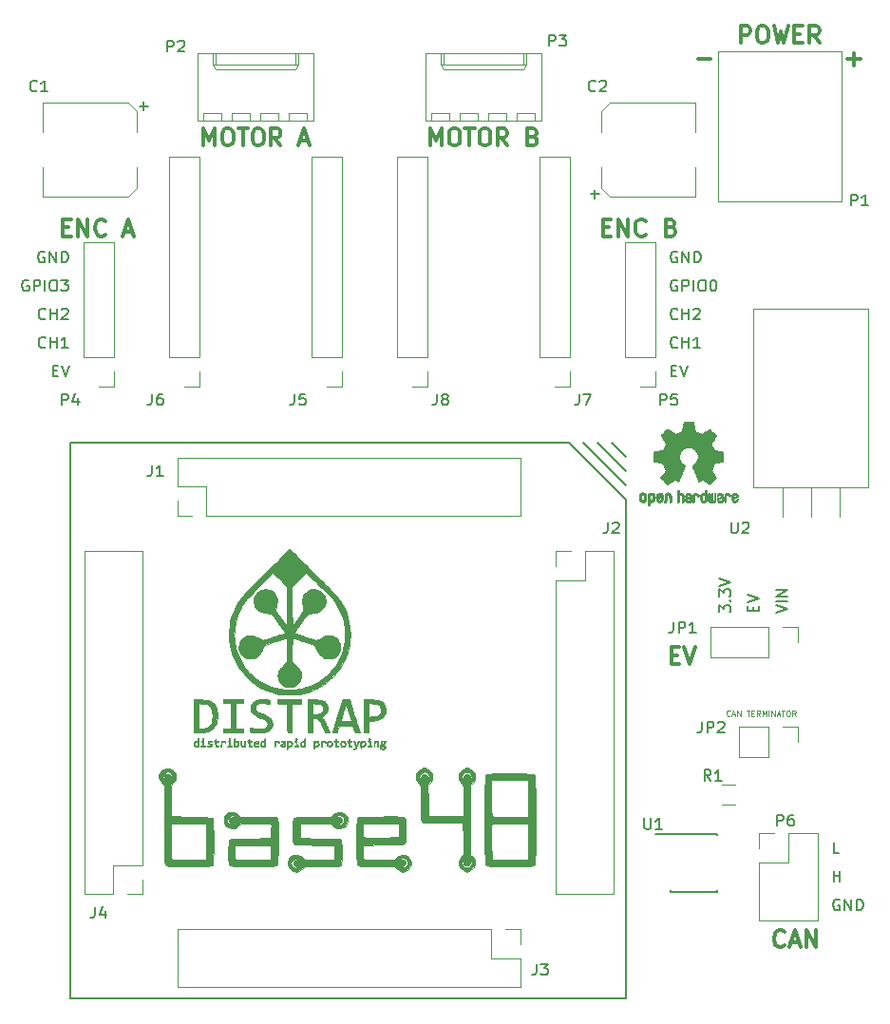
<source format=gto>
G04 #@! TF.FileFunction,Legend,Top*
%FSLAX46Y46*%
G04 Gerber Fmt 4.6, Leading zero omitted, Abs format (unit mm)*
G04 Created by KiCad (PCBNEW 4.0.7+dfsg1-1~bpo9+1) date Mon Mar  5 23:37:55 2018*
%MOMM*%
%LPD*%
G01*
G04 APERTURE LIST*
%ADD10C,0.100000*%
%ADD11C,0.200000*%
%ADD12C,0.300000*%
%ADD13C,0.150000*%
%ADD14C,0.125000*%
%ADD15C,0.120000*%
%ADD16C,0.010000*%
G04 APERTURE END LIST*
D10*
D11*
X120140000Y-122600000D02*
X120140000Y-73070000D01*
D12*
X173734286Y-92012857D02*
X174234286Y-92012857D01*
X174448572Y-92798571D02*
X173734286Y-92798571D01*
X173734286Y-91298571D01*
X174448572Y-91298571D01*
X174877143Y-91298571D02*
X175377143Y-92798571D01*
X175877143Y-91298571D01*
D13*
X188674286Y-109672381D02*
X188198095Y-109672381D01*
X188198095Y-108672381D01*
X188198095Y-112212381D02*
X188198095Y-111212381D01*
X188198095Y-111688571D02*
X188769524Y-111688571D01*
X188769524Y-112212381D02*
X188769524Y-111212381D01*
X188721905Y-113800000D02*
X188626667Y-113752381D01*
X188483810Y-113752381D01*
X188340952Y-113800000D01*
X188245714Y-113895238D01*
X188198095Y-113990476D01*
X188150476Y-114180952D01*
X188150476Y-114323810D01*
X188198095Y-114514286D01*
X188245714Y-114609524D01*
X188340952Y-114704762D01*
X188483810Y-114752381D01*
X188579048Y-114752381D01*
X188721905Y-114704762D01*
X188769524Y-114657143D01*
X188769524Y-114323810D01*
X188579048Y-114323810D01*
X189198095Y-114752381D02*
X189198095Y-113752381D01*
X189769524Y-114752381D01*
X189769524Y-113752381D01*
X190245714Y-114752381D02*
X190245714Y-113752381D01*
X190483809Y-113752381D01*
X190626667Y-113800000D01*
X190721905Y-113895238D01*
X190769524Y-113990476D01*
X190817143Y-114180952D01*
X190817143Y-114323810D01*
X190769524Y-114514286D01*
X190721905Y-114609524D01*
X190626667Y-114704762D01*
X190483809Y-114752381D01*
X190245714Y-114752381D01*
D14*
X178964762Y-97378571D02*
X178940952Y-97402381D01*
X178869524Y-97426190D01*
X178821905Y-97426190D01*
X178750476Y-97402381D01*
X178702857Y-97354762D01*
X178679048Y-97307143D01*
X178655238Y-97211905D01*
X178655238Y-97140476D01*
X178679048Y-97045238D01*
X178702857Y-96997619D01*
X178750476Y-96950000D01*
X178821905Y-96926190D01*
X178869524Y-96926190D01*
X178940952Y-96950000D01*
X178964762Y-96973810D01*
X179155238Y-97283333D02*
X179393333Y-97283333D01*
X179107619Y-97426190D02*
X179274286Y-96926190D01*
X179440952Y-97426190D01*
X179607619Y-97426190D02*
X179607619Y-96926190D01*
X179893333Y-97426190D01*
X179893333Y-96926190D01*
X180440952Y-96926190D02*
X180726666Y-96926190D01*
X180583809Y-97426190D02*
X180583809Y-96926190D01*
X180893333Y-97164286D02*
X181059999Y-97164286D01*
X181131428Y-97426190D02*
X180893333Y-97426190D01*
X180893333Y-96926190D01*
X181131428Y-96926190D01*
X181631428Y-97426190D02*
X181464761Y-97188095D01*
X181345714Y-97426190D02*
X181345714Y-96926190D01*
X181536190Y-96926190D01*
X181583809Y-96950000D01*
X181607618Y-96973810D01*
X181631428Y-97021429D01*
X181631428Y-97092857D01*
X181607618Y-97140476D01*
X181583809Y-97164286D01*
X181536190Y-97188095D01*
X181345714Y-97188095D01*
X181845714Y-97426190D02*
X181845714Y-96926190D01*
X182012380Y-97283333D01*
X182179047Y-96926190D01*
X182179047Y-97426190D01*
X182417143Y-97426190D02*
X182417143Y-96926190D01*
X182655238Y-97426190D02*
X182655238Y-96926190D01*
X182940952Y-97426190D01*
X182940952Y-96926190D01*
X183155238Y-97283333D02*
X183393333Y-97283333D01*
X183107619Y-97426190D02*
X183274286Y-96926190D01*
X183440952Y-97426190D01*
X183536190Y-96926190D02*
X183821904Y-96926190D01*
X183679047Y-97426190D02*
X183679047Y-96926190D01*
X184083809Y-96926190D02*
X184179047Y-96926190D01*
X184226666Y-96950000D01*
X184274285Y-96997619D01*
X184298094Y-97092857D01*
X184298094Y-97259524D01*
X184274285Y-97354762D01*
X184226666Y-97402381D01*
X184179047Y-97426190D01*
X184083809Y-97426190D01*
X184036190Y-97402381D01*
X183988571Y-97354762D01*
X183964761Y-97259524D01*
X183964761Y-97092857D01*
X183988571Y-96997619D01*
X184036190Y-96950000D01*
X184083809Y-96926190D01*
X184798095Y-97426190D02*
X184631428Y-97188095D01*
X184512381Y-97426190D02*
X184512381Y-96926190D01*
X184702857Y-96926190D01*
X184750476Y-96950000D01*
X184774285Y-96973810D01*
X184798095Y-97021429D01*
X184798095Y-97092857D01*
X184774285Y-97140476D01*
X184750476Y-97164286D01*
X184702857Y-97188095D01*
X184512381Y-97188095D01*
D13*
X181028571Y-88071905D02*
X181028571Y-87738571D01*
X181552381Y-87595714D02*
X181552381Y-88071905D01*
X180552381Y-88071905D01*
X180552381Y-87595714D01*
X180552381Y-87310000D02*
X181552381Y-86976667D01*
X180552381Y-86643333D01*
X183092381Y-88214762D02*
X184092381Y-87881429D01*
X183092381Y-87548095D01*
X184092381Y-87214762D02*
X183092381Y-87214762D01*
X184092381Y-86738572D02*
X183092381Y-86738572D01*
X184092381Y-86167143D01*
X183092381Y-86167143D01*
X178012381Y-88167143D02*
X178012381Y-87548095D01*
X178393333Y-87881429D01*
X178393333Y-87738571D01*
X178440952Y-87643333D01*
X178488571Y-87595714D01*
X178583810Y-87548095D01*
X178821905Y-87548095D01*
X178917143Y-87595714D01*
X178964762Y-87643333D01*
X179012381Y-87738571D01*
X179012381Y-88024286D01*
X178964762Y-88119524D01*
X178917143Y-88167143D01*
X178917143Y-87119524D02*
X178964762Y-87071905D01*
X179012381Y-87119524D01*
X178964762Y-87167143D01*
X178917143Y-87119524D01*
X179012381Y-87119524D01*
X178012381Y-86738572D02*
X178012381Y-86119524D01*
X178393333Y-86452858D01*
X178393333Y-86310000D01*
X178440952Y-86214762D01*
X178488571Y-86167143D01*
X178583810Y-86119524D01*
X178821905Y-86119524D01*
X178917143Y-86167143D01*
X178964762Y-86214762D01*
X179012381Y-86310000D01*
X179012381Y-86595715D01*
X178964762Y-86690953D01*
X178917143Y-86738572D01*
X178012381Y-85833810D02*
X179012381Y-85500477D01*
X178012381Y-85167143D01*
X118616190Y-66648571D02*
X118949524Y-66648571D01*
X119092381Y-67172381D02*
X118616190Y-67172381D01*
X118616190Y-66172381D01*
X119092381Y-66172381D01*
X119378095Y-66172381D02*
X119711428Y-67172381D01*
X120044762Y-66172381D01*
D12*
X119483572Y-53867857D02*
X119983572Y-53867857D01*
X120197858Y-54653571D02*
X119483572Y-54653571D01*
X119483572Y-53153571D01*
X120197858Y-53153571D01*
X120840715Y-54653571D02*
X120840715Y-53153571D01*
X121697858Y-54653571D01*
X121697858Y-53153571D01*
X123269287Y-54510714D02*
X123197858Y-54582143D01*
X122983572Y-54653571D01*
X122840715Y-54653571D01*
X122626430Y-54582143D01*
X122483572Y-54439286D01*
X122412144Y-54296429D01*
X122340715Y-54010714D01*
X122340715Y-53796429D01*
X122412144Y-53510714D01*
X122483572Y-53367857D01*
X122626430Y-53225000D01*
X122840715Y-53153571D01*
X122983572Y-53153571D01*
X123197858Y-53225000D01*
X123269287Y-53296429D01*
X124983572Y-54225000D02*
X125697858Y-54225000D01*
X124840715Y-54653571D02*
X125340715Y-53153571D01*
X125840715Y-54653571D01*
D13*
X174289524Y-64537143D02*
X174241905Y-64584762D01*
X174099048Y-64632381D01*
X174003810Y-64632381D01*
X173860952Y-64584762D01*
X173765714Y-64489524D01*
X173718095Y-64394286D01*
X173670476Y-64203810D01*
X173670476Y-64060952D01*
X173718095Y-63870476D01*
X173765714Y-63775238D01*
X173860952Y-63680000D01*
X174003810Y-63632381D01*
X174099048Y-63632381D01*
X174241905Y-63680000D01*
X174289524Y-63727619D01*
X174718095Y-64632381D02*
X174718095Y-63632381D01*
X174718095Y-64108571D02*
X175289524Y-64108571D01*
X175289524Y-64632381D02*
X175289524Y-63632381D01*
X176289524Y-64632381D02*
X175718095Y-64632381D01*
X176003809Y-64632381D02*
X176003809Y-63632381D01*
X175908571Y-63775238D01*
X175813333Y-63870476D01*
X175718095Y-63918095D01*
X174289524Y-61997143D02*
X174241905Y-62044762D01*
X174099048Y-62092381D01*
X174003810Y-62092381D01*
X173860952Y-62044762D01*
X173765714Y-61949524D01*
X173718095Y-61854286D01*
X173670476Y-61663810D01*
X173670476Y-61520952D01*
X173718095Y-61330476D01*
X173765714Y-61235238D01*
X173860952Y-61140000D01*
X174003810Y-61092381D01*
X174099048Y-61092381D01*
X174241905Y-61140000D01*
X174289524Y-61187619D01*
X174718095Y-62092381D02*
X174718095Y-61092381D01*
X174718095Y-61568571D02*
X175289524Y-61568571D01*
X175289524Y-62092381D02*
X175289524Y-61092381D01*
X175718095Y-61187619D02*
X175765714Y-61140000D01*
X175860952Y-61092381D01*
X176099048Y-61092381D01*
X176194286Y-61140000D01*
X176241905Y-61187619D01*
X176289524Y-61282857D01*
X176289524Y-61378095D01*
X176241905Y-61520952D01*
X175670476Y-62092381D01*
X176289524Y-62092381D01*
X173718095Y-66648571D02*
X174051429Y-66648571D01*
X174194286Y-67172381D02*
X173718095Y-67172381D01*
X173718095Y-66172381D01*
X174194286Y-66172381D01*
X174480000Y-66172381D02*
X174813333Y-67172381D01*
X175146667Y-66172381D01*
D11*
X168400000Y-73070000D02*
X169670000Y-74340000D01*
X165860000Y-73070000D02*
X169670000Y-76880000D01*
X169670000Y-75610000D02*
X168400000Y-74340000D01*
X167130000Y-73070000D02*
X169670000Y-75610000D01*
X169670000Y-76880000D02*
X167130000Y-74340000D01*
D13*
X174241905Y-56060000D02*
X174146667Y-56012381D01*
X174003810Y-56012381D01*
X173860952Y-56060000D01*
X173765714Y-56155238D01*
X173718095Y-56250476D01*
X173670476Y-56440952D01*
X173670476Y-56583810D01*
X173718095Y-56774286D01*
X173765714Y-56869524D01*
X173860952Y-56964762D01*
X174003810Y-57012381D01*
X174099048Y-57012381D01*
X174241905Y-56964762D01*
X174289524Y-56917143D01*
X174289524Y-56583810D01*
X174099048Y-56583810D01*
X174718095Y-57012381D02*
X174718095Y-56012381D01*
X175289524Y-57012381D01*
X175289524Y-56012381D01*
X175765714Y-57012381D02*
X175765714Y-56012381D01*
X176003809Y-56012381D01*
X176146667Y-56060000D01*
X176241905Y-56155238D01*
X176289524Y-56250476D01*
X176337143Y-56440952D01*
X176337143Y-56583810D01*
X176289524Y-56774286D01*
X176241905Y-56869524D01*
X176146667Y-56964762D01*
X176003809Y-57012381D01*
X175765714Y-57012381D01*
X174241905Y-58600000D02*
X174146667Y-58552381D01*
X174003810Y-58552381D01*
X173860952Y-58600000D01*
X173765714Y-58695238D01*
X173718095Y-58790476D01*
X173670476Y-58980952D01*
X173670476Y-59123810D01*
X173718095Y-59314286D01*
X173765714Y-59409524D01*
X173860952Y-59504762D01*
X174003810Y-59552381D01*
X174099048Y-59552381D01*
X174241905Y-59504762D01*
X174289524Y-59457143D01*
X174289524Y-59123810D01*
X174099048Y-59123810D01*
X174718095Y-59552381D02*
X174718095Y-58552381D01*
X175099048Y-58552381D01*
X175194286Y-58600000D01*
X175241905Y-58647619D01*
X175289524Y-58742857D01*
X175289524Y-58885714D01*
X175241905Y-58980952D01*
X175194286Y-59028571D01*
X175099048Y-59076190D01*
X174718095Y-59076190D01*
X175718095Y-59552381D02*
X175718095Y-58552381D01*
X176384761Y-58552381D02*
X176575238Y-58552381D01*
X176670476Y-58600000D01*
X176765714Y-58695238D01*
X176813333Y-58885714D01*
X176813333Y-59219048D01*
X176765714Y-59409524D01*
X176670476Y-59504762D01*
X176575238Y-59552381D01*
X176384761Y-59552381D01*
X176289523Y-59504762D01*
X176194285Y-59409524D01*
X176146666Y-59219048D01*
X176146666Y-58885714D01*
X176194285Y-58695238D01*
X176289523Y-58600000D01*
X176384761Y-58552381D01*
X177432380Y-58552381D02*
X177527619Y-58552381D01*
X177622857Y-58600000D01*
X177670476Y-58647619D01*
X177718095Y-58742857D01*
X177765714Y-58933333D01*
X177765714Y-59171429D01*
X177718095Y-59361905D01*
X177670476Y-59457143D01*
X177622857Y-59504762D01*
X177527619Y-59552381D01*
X177432380Y-59552381D01*
X177337142Y-59504762D01*
X177289523Y-59457143D01*
X177241904Y-59361905D01*
X177194285Y-59171429D01*
X177194285Y-58933333D01*
X177241904Y-58742857D01*
X177289523Y-58647619D01*
X177337142Y-58600000D01*
X177432380Y-58552381D01*
D12*
X167636429Y-53867857D02*
X168136429Y-53867857D01*
X168350715Y-54653571D02*
X167636429Y-54653571D01*
X167636429Y-53153571D01*
X168350715Y-53153571D01*
X168993572Y-54653571D02*
X168993572Y-53153571D01*
X169850715Y-54653571D01*
X169850715Y-53153571D01*
X171422144Y-54510714D02*
X171350715Y-54582143D01*
X171136429Y-54653571D01*
X170993572Y-54653571D01*
X170779287Y-54582143D01*
X170636429Y-54439286D01*
X170565001Y-54296429D01*
X170493572Y-54010714D01*
X170493572Y-53796429D01*
X170565001Y-53510714D01*
X170636429Y-53367857D01*
X170779287Y-53225000D01*
X170993572Y-53153571D01*
X171136429Y-53153571D01*
X171350715Y-53225000D01*
X171422144Y-53296429D01*
X173707858Y-53867857D02*
X173922144Y-53939286D01*
X173993572Y-54010714D01*
X174065001Y-54153571D01*
X174065001Y-54367857D01*
X173993572Y-54510714D01*
X173922144Y-54582143D01*
X173779286Y-54653571D01*
X173207858Y-54653571D01*
X173207858Y-53153571D01*
X173707858Y-53153571D01*
X173850715Y-53225000D01*
X173922144Y-53296429D01*
X173993572Y-53439286D01*
X173993572Y-53582143D01*
X173922144Y-53725000D01*
X173850715Y-53796429D01*
X173707858Y-53867857D01*
X173207858Y-53867857D01*
D11*
X164590000Y-73070000D02*
X169670000Y-78150000D01*
X120140000Y-73070000D02*
X164590000Y-73070000D01*
D12*
X176083572Y-38887143D02*
X177226429Y-38887143D01*
X189418572Y-38887143D02*
X190561429Y-38887143D01*
X189990000Y-39458571D02*
X189990000Y-38315714D01*
X179921714Y-37426571D02*
X179921714Y-35926571D01*
X180493142Y-35926571D01*
X180636000Y-35998000D01*
X180707428Y-36069429D01*
X180778857Y-36212286D01*
X180778857Y-36426571D01*
X180707428Y-36569429D01*
X180636000Y-36640857D01*
X180493142Y-36712286D01*
X179921714Y-36712286D01*
X181707428Y-35926571D02*
X181993142Y-35926571D01*
X182136000Y-35998000D01*
X182278857Y-36140857D01*
X182350285Y-36426571D01*
X182350285Y-36926571D01*
X182278857Y-37212286D01*
X182136000Y-37355143D01*
X181993142Y-37426571D01*
X181707428Y-37426571D01*
X181564571Y-37355143D01*
X181421714Y-37212286D01*
X181350285Y-36926571D01*
X181350285Y-36426571D01*
X181421714Y-36140857D01*
X181564571Y-35998000D01*
X181707428Y-35926571D01*
X182850286Y-35926571D02*
X183207429Y-37426571D01*
X183493143Y-36355143D01*
X183778857Y-37426571D01*
X184136000Y-35926571D01*
X184707429Y-36640857D02*
X185207429Y-36640857D01*
X185421715Y-37426571D02*
X184707429Y-37426571D01*
X184707429Y-35926571D01*
X185421715Y-35926571D01*
X186921715Y-37426571D02*
X186421715Y-36712286D01*
X186064572Y-37426571D02*
X186064572Y-35926571D01*
X186636000Y-35926571D01*
X186778858Y-35998000D01*
X186850286Y-36069429D01*
X186921715Y-36212286D01*
X186921715Y-36426571D01*
X186850286Y-36569429D01*
X186778858Y-36640857D01*
X186636000Y-36712286D01*
X186064572Y-36712286D01*
D11*
X169670000Y-122600000D02*
X120140000Y-122600000D01*
X169670000Y-78150000D02*
X169670000Y-122600000D01*
D12*
X183801143Y-117883714D02*
X183729714Y-117955143D01*
X183515428Y-118026571D01*
X183372571Y-118026571D01*
X183158286Y-117955143D01*
X183015428Y-117812286D01*
X182944000Y-117669429D01*
X182872571Y-117383714D01*
X182872571Y-117169429D01*
X182944000Y-116883714D01*
X183015428Y-116740857D01*
X183158286Y-116598000D01*
X183372571Y-116526571D01*
X183515428Y-116526571D01*
X183729714Y-116598000D01*
X183801143Y-116669429D01*
X184372571Y-117598000D02*
X185086857Y-117598000D01*
X184229714Y-118026571D02*
X184729714Y-116526571D01*
X185229714Y-118026571D01*
X185729714Y-118026571D02*
X185729714Y-116526571D01*
X186586857Y-118026571D01*
X186586857Y-116526571D01*
D13*
X117949524Y-64537143D02*
X117901905Y-64584762D01*
X117759048Y-64632381D01*
X117663810Y-64632381D01*
X117520952Y-64584762D01*
X117425714Y-64489524D01*
X117378095Y-64394286D01*
X117330476Y-64203810D01*
X117330476Y-64060952D01*
X117378095Y-63870476D01*
X117425714Y-63775238D01*
X117520952Y-63680000D01*
X117663810Y-63632381D01*
X117759048Y-63632381D01*
X117901905Y-63680000D01*
X117949524Y-63727619D01*
X118378095Y-64632381D02*
X118378095Y-63632381D01*
X118378095Y-64108571D02*
X118949524Y-64108571D01*
X118949524Y-64632381D02*
X118949524Y-63632381D01*
X119949524Y-64632381D02*
X119378095Y-64632381D01*
X119663809Y-64632381D02*
X119663809Y-63632381D01*
X119568571Y-63775238D01*
X119473333Y-63870476D01*
X119378095Y-63918095D01*
X117949524Y-61997143D02*
X117901905Y-62044762D01*
X117759048Y-62092381D01*
X117663810Y-62092381D01*
X117520952Y-62044762D01*
X117425714Y-61949524D01*
X117378095Y-61854286D01*
X117330476Y-61663810D01*
X117330476Y-61520952D01*
X117378095Y-61330476D01*
X117425714Y-61235238D01*
X117520952Y-61140000D01*
X117663810Y-61092381D01*
X117759048Y-61092381D01*
X117901905Y-61140000D01*
X117949524Y-61187619D01*
X118378095Y-62092381D02*
X118378095Y-61092381D01*
X118378095Y-61568571D02*
X118949524Y-61568571D01*
X118949524Y-62092381D02*
X118949524Y-61092381D01*
X119378095Y-61187619D02*
X119425714Y-61140000D01*
X119520952Y-61092381D01*
X119759048Y-61092381D01*
X119854286Y-61140000D01*
X119901905Y-61187619D01*
X119949524Y-61282857D01*
X119949524Y-61378095D01*
X119901905Y-61520952D01*
X119330476Y-62092381D01*
X119949524Y-62092381D01*
X116425715Y-58600000D02*
X116330477Y-58552381D01*
X116187620Y-58552381D01*
X116044762Y-58600000D01*
X115949524Y-58695238D01*
X115901905Y-58790476D01*
X115854286Y-58980952D01*
X115854286Y-59123810D01*
X115901905Y-59314286D01*
X115949524Y-59409524D01*
X116044762Y-59504762D01*
X116187620Y-59552381D01*
X116282858Y-59552381D01*
X116425715Y-59504762D01*
X116473334Y-59457143D01*
X116473334Y-59123810D01*
X116282858Y-59123810D01*
X116901905Y-59552381D02*
X116901905Y-58552381D01*
X117282858Y-58552381D01*
X117378096Y-58600000D01*
X117425715Y-58647619D01*
X117473334Y-58742857D01*
X117473334Y-58885714D01*
X117425715Y-58980952D01*
X117378096Y-59028571D01*
X117282858Y-59076190D01*
X116901905Y-59076190D01*
X117901905Y-59552381D02*
X117901905Y-58552381D01*
X118568571Y-58552381D02*
X118759048Y-58552381D01*
X118854286Y-58600000D01*
X118949524Y-58695238D01*
X118997143Y-58885714D01*
X118997143Y-59219048D01*
X118949524Y-59409524D01*
X118854286Y-59504762D01*
X118759048Y-59552381D01*
X118568571Y-59552381D01*
X118473333Y-59504762D01*
X118378095Y-59409524D01*
X118330476Y-59219048D01*
X118330476Y-58885714D01*
X118378095Y-58695238D01*
X118473333Y-58600000D01*
X118568571Y-58552381D01*
X119330476Y-58552381D02*
X119949524Y-58552381D01*
X119616190Y-58933333D01*
X119759048Y-58933333D01*
X119854286Y-58980952D01*
X119901905Y-59028571D01*
X119949524Y-59123810D01*
X119949524Y-59361905D01*
X119901905Y-59457143D01*
X119854286Y-59504762D01*
X119759048Y-59552381D01*
X119473333Y-59552381D01*
X119378095Y-59504762D01*
X119330476Y-59457143D01*
X117854286Y-56060000D02*
X117759048Y-56012381D01*
X117616191Y-56012381D01*
X117473333Y-56060000D01*
X117378095Y-56155238D01*
X117330476Y-56250476D01*
X117282857Y-56440952D01*
X117282857Y-56583810D01*
X117330476Y-56774286D01*
X117378095Y-56869524D01*
X117473333Y-56964762D01*
X117616191Y-57012381D01*
X117711429Y-57012381D01*
X117854286Y-56964762D01*
X117901905Y-56917143D01*
X117901905Y-56583810D01*
X117711429Y-56583810D01*
X118330476Y-57012381D02*
X118330476Y-56012381D01*
X118901905Y-57012381D01*
X118901905Y-56012381D01*
X119378095Y-57012381D02*
X119378095Y-56012381D01*
X119616190Y-56012381D01*
X119759048Y-56060000D01*
X119854286Y-56155238D01*
X119901905Y-56250476D01*
X119949524Y-56440952D01*
X119949524Y-56583810D01*
X119901905Y-56774286D01*
X119854286Y-56869524D01*
X119759048Y-56964762D01*
X119616190Y-57012381D01*
X119378095Y-57012381D01*
D12*
X152255714Y-46570571D02*
X152255714Y-45070571D01*
X152755714Y-46142000D01*
X153255714Y-45070571D01*
X153255714Y-46570571D01*
X154255714Y-45070571D02*
X154541428Y-45070571D01*
X154684286Y-45142000D01*
X154827143Y-45284857D01*
X154898571Y-45570571D01*
X154898571Y-46070571D01*
X154827143Y-46356286D01*
X154684286Y-46499143D01*
X154541428Y-46570571D01*
X154255714Y-46570571D01*
X154112857Y-46499143D01*
X153970000Y-46356286D01*
X153898571Y-46070571D01*
X153898571Y-45570571D01*
X153970000Y-45284857D01*
X154112857Y-45142000D01*
X154255714Y-45070571D01*
X155327143Y-45070571D02*
X156184286Y-45070571D01*
X155755715Y-46570571D02*
X155755715Y-45070571D01*
X156970000Y-45070571D02*
X157255714Y-45070571D01*
X157398572Y-45142000D01*
X157541429Y-45284857D01*
X157612857Y-45570571D01*
X157612857Y-46070571D01*
X157541429Y-46356286D01*
X157398572Y-46499143D01*
X157255714Y-46570571D01*
X156970000Y-46570571D01*
X156827143Y-46499143D01*
X156684286Y-46356286D01*
X156612857Y-46070571D01*
X156612857Y-45570571D01*
X156684286Y-45284857D01*
X156827143Y-45142000D01*
X156970000Y-45070571D01*
X159112858Y-46570571D02*
X158612858Y-45856286D01*
X158255715Y-46570571D02*
X158255715Y-45070571D01*
X158827143Y-45070571D01*
X158970001Y-45142000D01*
X159041429Y-45213429D01*
X159112858Y-45356286D01*
X159112858Y-45570571D01*
X159041429Y-45713429D01*
X158970001Y-45784857D01*
X158827143Y-45856286D01*
X158255715Y-45856286D01*
X161398572Y-45784857D02*
X161612858Y-45856286D01*
X161684286Y-45927714D01*
X161755715Y-46070571D01*
X161755715Y-46284857D01*
X161684286Y-46427714D01*
X161612858Y-46499143D01*
X161470000Y-46570571D01*
X160898572Y-46570571D01*
X160898572Y-45070571D01*
X161398572Y-45070571D01*
X161541429Y-45142000D01*
X161612858Y-45213429D01*
X161684286Y-45356286D01*
X161684286Y-45499143D01*
X161612858Y-45642000D01*
X161541429Y-45713429D01*
X161398572Y-45784857D01*
X160898572Y-45784857D01*
X132042857Y-46570571D02*
X132042857Y-45070571D01*
X132542857Y-46142000D01*
X133042857Y-45070571D01*
X133042857Y-46570571D01*
X134042857Y-45070571D02*
X134328571Y-45070571D01*
X134471429Y-45142000D01*
X134614286Y-45284857D01*
X134685714Y-45570571D01*
X134685714Y-46070571D01*
X134614286Y-46356286D01*
X134471429Y-46499143D01*
X134328571Y-46570571D01*
X134042857Y-46570571D01*
X133900000Y-46499143D01*
X133757143Y-46356286D01*
X133685714Y-46070571D01*
X133685714Y-45570571D01*
X133757143Y-45284857D01*
X133900000Y-45142000D01*
X134042857Y-45070571D01*
X135114286Y-45070571D02*
X135971429Y-45070571D01*
X135542858Y-46570571D02*
X135542858Y-45070571D01*
X136757143Y-45070571D02*
X137042857Y-45070571D01*
X137185715Y-45142000D01*
X137328572Y-45284857D01*
X137400000Y-45570571D01*
X137400000Y-46070571D01*
X137328572Y-46356286D01*
X137185715Y-46499143D01*
X137042857Y-46570571D01*
X136757143Y-46570571D01*
X136614286Y-46499143D01*
X136471429Y-46356286D01*
X136400000Y-46070571D01*
X136400000Y-45570571D01*
X136471429Y-45284857D01*
X136614286Y-45142000D01*
X136757143Y-45070571D01*
X138900001Y-46570571D02*
X138400001Y-45856286D01*
X138042858Y-46570571D02*
X138042858Y-45070571D01*
X138614286Y-45070571D01*
X138757144Y-45142000D01*
X138828572Y-45213429D01*
X138900001Y-45356286D01*
X138900001Y-45570571D01*
X138828572Y-45713429D01*
X138757144Y-45784857D01*
X138614286Y-45856286D01*
X138042858Y-45856286D01*
X140614286Y-46142000D02*
X141328572Y-46142000D01*
X140471429Y-46570571D02*
X140971429Y-45070571D01*
X141471429Y-46570571D01*
D15*
X144330000Y-65450000D02*
X144330000Y-47610000D01*
X144330000Y-47610000D02*
X141670000Y-47610000D01*
X141670000Y-47610000D02*
X141670000Y-65450000D01*
X141670000Y-65450000D02*
X144330000Y-65450000D01*
X144330000Y-66720000D02*
X144330000Y-68050000D01*
X144330000Y-68050000D02*
X143000000Y-68050000D01*
X131630000Y-65450000D02*
X131630000Y-47610000D01*
X131630000Y-47610000D02*
X128970000Y-47610000D01*
X128970000Y-47610000D02*
X128970000Y-65450000D01*
X128970000Y-65450000D02*
X131630000Y-65450000D01*
X131630000Y-66720000D02*
X131630000Y-68050000D01*
X131630000Y-68050000D02*
X130300000Y-68050000D01*
X151950000Y-65450000D02*
X151950000Y-47610000D01*
X151950000Y-47610000D02*
X149290000Y-47610000D01*
X149290000Y-47610000D02*
X149290000Y-65450000D01*
X149290000Y-65450000D02*
X151950000Y-65450000D01*
X151950000Y-66720000D02*
X151950000Y-68050000D01*
X151950000Y-68050000D02*
X150620000Y-68050000D01*
X164650000Y-65450000D02*
X164650000Y-47610000D01*
X164650000Y-47610000D02*
X161990000Y-47610000D01*
X161990000Y-47610000D02*
X161990000Y-65450000D01*
X161990000Y-65450000D02*
X164650000Y-65450000D01*
X164650000Y-66720000D02*
X164650000Y-68050000D01*
X164650000Y-68050000D02*
X163320000Y-68050000D01*
X163410000Y-113300000D02*
X168610000Y-113300000D01*
X163410000Y-85300000D02*
X163410000Y-113300000D01*
X168610000Y-82700000D02*
X168610000Y-113300000D01*
X163410000Y-85300000D02*
X166010000Y-85300000D01*
X166010000Y-85300000D02*
X166010000Y-82700000D01*
X166010000Y-82700000D02*
X168610000Y-82700000D01*
X163410000Y-84030000D02*
X163410000Y-82700000D01*
X163410000Y-82700000D02*
X164740000Y-82700000D01*
X179770000Y-98410000D02*
X179770000Y-101070000D01*
X182370000Y-98410000D02*
X179770000Y-98410000D01*
X182370000Y-101070000D02*
X179770000Y-101070000D01*
X182370000Y-98410000D02*
X182370000Y-101070000D01*
X183640000Y-98410000D02*
X184970000Y-98410000D01*
X184970000Y-98410000D02*
X184970000Y-99740000D01*
X177230000Y-89520000D02*
X177230000Y-92180000D01*
X182370000Y-89520000D02*
X177230000Y-89520000D01*
X182370000Y-92180000D02*
X177230000Y-92180000D01*
X182370000Y-89520000D02*
X182370000Y-92180000D01*
X183640000Y-89520000D02*
X184970000Y-89520000D01*
X184970000Y-89520000D02*
X184970000Y-90850000D01*
X181550000Y-115630000D02*
X186750000Y-115630000D01*
X181550000Y-110490000D02*
X181550000Y-115630000D01*
X186750000Y-107890000D02*
X186750000Y-115630000D01*
X181550000Y-110490000D02*
X184150000Y-110490000D01*
X184150000Y-110490000D02*
X184150000Y-107890000D01*
X184150000Y-107890000D02*
X186750000Y-107890000D01*
X181550000Y-109220000D02*
X181550000Y-107890000D01*
X181550000Y-107890000D02*
X182880000Y-107890000D01*
X172270000Y-55230000D02*
X169610000Y-55230000D01*
X172270000Y-65450000D02*
X172270000Y-55230000D01*
X169610000Y-65450000D02*
X169610000Y-55230000D01*
X172270000Y-65450000D02*
X169610000Y-65450000D01*
X172270000Y-66720000D02*
X172270000Y-68050000D01*
X172270000Y-68050000D02*
X170940000Y-68050000D01*
X124010000Y-55230000D02*
X121350000Y-55230000D01*
X124010000Y-65450000D02*
X124010000Y-55230000D01*
X121350000Y-65450000D02*
X121350000Y-55230000D01*
X124010000Y-65450000D02*
X121350000Y-65450000D01*
X124010000Y-66720000D02*
X124010000Y-68050000D01*
X124010000Y-68050000D02*
X122680000Y-68050000D01*
X160300000Y-79590000D02*
X160300000Y-74390000D01*
X132300000Y-79590000D02*
X160300000Y-79590000D01*
X129700000Y-74390000D02*
X160300000Y-74390000D01*
X132300000Y-79590000D02*
X132300000Y-76990000D01*
X132300000Y-76990000D02*
X129700000Y-76990000D01*
X129700000Y-76990000D02*
X129700000Y-74390000D01*
X131030000Y-79590000D02*
X129700000Y-79590000D01*
X129700000Y-79590000D02*
X129700000Y-78260000D01*
X126590000Y-82700000D02*
X121390000Y-82700000D01*
X126590000Y-110700000D02*
X126590000Y-82700000D01*
X121390000Y-113300000D02*
X121390000Y-82700000D01*
X126590000Y-110700000D02*
X123990000Y-110700000D01*
X123990000Y-110700000D02*
X123990000Y-113300000D01*
X123990000Y-113300000D02*
X121390000Y-113300000D01*
X126590000Y-111970000D02*
X126590000Y-113300000D01*
X126590000Y-113300000D02*
X125260000Y-113300000D01*
X178216000Y-103514000D02*
X179416000Y-103514000D01*
X179416000Y-105274000D02*
X178216000Y-105274000D01*
D13*
X173693000Y-107915000D02*
X173693000Y-107965000D01*
X177843000Y-107915000D02*
X177843000Y-108060000D01*
X177843000Y-113065000D02*
X177843000Y-112920000D01*
X173693000Y-113065000D02*
X173693000Y-112920000D01*
X173693000Y-107915000D02*
X177843000Y-107915000D01*
X173693000Y-113065000D02*
X177843000Y-113065000D01*
X173693000Y-107965000D02*
X172293000Y-107965000D01*
D15*
X188886000Y-38210000D02*
X188886000Y-51560000D01*
X188886000Y-51560000D02*
X177886000Y-51560000D01*
X177886000Y-51560000D02*
X177886000Y-38210000D01*
X177886000Y-38210000D02*
X188886000Y-38210000D01*
X141830000Y-44340000D02*
X141830000Y-38340000D01*
X141830000Y-38340000D02*
X131470000Y-38340000D01*
X131470000Y-38340000D02*
X131470000Y-44340000D01*
X131470000Y-44340000D02*
X141830000Y-44340000D01*
X140460000Y-38340000D02*
X140460000Y-39340000D01*
X140460000Y-39340000D02*
X132840000Y-39340000D01*
X132840000Y-39340000D02*
X132840000Y-38340000D01*
X140460000Y-39340000D02*
X140210000Y-39770000D01*
X140210000Y-39770000D02*
X133090000Y-39770000D01*
X133090000Y-39770000D02*
X132840000Y-39340000D01*
X140210000Y-38340000D02*
X140210000Y-39340000D01*
X133090000Y-38340000D02*
X133090000Y-39340000D01*
X141260000Y-44340000D02*
X141260000Y-43720000D01*
X141260000Y-43720000D02*
X139660000Y-43720000D01*
X139660000Y-43720000D02*
X139660000Y-44340000D01*
X138720000Y-44340000D02*
X138720000Y-43720000D01*
X138720000Y-43720000D02*
X137120000Y-43720000D01*
X137120000Y-43720000D02*
X137120000Y-44340000D01*
X136180000Y-44340000D02*
X136180000Y-43720000D01*
X136180000Y-43720000D02*
X134580000Y-43720000D01*
X134580000Y-43720000D02*
X134580000Y-44340000D01*
X133640000Y-44340000D02*
X133640000Y-43720000D01*
X133640000Y-43720000D02*
X132040000Y-43720000D01*
X132040000Y-43720000D02*
X132040000Y-44340000D01*
X162150000Y-44340000D02*
X162150000Y-38340000D01*
X162150000Y-38340000D02*
X151790000Y-38340000D01*
X151790000Y-38340000D02*
X151790000Y-44340000D01*
X151790000Y-44340000D02*
X162150000Y-44340000D01*
X160780000Y-38340000D02*
X160780000Y-39340000D01*
X160780000Y-39340000D02*
X153160000Y-39340000D01*
X153160000Y-39340000D02*
X153160000Y-38340000D01*
X160780000Y-39340000D02*
X160530000Y-39770000D01*
X160530000Y-39770000D02*
X153410000Y-39770000D01*
X153410000Y-39770000D02*
X153160000Y-39340000D01*
X160530000Y-38340000D02*
X160530000Y-39340000D01*
X153410000Y-38340000D02*
X153410000Y-39340000D01*
X161580000Y-44340000D02*
X161580000Y-43720000D01*
X161580000Y-43720000D02*
X159980000Y-43720000D01*
X159980000Y-43720000D02*
X159980000Y-44340000D01*
X159040000Y-44340000D02*
X159040000Y-43720000D01*
X159040000Y-43720000D02*
X157440000Y-43720000D01*
X157440000Y-43720000D02*
X157440000Y-44340000D01*
X156500000Y-44340000D02*
X156500000Y-43720000D01*
X156500000Y-43720000D02*
X154900000Y-43720000D01*
X154900000Y-43720000D02*
X154900000Y-44340000D01*
X153960000Y-44340000D02*
X153960000Y-43720000D01*
X153960000Y-43720000D02*
X152360000Y-43720000D01*
X152360000Y-43720000D02*
X152360000Y-44340000D01*
X129700000Y-116410000D02*
X129700000Y-121610000D01*
X157700000Y-116410000D02*
X129700000Y-116410000D01*
X160300000Y-121610000D02*
X129700000Y-121610000D01*
X157700000Y-116410000D02*
X157700000Y-119010000D01*
X157700000Y-119010000D02*
X160300000Y-119010000D01*
X160300000Y-119010000D02*
X160300000Y-121610000D01*
X158970000Y-116410000D02*
X160300000Y-116410000D01*
X160300000Y-116410000D02*
X160300000Y-117740000D01*
X181060000Y-77000000D02*
X191300000Y-77000000D01*
X181060000Y-61110000D02*
X191300000Y-61110000D01*
X181060000Y-61110000D02*
X181060000Y-77000000D01*
X191300000Y-61110000D02*
X191300000Y-77000000D01*
X183640000Y-77000000D02*
X183640000Y-79640000D01*
X186180000Y-77000000D02*
X186180000Y-79624000D01*
X188720000Y-77000000D02*
X188720000Y-79624000D01*
X117728000Y-42718000D02*
X117728000Y-45348000D01*
X117728000Y-51098000D02*
X117728000Y-48468000D01*
X126108000Y-50338000D02*
X126108000Y-48468000D01*
X126108000Y-43478000D02*
X126108000Y-45348000D01*
X117728000Y-42718000D02*
X125348000Y-42718000D01*
X125348000Y-42718000D02*
X126108000Y-43478000D01*
X126108000Y-50338000D02*
X125348000Y-51098000D01*
X125348000Y-51098000D02*
X117728000Y-51098000D01*
X175892000Y-51098000D02*
X175892000Y-48468000D01*
X175892000Y-42718000D02*
X175892000Y-45348000D01*
X167512000Y-43478000D02*
X167512000Y-45348000D01*
X167512000Y-50338000D02*
X167512000Y-48468000D01*
X175892000Y-51098000D02*
X168272000Y-51098000D01*
X168272000Y-51098000D02*
X167512000Y-50338000D01*
X167512000Y-43478000D02*
X168272000Y-42718000D01*
X168272000Y-42718000D02*
X175892000Y-42718000D01*
D16*
G36*
X172028886Y-77514505D02*
X172103539Y-77551727D01*
X172169431Y-77620261D01*
X172187577Y-77645648D01*
X172207345Y-77678866D01*
X172220172Y-77714945D01*
X172227510Y-77763098D01*
X172230813Y-77832536D01*
X172231538Y-77924206D01*
X172228263Y-78049830D01*
X172216877Y-78144154D01*
X172195041Y-78214523D01*
X172160419Y-78268286D01*
X172110670Y-78312788D01*
X172107014Y-78315423D01*
X172057985Y-78342377D01*
X171998945Y-78355712D01*
X171923859Y-78359000D01*
X171801795Y-78359000D01*
X171801744Y-78477497D01*
X171800608Y-78543492D01*
X171793686Y-78582202D01*
X171775598Y-78605419D01*
X171740962Y-78624933D01*
X171732645Y-78628920D01*
X171693720Y-78647603D01*
X171663583Y-78659403D01*
X171641174Y-78660422D01*
X171625433Y-78646761D01*
X171615302Y-78614522D01*
X171609723Y-78559804D01*
X171607635Y-78478711D01*
X171607981Y-78367344D01*
X171609700Y-78221802D01*
X171610237Y-78178269D01*
X171612172Y-78028205D01*
X171613904Y-77930042D01*
X171801692Y-77930042D01*
X171802748Y-78013364D01*
X171807438Y-78067880D01*
X171818051Y-78103837D01*
X171836872Y-78131482D01*
X171849650Y-78144965D01*
X171901890Y-78184417D01*
X171948142Y-78187628D01*
X171995867Y-78155049D01*
X171997077Y-78153846D01*
X172016494Y-78128668D01*
X172028307Y-78094447D01*
X172034265Y-78041748D01*
X172036120Y-77961131D01*
X172036154Y-77943271D01*
X172031670Y-77832175D01*
X172017074Y-77755161D01*
X171990650Y-77708147D01*
X171950683Y-77687050D01*
X171927584Y-77684923D01*
X171872762Y-77694900D01*
X171835158Y-77727752D01*
X171812523Y-77787857D01*
X171802606Y-77879598D01*
X171801692Y-77930042D01*
X171613904Y-77930042D01*
X171614222Y-77912060D01*
X171616873Y-77824679D01*
X171620606Y-77760905D01*
X171625907Y-77715582D01*
X171633258Y-77683555D01*
X171643143Y-77659668D01*
X171656046Y-77638764D01*
X171661579Y-77630898D01*
X171734969Y-77556595D01*
X171827760Y-77514467D01*
X171935096Y-77502722D01*
X172028886Y-77514505D01*
X172028886Y-77514505D01*
G37*
X172028886Y-77514505D02*
X172103539Y-77551727D01*
X172169431Y-77620261D01*
X172187577Y-77645648D01*
X172207345Y-77678866D01*
X172220172Y-77714945D01*
X172227510Y-77763098D01*
X172230813Y-77832536D01*
X172231538Y-77924206D01*
X172228263Y-78049830D01*
X172216877Y-78144154D01*
X172195041Y-78214523D01*
X172160419Y-78268286D01*
X172110670Y-78312788D01*
X172107014Y-78315423D01*
X172057985Y-78342377D01*
X171998945Y-78355712D01*
X171923859Y-78359000D01*
X171801795Y-78359000D01*
X171801744Y-78477497D01*
X171800608Y-78543492D01*
X171793686Y-78582202D01*
X171775598Y-78605419D01*
X171740962Y-78624933D01*
X171732645Y-78628920D01*
X171693720Y-78647603D01*
X171663583Y-78659403D01*
X171641174Y-78660422D01*
X171625433Y-78646761D01*
X171615302Y-78614522D01*
X171609723Y-78559804D01*
X171607635Y-78478711D01*
X171607981Y-78367344D01*
X171609700Y-78221802D01*
X171610237Y-78178269D01*
X171612172Y-78028205D01*
X171613904Y-77930042D01*
X171801692Y-77930042D01*
X171802748Y-78013364D01*
X171807438Y-78067880D01*
X171818051Y-78103837D01*
X171836872Y-78131482D01*
X171849650Y-78144965D01*
X171901890Y-78184417D01*
X171948142Y-78187628D01*
X171995867Y-78155049D01*
X171997077Y-78153846D01*
X172016494Y-78128668D01*
X172028307Y-78094447D01*
X172034265Y-78041748D01*
X172036120Y-77961131D01*
X172036154Y-77943271D01*
X172031670Y-77832175D01*
X172017074Y-77755161D01*
X171990650Y-77708147D01*
X171950683Y-77687050D01*
X171927584Y-77684923D01*
X171872762Y-77694900D01*
X171835158Y-77727752D01*
X171812523Y-77787857D01*
X171802606Y-77879598D01*
X171801692Y-77930042D01*
X171613904Y-77930042D01*
X171614222Y-77912060D01*
X171616873Y-77824679D01*
X171620606Y-77760905D01*
X171625907Y-77715582D01*
X171633258Y-77683555D01*
X171643143Y-77659668D01*
X171656046Y-77638764D01*
X171661579Y-77630898D01*
X171734969Y-77556595D01*
X171827760Y-77514467D01*
X171935096Y-77502722D01*
X172028886Y-77514505D01*
G36*
X173531664Y-77525089D02*
X173594367Y-77561358D01*
X173637961Y-77597358D01*
X173669845Y-77635075D01*
X173691810Y-77681199D01*
X173705649Y-77742421D01*
X173713153Y-77825431D01*
X173716117Y-77936919D01*
X173716461Y-78017062D01*
X173716461Y-78312065D01*
X173550385Y-78386515D01*
X173540615Y-78063402D01*
X173536579Y-77942729D01*
X173532344Y-77855141D01*
X173527097Y-77794650D01*
X173520025Y-77755268D01*
X173510311Y-77731007D01*
X173497144Y-77715880D01*
X173492919Y-77712606D01*
X173428909Y-77687034D01*
X173364208Y-77697153D01*
X173325692Y-77724000D01*
X173310025Y-77743024D01*
X173299180Y-77767988D01*
X173292288Y-77805834D01*
X173288479Y-77863502D01*
X173286883Y-77947935D01*
X173286615Y-78035928D01*
X173286563Y-78146323D01*
X173284672Y-78224463D01*
X173278345Y-78277165D01*
X173264983Y-78311242D01*
X173241985Y-78333511D01*
X173206754Y-78350787D01*
X173159697Y-78368738D01*
X173108303Y-78388278D01*
X173114421Y-78041485D01*
X173116884Y-77916468D01*
X173119767Y-77824082D01*
X173123898Y-77757881D01*
X173130107Y-77711420D01*
X173139226Y-77678256D01*
X173152083Y-77651944D01*
X173167584Y-77628729D01*
X173242371Y-77554569D01*
X173333628Y-77511684D01*
X173432883Y-77501412D01*
X173531664Y-77525089D01*
X173531664Y-77525089D01*
G37*
X173531664Y-77525089D02*
X173594367Y-77561358D01*
X173637961Y-77597358D01*
X173669845Y-77635075D01*
X173691810Y-77681199D01*
X173705649Y-77742421D01*
X173713153Y-77825431D01*
X173716117Y-77936919D01*
X173716461Y-78017062D01*
X173716461Y-78312065D01*
X173550385Y-78386515D01*
X173540615Y-78063402D01*
X173536579Y-77942729D01*
X173532344Y-77855141D01*
X173527097Y-77794650D01*
X173520025Y-77755268D01*
X173510311Y-77731007D01*
X173497144Y-77715880D01*
X173492919Y-77712606D01*
X173428909Y-77687034D01*
X173364208Y-77697153D01*
X173325692Y-77724000D01*
X173310025Y-77743024D01*
X173299180Y-77767988D01*
X173292288Y-77805834D01*
X173288479Y-77863502D01*
X173286883Y-77947935D01*
X173286615Y-78035928D01*
X173286563Y-78146323D01*
X173284672Y-78224463D01*
X173278345Y-78277165D01*
X173264983Y-78311242D01*
X173241985Y-78333511D01*
X173206754Y-78350787D01*
X173159697Y-78368738D01*
X173108303Y-78388278D01*
X173114421Y-78041485D01*
X173116884Y-77916468D01*
X173119767Y-77824082D01*
X173123898Y-77757881D01*
X173130107Y-77711420D01*
X173139226Y-77678256D01*
X173152083Y-77651944D01*
X173167584Y-77628729D01*
X173242371Y-77554569D01*
X173333628Y-77511684D01*
X173432883Y-77501412D01*
X173531664Y-77525089D01*
G36*
X171276886Y-77517256D02*
X171368464Y-77565409D01*
X171436049Y-77642905D01*
X171460057Y-77692727D01*
X171478738Y-77767533D01*
X171488301Y-77862052D01*
X171489208Y-77965210D01*
X171481921Y-78065935D01*
X171466903Y-78153153D01*
X171444615Y-78215791D01*
X171437765Y-78226579D01*
X171356632Y-78307105D01*
X171260266Y-78355336D01*
X171155701Y-78369450D01*
X171049968Y-78347629D01*
X171020543Y-78334547D01*
X170963241Y-78294231D01*
X170912950Y-78240775D01*
X170908197Y-78233995D01*
X170888878Y-78201321D01*
X170876108Y-78166394D01*
X170868564Y-78120414D01*
X170864924Y-78054584D01*
X170863865Y-77960105D01*
X170863846Y-77938923D01*
X170863894Y-77932182D01*
X171059231Y-77932182D01*
X171060368Y-78021349D01*
X171064841Y-78080520D01*
X171074246Y-78118741D01*
X171090176Y-78145053D01*
X171098308Y-78153846D01*
X171145058Y-78187261D01*
X171190447Y-78185737D01*
X171236340Y-78156752D01*
X171263712Y-78125809D01*
X171279923Y-78080643D01*
X171289026Y-78009420D01*
X171289651Y-78001114D01*
X171291204Y-77872037D01*
X171274965Y-77776172D01*
X171241152Y-77714107D01*
X171189984Y-77686432D01*
X171171720Y-77684923D01*
X171123760Y-77692513D01*
X171090953Y-77718808D01*
X171070895Y-77769095D01*
X171061178Y-77848664D01*
X171059231Y-77932182D01*
X170863894Y-77932182D01*
X170864574Y-77838249D01*
X170867629Y-77767906D01*
X170874322Y-77719163D01*
X170885960Y-77683288D01*
X170903853Y-77651548D01*
X170907808Y-77645648D01*
X170974267Y-77566104D01*
X171046685Y-77519929D01*
X171134849Y-77501599D01*
X171164787Y-77500703D01*
X171276886Y-77517256D01*
X171276886Y-77517256D01*
G37*
X171276886Y-77517256D02*
X171368464Y-77565409D01*
X171436049Y-77642905D01*
X171460057Y-77692727D01*
X171478738Y-77767533D01*
X171488301Y-77862052D01*
X171489208Y-77965210D01*
X171481921Y-78065935D01*
X171466903Y-78153153D01*
X171444615Y-78215791D01*
X171437765Y-78226579D01*
X171356632Y-78307105D01*
X171260266Y-78355336D01*
X171155701Y-78369450D01*
X171049968Y-78347629D01*
X171020543Y-78334547D01*
X170963241Y-78294231D01*
X170912950Y-78240775D01*
X170908197Y-78233995D01*
X170888878Y-78201321D01*
X170876108Y-78166394D01*
X170868564Y-78120414D01*
X170864924Y-78054584D01*
X170863865Y-77960105D01*
X170863846Y-77938923D01*
X170863894Y-77932182D01*
X171059231Y-77932182D01*
X171060368Y-78021349D01*
X171064841Y-78080520D01*
X171074246Y-78118741D01*
X171090176Y-78145053D01*
X171098308Y-78153846D01*
X171145058Y-78187261D01*
X171190447Y-78185737D01*
X171236340Y-78156752D01*
X171263712Y-78125809D01*
X171279923Y-78080643D01*
X171289026Y-78009420D01*
X171289651Y-78001114D01*
X171291204Y-77872037D01*
X171274965Y-77776172D01*
X171241152Y-77714107D01*
X171189984Y-77686432D01*
X171171720Y-77684923D01*
X171123760Y-77692513D01*
X171090953Y-77718808D01*
X171070895Y-77769095D01*
X171061178Y-77848664D01*
X171059231Y-77932182D01*
X170863894Y-77932182D01*
X170864574Y-77838249D01*
X170867629Y-77767906D01*
X170874322Y-77719163D01*
X170885960Y-77683288D01*
X170903853Y-77651548D01*
X170907808Y-77645648D01*
X170974267Y-77566104D01*
X171046685Y-77519929D01*
X171134849Y-77501599D01*
X171164787Y-77500703D01*
X171276886Y-77517256D01*
G36*
X172794254Y-77529745D02*
X172871286Y-77581567D01*
X172930816Y-77656412D01*
X172966378Y-77751654D01*
X172973571Y-77821756D01*
X172972754Y-77851009D01*
X172965914Y-77873407D01*
X172947112Y-77893474D01*
X172910408Y-77915733D01*
X172849862Y-77944709D01*
X172759534Y-77984927D01*
X172759077Y-77985129D01*
X172675933Y-78023210D01*
X172607753Y-78057025D01*
X172561505Y-78082933D01*
X172544158Y-78097295D01*
X172544154Y-78097411D01*
X172559443Y-78128685D01*
X172595196Y-78163157D01*
X172636242Y-78187990D01*
X172657037Y-78192923D01*
X172713770Y-78175862D01*
X172762627Y-78133133D01*
X172786465Y-78086155D01*
X172809397Y-78051522D01*
X172854318Y-78012081D01*
X172907123Y-77978009D01*
X172953710Y-77959480D01*
X172963452Y-77958462D01*
X172974418Y-77975215D01*
X172975079Y-78018039D01*
X172967020Y-78075781D01*
X172951827Y-78137289D01*
X172931086Y-78191409D01*
X172930038Y-78193510D01*
X172867621Y-78280660D01*
X172786726Y-78339939D01*
X172694856Y-78369034D01*
X172599513Y-78365634D01*
X172508198Y-78327428D01*
X172504138Y-78324741D01*
X172432306Y-78259642D01*
X172385073Y-78174705D01*
X172358934Y-78063021D01*
X172355426Y-78031643D01*
X172349213Y-77883536D01*
X172356661Y-77814468D01*
X172544154Y-77814468D01*
X172546590Y-77857552D01*
X172559914Y-77870126D01*
X172593132Y-77860719D01*
X172645494Y-77838483D01*
X172704024Y-77810610D01*
X172705479Y-77809872D01*
X172755089Y-77783777D01*
X172775000Y-77766363D01*
X172770090Y-77748107D01*
X172749416Y-77724120D01*
X172696819Y-77689406D01*
X172640177Y-77686856D01*
X172589369Y-77712119D01*
X172554276Y-77760847D01*
X172544154Y-77814468D01*
X172356661Y-77814468D01*
X172361992Y-77765036D01*
X172394778Y-77671055D01*
X172440421Y-77605215D01*
X172522802Y-77538681D01*
X172613546Y-77505676D01*
X172706185Y-77503573D01*
X172794254Y-77529745D01*
X172794254Y-77529745D01*
G37*
X172794254Y-77529745D02*
X172871286Y-77581567D01*
X172930816Y-77656412D01*
X172966378Y-77751654D01*
X172973571Y-77821756D01*
X172972754Y-77851009D01*
X172965914Y-77873407D01*
X172947112Y-77893474D01*
X172910408Y-77915733D01*
X172849862Y-77944709D01*
X172759534Y-77984927D01*
X172759077Y-77985129D01*
X172675933Y-78023210D01*
X172607753Y-78057025D01*
X172561505Y-78082933D01*
X172544158Y-78097295D01*
X172544154Y-78097411D01*
X172559443Y-78128685D01*
X172595196Y-78163157D01*
X172636242Y-78187990D01*
X172657037Y-78192923D01*
X172713770Y-78175862D01*
X172762627Y-78133133D01*
X172786465Y-78086155D01*
X172809397Y-78051522D01*
X172854318Y-78012081D01*
X172907123Y-77978009D01*
X172953710Y-77959480D01*
X172963452Y-77958462D01*
X172974418Y-77975215D01*
X172975079Y-78018039D01*
X172967020Y-78075781D01*
X172951827Y-78137289D01*
X172931086Y-78191409D01*
X172930038Y-78193510D01*
X172867621Y-78280660D01*
X172786726Y-78339939D01*
X172694856Y-78369034D01*
X172599513Y-78365634D01*
X172508198Y-78327428D01*
X172504138Y-78324741D01*
X172432306Y-78259642D01*
X172385073Y-78174705D01*
X172358934Y-78063021D01*
X172355426Y-78031643D01*
X172349213Y-77883536D01*
X172356661Y-77814468D01*
X172544154Y-77814468D01*
X172546590Y-77857552D01*
X172559914Y-77870126D01*
X172593132Y-77860719D01*
X172645494Y-77838483D01*
X172704024Y-77810610D01*
X172705479Y-77809872D01*
X172755089Y-77783777D01*
X172775000Y-77766363D01*
X172770090Y-77748107D01*
X172749416Y-77724120D01*
X172696819Y-77689406D01*
X172640177Y-77686856D01*
X172589369Y-77712119D01*
X172554276Y-77760847D01*
X172544154Y-77814468D01*
X172356661Y-77814468D01*
X172361992Y-77765036D01*
X172394778Y-77671055D01*
X172440421Y-77605215D01*
X172522802Y-77538681D01*
X172613546Y-77505676D01*
X172706185Y-77503573D01*
X172794254Y-77529745D01*
G36*
X174419846Y-77422120D02*
X174425572Y-77501980D01*
X174432149Y-77549039D01*
X174441262Y-77569566D01*
X174454598Y-77569829D01*
X174458923Y-77567378D01*
X174516444Y-77549636D01*
X174591268Y-77550672D01*
X174667339Y-77568910D01*
X174714918Y-77592505D01*
X174763702Y-77630198D01*
X174799364Y-77672855D01*
X174823845Y-77727057D01*
X174839087Y-77799384D01*
X174847030Y-77896419D01*
X174849616Y-78024742D01*
X174849662Y-78049358D01*
X174849692Y-78325870D01*
X174788161Y-78347320D01*
X174744459Y-78361912D01*
X174720482Y-78368706D01*
X174719777Y-78368769D01*
X174717415Y-78350345D01*
X174715406Y-78299526D01*
X174713901Y-78222993D01*
X174713053Y-78127430D01*
X174712923Y-78069329D01*
X174712651Y-77954771D01*
X174711252Y-77872667D01*
X174707849Y-77816393D01*
X174701567Y-77779326D01*
X174691529Y-77754844D01*
X174676861Y-77736325D01*
X174667702Y-77727406D01*
X174604789Y-77691466D01*
X174536136Y-77688775D01*
X174473848Y-77719170D01*
X174462329Y-77730144D01*
X174445433Y-77750779D01*
X174433714Y-77775256D01*
X174426233Y-77810647D01*
X174422054Y-77864026D01*
X174420237Y-77942466D01*
X174419846Y-78050617D01*
X174419846Y-78325870D01*
X174358315Y-78347320D01*
X174314613Y-78361912D01*
X174290636Y-78368706D01*
X174289930Y-78368769D01*
X174288126Y-78350069D01*
X174286500Y-78297322D01*
X174285117Y-78215557D01*
X174284042Y-78109805D01*
X174283340Y-77985094D01*
X174283077Y-77846455D01*
X174283077Y-77311806D01*
X174410077Y-77258236D01*
X174419846Y-77422120D01*
X174419846Y-77422120D01*
G37*
X174419846Y-77422120D02*
X174425572Y-77501980D01*
X174432149Y-77549039D01*
X174441262Y-77569566D01*
X174454598Y-77569829D01*
X174458923Y-77567378D01*
X174516444Y-77549636D01*
X174591268Y-77550672D01*
X174667339Y-77568910D01*
X174714918Y-77592505D01*
X174763702Y-77630198D01*
X174799364Y-77672855D01*
X174823845Y-77727057D01*
X174839087Y-77799384D01*
X174847030Y-77896419D01*
X174849616Y-78024742D01*
X174849662Y-78049358D01*
X174849692Y-78325870D01*
X174788161Y-78347320D01*
X174744459Y-78361912D01*
X174720482Y-78368706D01*
X174719777Y-78368769D01*
X174717415Y-78350345D01*
X174715406Y-78299526D01*
X174713901Y-78222993D01*
X174713053Y-78127430D01*
X174712923Y-78069329D01*
X174712651Y-77954771D01*
X174711252Y-77872667D01*
X174707849Y-77816393D01*
X174701567Y-77779326D01*
X174691529Y-77754844D01*
X174676861Y-77736325D01*
X174667702Y-77727406D01*
X174604789Y-77691466D01*
X174536136Y-77688775D01*
X174473848Y-77719170D01*
X174462329Y-77730144D01*
X174445433Y-77750779D01*
X174433714Y-77775256D01*
X174426233Y-77810647D01*
X174422054Y-77864026D01*
X174420237Y-77942466D01*
X174419846Y-78050617D01*
X174419846Y-78325870D01*
X174358315Y-78347320D01*
X174314613Y-78361912D01*
X174290636Y-78368706D01*
X174289930Y-78368769D01*
X174288126Y-78350069D01*
X174286500Y-78297322D01*
X174285117Y-78215557D01*
X174284042Y-78109805D01*
X174283340Y-77985094D01*
X174283077Y-77846455D01*
X174283077Y-77311806D01*
X174410077Y-77258236D01*
X174419846Y-77422120D01*
G36*
X175313501Y-77556303D02*
X175390060Y-77584733D01*
X175390936Y-77585279D01*
X175438285Y-77620127D01*
X175473241Y-77660852D01*
X175497825Y-77713925D01*
X175514062Y-77785814D01*
X175523975Y-77882992D01*
X175529586Y-78011928D01*
X175530077Y-78030298D01*
X175537141Y-78307287D01*
X175477695Y-78338028D01*
X175434681Y-78358802D01*
X175408710Y-78368646D01*
X175407509Y-78368769D01*
X175403014Y-78350606D01*
X175399444Y-78301612D01*
X175397248Y-78230031D01*
X175396769Y-78172068D01*
X175396758Y-78078170D01*
X175392466Y-78019203D01*
X175377503Y-77991079D01*
X175345482Y-77989706D01*
X175290014Y-78010998D01*
X175206269Y-78050136D01*
X175144689Y-78082643D01*
X175113017Y-78110845D01*
X175103706Y-78141582D01*
X175103692Y-78143104D01*
X175119057Y-78196054D01*
X175164547Y-78224660D01*
X175234166Y-78228803D01*
X175284313Y-78228084D01*
X175310754Y-78242527D01*
X175327243Y-78277218D01*
X175336733Y-78321416D01*
X175323057Y-78346493D01*
X175317907Y-78350082D01*
X175269425Y-78364496D01*
X175201531Y-78366537D01*
X175131612Y-78356983D01*
X175082068Y-78339522D01*
X175013570Y-78281364D01*
X174974634Y-78200408D01*
X174966923Y-78137160D01*
X174972807Y-78080111D01*
X174994101Y-78033542D01*
X175036265Y-77992181D01*
X175104759Y-77950755D01*
X175205044Y-77903993D01*
X175211154Y-77901350D01*
X175301490Y-77859617D01*
X175357235Y-77825391D01*
X175381129Y-77794635D01*
X175375913Y-77763311D01*
X175344328Y-77727383D01*
X175334883Y-77719116D01*
X175271617Y-77687058D01*
X175206064Y-77688407D01*
X175148972Y-77719838D01*
X175111093Y-77778024D01*
X175107574Y-77789446D01*
X175073300Y-77844837D01*
X175029809Y-77871518D01*
X174966923Y-77897960D01*
X174966923Y-77829548D01*
X174986052Y-77730110D01*
X175042831Y-77638902D01*
X175072378Y-77608389D01*
X175139542Y-77569228D01*
X175224956Y-77551500D01*
X175313501Y-77556303D01*
X175313501Y-77556303D01*
G37*
X175313501Y-77556303D02*
X175390060Y-77584733D01*
X175390936Y-77585279D01*
X175438285Y-77620127D01*
X175473241Y-77660852D01*
X175497825Y-77713925D01*
X175514062Y-77785814D01*
X175523975Y-77882992D01*
X175529586Y-78011928D01*
X175530077Y-78030298D01*
X175537141Y-78307287D01*
X175477695Y-78338028D01*
X175434681Y-78358802D01*
X175408710Y-78368646D01*
X175407509Y-78368769D01*
X175403014Y-78350606D01*
X175399444Y-78301612D01*
X175397248Y-78230031D01*
X175396769Y-78172068D01*
X175396758Y-78078170D01*
X175392466Y-78019203D01*
X175377503Y-77991079D01*
X175345482Y-77989706D01*
X175290014Y-78010998D01*
X175206269Y-78050136D01*
X175144689Y-78082643D01*
X175113017Y-78110845D01*
X175103706Y-78141582D01*
X175103692Y-78143104D01*
X175119057Y-78196054D01*
X175164547Y-78224660D01*
X175234166Y-78228803D01*
X175284313Y-78228084D01*
X175310754Y-78242527D01*
X175327243Y-78277218D01*
X175336733Y-78321416D01*
X175323057Y-78346493D01*
X175317907Y-78350082D01*
X175269425Y-78364496D01*
X175201531Y-78366537D01*
X175131612Y-78356983D01*
X175082068Y-78339522D01*
X175013570Y-78281364D01*
X174974634Y-78200408D01*
X174966923Y-78137160D01*
X174972807Y-78080111D01*
X174994101Y-78033542D01*
X175036265Y-77992181D01*
X175104759Y-77950755D01*
X175205044Y-77903993D01*
X175211154Y-77901350D01*
X175301490Y-77859617D01*
X175357235Y-77825391D01*
X175381129Y-77794635D01*
X175375913Y-77763311D01*
X175344328Y-77727383D01*
X175334883Y-77719116D01*
X175271617Y-77687058D01*
X175206064Y-77688407D01*
X175148972Y-77719838D01*
X175111093Y-77778024D01*
X175107574Y-77789446D01*
X175073300Y-77844837D01*
X175029809Y-77871518D01*
X174966923Y-77897960D01*
X174966923Y-77829548D01*
X174986052Y-77730110D01*
X175042831Y-77638902D01*
X175072378Y-77608389D01*
X175139542Y-77569228D01*
X175224956Y-77551500D01*
X175313501Y-77556303D01*
G36*
X175973362Y-77554670D02*
X176062117Y-77587421D01*
X176134022Y-77645350D01*
X176162144Y-77686128D01*
X176192802Y-77760954D01*
X176192165Y-77815058D01*
X176159987Y-77851446D01*
X176148081Y-77857633D01*
X176096675Y-77876925D01*
X176070422Y-77871982D01*
X176061530Y-77839587D01*
X176061077Y-77821692D01*
X176044797Y-77755859D01*
X176002365Y-77709807D01*
X175943388Y-77687564D01*
X175877475Y-77693161D01*
X175823895Y-77722229D01*
X175805798Y-77738810D01*
X175792971Y-77758925D01*
X175784306Y-77789332D01*
X175778696Y-77836788D01*
X175775035Y-77908050D01*
X175772215Y-78009875D01*
X175771484Y-78042115D01*
X175768820Y-78152410D01*
X175765792Y-78230036D01*
X175761250Y-78281396D01*
X175754046Y-78312890D01*
X175743033Y-78330920D01*
X175727060Y-78341888D01*
X175716834Y-78346733D01*
X175673406Y-78363301D01*
X175647842Y-78368769D01*
X175639395Y-78350507D01*
X175634239Y-78295296D01*
X175632346Y-78202499D01*
X175633689Y-78071478D01*
X175634107Y-78051269D01*
X175637058Y-77931733D01*
X175640548Y-77844449D01*
X175645514Y-77782591D01*
X175652893Y-77739336D01*
X175663624Y-77707860D01*
X175678645Y-77681339D01*
X175686502Y-77669975D01*
X175731553Y-77619692D01*
X175781940Y-77580581D01*
X175788108Y-77577167D01*
X175878458Y-77550212D01*
X175973362Y-77554670D01*
X175973362Y-77554670D01*
G37*
X175973362Y-77554670D02*
X176062117Y-77587421D01*
X176134022Y-77645350D01*
X176162144Y-77686128D01*
X176192802Y-77760954D01*
X176192165Y-77815058D01*
X176159987Y-77851446D01*
X176148081Y-77857633D01*
X176096675Y-77876925D01*
X176070422Y-77871982D01*
X176061530Y-77839587D01*
X176061077Y-77821692D01*
X176044797Y-77755859D01*
X176002365Y-77709807D01*
X175943388Y-77687564D01*
X175877475Y-77693161D01*
X175823895Y-77722229D01*
X175805798Y-77738810D01*
X175792971Y-77758925D01*
X175784306Y-77789332D01*
X175778696Y-77836788D01*
X175775035Y-77908050D01*
X175772215Y-78009875D01*
X175771484Y-78042115D01*
X175768820Y-78152410D01*
X175765792Y-78230036D01*
X175761250Y-78281396D01*
X175754046Y-78312890D01*
X175743033Y-78330920D01*
X175727060Y-78341888D01*
X175716834Y-78346733D01*
X175673406Y-78363301D01*
X175647842Y-78368769D01*
X175639395Y-78350507D01*
X175634239Y-78295296D01*
X175632346Y-78202499D01*
X175633689Y-78071478D01*
X175634107Y-78051269D01*
X175637058Y-77931733D01*
X175640548Y-77844449D01*
X175645514Y-77782591D01*
X175652893Y-77739336D01*
X175663624Y-77707860D01*
X175678645Y-77681339D01*
X175686502Y-77669975D01*
X175731553Y-77619692D01*
X175781940Y-77580581D01*
X175788108Y-77577167D01*
X175878458Y-77550212D01*
X175973362Y-77554670D01*
G36*
X176862081Y-77710289D02*
X176861833Y-77856320D01*
X176860872Y-77968655D01*
X176858794Y-78052678D01*
X176855193Y-78113769D01*
X176849665Y-78157309D01*
X176841804Y-78188679D01*
X176831207Y-78213262D01*
X176823182Y-78227294D01*
X176756728Y-78303388D01*
X176672470Y-78351084D01*
X176579249Y-78368199D01*
X176485900Y-78352546D01*
X176430312Y-78324418D01*
X176371957Y-78275760D01*
X176332186Y-78216333D01*
X176308190Y-78138507D01*
X176297161Y-78034652D01*
X176295599Y-77958462D01*
X176295809Y-77952986D01*
X176432308Y-77952986D01*
X176433141Y-78040355D01*
X176436961Y-78098192D01*
X176445746Y-78136029D01*
X176461474Y-78163398D01*
X176480266Y-78184042D01*
X176543375Y-78223890D01*
X176611137Y-78227295D01*
X176675179Y-78194025D01*
X176680164Y-78189517D01*
X176701439Y-78166067D01*
X176714779Y-78138166D01*
X176722001Y-78096641D01*
X176724923Y-78032316D01*
X176725385Y-77961200D01*
X176724383Y-77871858D01*
X176720238Y-77812258D01*
X176711236Y-77773089D01*
X176695667Y-77745040D01*
X176682902Y-77730144D01*
X176623600Y-77692575D01*
X176555301Y-77688057D01*
X176490110Y-77716753D01*
X176477528Y-77727406D01*
X176456111Y-77751063D01*
X176442744Y-77779251D01*
X176435566Y-77821245D01*
X176432719Y-77886319D01*
X176432308Y-77952986D01*
X176295809Y-77952986D01*
X176300322Y-77835765D01*
X176316362Y-77743577D01*
X176346528Y-77674269D01*
X176393629Y-77620211D01*
X176430312Y-77592505D01*
X176496990Y-77562572D01*
X176574272Y-77548678D01*
X176646110Y-77552397D01*
X176686308Y-77567400D01*
X176702082Y-77571670D01*
X176712550Y-77555750D01*
X176719856Y-77513089D01*
X176725385Y-77448106D01*
X176731437Y-77375732D01*
X176739844Y-77332187D01*
X176755141Y-77307287D01*
X176781864Y-77290845D01*
X176798654Y-77283564D01*
X176862154Y-77256963D01*
X176862081Y-77710289D01*
X176862081Y-77710289D01*
G37*
X176862081Y-77710289D02*
X176861833Y-77856320D01*
X176860872Y-77968655D01*
X176858794Y-78052678D01*
X176855193Y-78113769D01*
X176849665Y-78157309D01*
X176841804Y-78188679D01*
X176831207Y-78213262D01*
X176823182Y-78227294D01*
X176756728Y-78303388D01*
X176672470Y-78351084D01*
X176579249Y-78368199D01*
X176485900Y-78352546D01*
X176430312Y-78324418D01*
X176371957Y-78275760D01*
X176332186Y-78216333D01*
X176308190Y-78138507D01*
X176297161Y-78034652D01*
X176295599Y-77958462D01*
X176295809Y-77952986D01*
X176432308Y-77952986D01*
X176433141Y-78040355D01*
X176436961Y-78098192D01*
X176445746Y-78136029D01*
X176461474Y-78163398D01*
X176480266Y-78184042D01*
X176543375Y-78223890D01*
X176611137Y-78227295D01*
X176675179Y-78194025D01*
X176680164Y-78189517D01*
X176701439Y-78166067D01*
X176714779Y-78138166D01*
X176722001Y-78096641D01*
X176724923Y-78032316D01*
X176725385Y-77961200D01*
X176724383Y-77871858D01*
X176720238Y-77812258D01*
X176711236Y-77773089D01*
X176695667Y-77745040D01*
X176682902Y-77730144D01*
X176623600Y-77692575D01*
X176555301Y-77688057D01*
X176490110Y-77716753D01*
X176477528Y-77727406D01*
X176456111Y-77751063D01*
X176442744Y-77779251D01*
X176435566Y-77821245D01*
X176432719Y-77886319D01*
X176432308Y-77952986D01*
X176295809Y-77952986D01*
X176300322Y-77835765D01*
X176316362Y-77743577D01*
X176346528Y-77674269D01*
X176393629Y-77620211D01*
X176430312Y-77592505D01*
X176496990Y-77562572D01*
X176574272Y-77548678D01*
X176646110Y-77552397D01*
X176686308Y-77567400D01*
X176702082Y-77571670D01*
X176712550Y-77555750D01*
X176719856Y-77513089D01*
X176725385Y-77448106D01*
X176731437Y-77375732D01*
X176739844Y-77332187D01*
X176755141Y-77307287D01*
X176781864Y-77290845D01*
X176798654Y-77283564D01*
X176862154Y-77256963D01*
X176862081Y-77710289D01*
G36*
X177655929Y-77566662D02*
X177658911Y-77618068D01*
X177661247Y-77696192D01*
X177662749Y-77794857D01*
X177663231Y-77898343D01*
X177663231Y-78248533D01*
X177601401Y-78310363D01*
X177558793Y-78348462D01*
X177521390Y-78363895D01*
X177470270Y-78362918D01*
X177449978Y-78360433D01*
X177386554Y-78353200D01*
X177334095Y-78349055D01*
X177321308Y-78348672D01*
X177278199Y-78351176D01*
X177216544Y-78357462D01*
X177192638Y-78360433D01*
X177133922Y-78365028D01*
X177094464Y-78355046D01*
X177055338Y-78324228D01*
X177041215Y-78310363D01*
X176979385Y-78248533D01*
X176979385Y-77593503D01*
X177029150Y-77570829D01*
X177072002Y-77554034D01*
X177097073Y-77548154D01*
X177103501Y-77566736D01*
X177109509Y-77618655D01*
X177114697Y-77698172D01*
X177118664Y-77799546D01*
X177120577Y-77885192D01*
X177125923Y-78222231D01*
X177172560Y-78228825D01*
X177214976Y-78224214D01*
X177235760Y-78209287D01*
X177241570Y-78181377D01*
X177246530Y-78121925D01*
X177250246Y-78038466D01*
X177252324Y-77938532D01*
X177252624Y-77887104D01*
X177252923Y-77591054D01*
X177314454Y-77569604D01*
X177358004Y-77555020D01*
X177381694Y-77548219D01*
X177382377Y-77548154D01*
X177384754Y-77566642D01*
X177387366Y-77617906D01*
X177389995Y-77695649D01*
X177392421Y-77793574D01*
X177394115Y-77885192D01*
X177399461Y-78222231D01*
X177516692Y-78222231D01*
X177522072Y-77914746D01*
X177527451Y-77607261D01*
X177584601Y-77577707D01*
X177626797Y-77557413D01*
X177651770Y-77548204D01*
X177652491Y-77548154D01*
X177655929Y-77566662D01*
X177655929Y-77566662D01*
G37*
X177655929Y-77566662D02*
X177658911Y-77618068D01*
X177661247Y-77696192D01*
X177662749Y-77794857D01*
X177663231Y-77898343D01*
X177663231Y-78248533D01*
X177601401Y-78310363D01*
X177558793Y-78348462D01*
X177521390Y-78363895D01*
X177470270Y-78362918D01*
X177449978Y-78360433D01*
X177386554Y-78353200D01*
X177334095Y-78349055D01*
X177321308Y-78348672D01*
X177278199Y-78351176D01*
X177216544Y-78357462D01*
X177192638Y-78360433D01*
X177133922Y-78365028D01*
X177094464Y-78355046D01*
X177055338Y-78324228D01*
X177041215Y-78310363D01*
X176979385Y-78248533D01*
X176979385Y-77593503D01*
X177029150Y-77570829D01*
X177072002Y-77554034D01*
X177097073Y-77548154D01*
X177103501Y-77566736D01*
X177109509Y-77618655D01*
X177114697Y-77698172D01*
X177118664Y-77799546D01*
X177120577Y-77885192D01*
X177125923Y-78222231D01*
X177172560Y-78228825D01*
X177214976Y-78224214D01*
X177235760Y-78209287D01*
X177241570Y-78181377D01*
X177246530Y-78121925D01*
X177250246Y-78038466D01*
X177252324Y-77938532D01*
X177252624Y-77887104D01*
X177252923Y-77591054D01*
X177314454Y-77569604D01*
X177358004Y-77555020D01*
X177381694Y-77548219D01*
X177382377Y-77548154D01*
X177384754Y-77566642D01*
X177387366Y-77617906D01*
X177389995Y-77695649D01*
X177392421Y-77793574D01*
X177394115Y-77885192D01*
X177399461Y-78222231D01*
X177516692Y-78222231D01*
X177522072Y-77914746D01*
X177527451Y-77607261D01*
X177584601Y-77577707D01*
X177626797Y-77557413D01*
X177651770Y-77548204D01*
X177652491Y-77548154D01*
X177655929Y-77566662D01*
G36*
X178147333Y-77563528D02*
X178203590Y-77589117D01*
X178247747Y-77620124D01*
X178280101Y-77654795D01*
X178302438Y-77699520D01*
X178316546Y-77760692D01*
X178324211Y-77844701D01*
X178327220Y-77957940D01*
X178327538Y-78032509D01*
X178327538Y-78323420D01*
X178277773Y-78346095D01*
X178238576Y-78362667D01*
X178219157Y-78368769D01*
X178215442Y-78350610D01*
X178212495Y-78301648D01*
X178210691Y-78230153D01*
X178210308Y-78173385D01*
X178208661Y-78091371D01*
X178204222Y-78026309D01*
X178197740Y-77986467D01*
X178192590Y-77978000D01*
X178157977Y-77986646D01*
X178103640Y-78008823D01*
X178040722Y-78038886D01*
X177980368Y-78071192D01*
X177933721Y-78100098D01*
X177911926Y-78119961D01*
X177911839Y-78120175D01*
X177913714Y-78156935D01*
X177930525Y-78192026D01*
X177960039Y-78220528D01*
X178003116Y-78230061D01*
X178039932Y-78228950D01*
X178092074Y-78228133D01*
X178119444Y-78240349D01*
X178135882Y-78272624D01*
X178137955Y-78278710D01*
X178145081Y-78324739D01*
X178126024Y-78352687D01*
X178076353Y-78366007D01*
X178022697Y-78368470D01*
X177926142Y-78350210D01*
X177876159Y-78324131D01*
X177814429Y-78262868D01*
X177781690Y-78187670D01*
X177778753Y-78108211D01*
X177806424Y-78034167D01*
X177848047Y-77987769D01*
X177889604Y-77961793D01*
X177954922Y-77928907D01*
X178031038Y-77895557D01*
X178043726Y-77890461D01*
X178127333Y-77853565D01*
X178175530Y-77821046D01*
X178191030Y-77788718D01*
X178176550Y-77752394D01*
X178151692Y-77724000D01*
X178092939Y-77689039D01*
X178028293Y-77686417D01*
X177969008Y-77713358D01*
X177926339Y-77767088D01*
X177920739Y-77780950D01*
X177888133Y-77831936D01*
X177840530Y-77869787D01*
X177780461Y-77900850D01*
X177780461Y-77812768D01*
X177783997Y-77758951D01*
X177799156Y-77716534D01*
X177832768Y-77671279D01*
X177865035Y-77636420D01*
X177915209Y-77587062D01*
X177954193Y-77560547D01*
X177996064Y-77549911D01*
X178043460Y-77548154D01*
X178147333Y-77563528D01*
X178147333Y-77563528D01*
G37*
X178147333Y-77563528D02*
X178203590Y-77589117D01*
X178247747Y-77620124D01*
X178280101Y-77654795D01*
X178302438Y-77699520D01*
X178316546Y-77760692D01*
X178324211Y-77844701D01*
X178327220Y-77957940D01*
X178327538Y-78032509D01*
X178327538Y-78323420D01*
X178277773Y-78346095D01*
X178238576Y-78362667D01*
X178219157Y-78368769D01*
X178215442Y-78350610D01*
X178212495Y-78301648D01*
X178210691Y-78230153D01*
X178210308Y-78173385D01*
X178208661Y-78091371D01*
X178204222Y-78026309D01*
X178197740Y-77986467D01*
X178192590Y-77978000D01*
X178157977Y-77986646D01*
X178103640Y-78008823D01*
X178040722Y-78038886D01*
X177980368Y-78071192D01*
X177933721Y-78100098D01*
X177911926Y-78119961D01*
X177911839Y-78120175D01*
X177913714Y-78156935D01*
X177930525Y-78192026D01*
X177960039Y-78220528D01*
X178003116Y-78230061D01*
X178039932Y-78228950D01*
X178092074Y-78228133D01*
X178119444Y-78240349D01*
X178135882Y-78272624D01*
X178137955Y-78278710D01*
X178145081Y-78324739D01*
X178126024Y-78352687D01*
X178076353Y-78366007D01*
X178022697Y-78368470D01*
X177926142Y-78350210D01*
X177876159Y-78324131D01*
X177814429Y-78262868D01*
X177781690Y-78187670D01*
X177778753Y-78108211D01*
X177806424Y-78034167D01*
X177848047Y-77987769D01*
X177889604Y-77961793D01*
X177954922Y-77928907D01*
X178031038Y-77895557D01*
X178043726Y-77890461D01*
X178127333Y-77853565D01*
X178175530Y-77821046D01*
X178191030Y-77788718D01*
X178176550Y-77752394D01*
X178151692Y-77724000D01*
X178092939Y-77689039D01*
X178028293Y-77686417D01*
X177969008Y-77713358D01*
X177926339Y-77767088D01*
X177920739Y-77780950D01*
X177888133Y-77831936D01*
X177840530Y-77869787D01*
X177780461Y-77900850D01*
X177780461Y-77812768D01*
X177783997Y-77758951D01*
X177799156Y-77716534D01*
X177832768Y-77671279D01*
X177865035Y-77636420D01*
X177915209Y-77587062D01*
X177954193Y-77560547D01*
X177996064Y-77549911D01*
X178043460Y-77548154D01*
X178147333Y-77563528D01*
G36*
X178830807Y-77566782D02*
X178854161Y-77576988D01*
X178909902Y-77621134D01*
X178957569Y-77684967D01*
X178987048Y-77753087D01*
X178991846Y-77786670D01*
X178975760Y-77833556D01*
X178940475Y-77858365D01*
X178902644Y-77873387D01*
X178885321Y-77876155D01*
X178876886Y-77856066D01*
X178860230Y-77812351D01*
X178852923Y-77792598D01*
X178811948Y-77724271D01*
X178752622Y-77690191D01*
X178676552Y-77691239D01*
X178670918Y-77692581D01*
X178630305Y-77711836D01*
X178600448Y-77749375D01*
X178580055Y-77809809D01*
X178567836Y-77897751D01*
X178562500Y-78017813D01*
X178562000Y-78081698D01*
X178561752Y-78182403D01*
X178560126Y-78251054D01*
X178555801Y-78294673D01*
X178547454Y-78320282D01*
X178533765Y-78334903D01*
X178513411Y-78345558D01*
X178512234Y-78346095D01*
X178473038Y-78362667D01*
X178453619Y-78368769D01*
X178450635Y-78350319D01*
X178448081Y-78299323D01*
X178446140Y-78222308D01*
X178444997Y-78125805D01*
X178444769Y-78055184D01*
X178445932Y-77918525D01*
X178450479Y-77814851D01*
X178459999Y-77738108D01*
X178476081Y-77682246D01*
X178500313Y-77641212D01*
X178534286Y-77608954D01*
X178567833Y-77586440D01*
X178648499Y-77556476D01*
X178742381Y-77549718D01*
X178830807Y-77566782D01*
X178830807Y-77566782D01*
G37*
X178830807Y-77566782D02*
X178854161Y-77576988D01*
X178909902Y-77621134D01*
X178957569Y-77684967D01*
X178987048Y-77753087D01*
X178991846Y-77786670D01*
X178975760Y-77833556D01*
X178940475Y-77858365D01*
X178902644Y-77873387D01*
X178885321Y-77876155D01*
X178876886Y-77856066D01*
X178860230Y-77812351D01*
X178852923Y-77792598D01*
X178811948Y-77724271D01*
X178752622Y-77690191D01*
X178676552Y-77691239D01*
X178670918Y-77692581D01*
X178630305Y-77711836D01*
X178600448Y-77749375D01*
X178580055Y-77809809D01*
X178567836Y-77897751D01*
X178562500Y-78017813D01*
X178562000Y-78081698D01*
X178561752Y-78182403D01*
X178560126Y-78251054D01*
X178555801Y-78294673D01*
X178547454Y-78320282D01*
X178533765Y-78334903D01*
X178513411Y-78345558D01*
X178512234Y-78346095D01*
X178473038Y-78362667D01*
X178453619Y-78368769D01*
X178450635Y-78350319D01*
X178448081Y-78299323D01*
X178446140Y-78222308D01*
X178444997Y-78125805D01*
X178444769Y-78055184D01*
X178445932Y-77918525D01*
X178450479Y-77814851D01*
X178459999Y-77738108D01*
X178476081Y-77682246D01*
X178500313Y-77641212D01*
X178534286Y-77608954D01*
X178567833Y-77586440D01*
X178648499Y-77556476D01*
X178742381Y-77549718D01*
X178830807Y-77566782D01*
G36*
X179505224Y-77577838D02*
X179582528Y-77628361D01*
X179619814Y-77673590D01*
X179649353Y-77755663D01*
X179651699Y-77820607D01*
X179646385Y-77907445D01*
X179446115Y-77995103D01*
X179348739Y-78039887D01*
X179285113Y-78075913D01*
X179252029Y-78107117D01*
X179246280Y-78137436D01*
X179264658Y-78170805D01*
X179284923Y-78192923D01*
X179343889Y-78228393D01*
X179408024Y-78230879D01*
X179466926Y-78203235D01*
X179510197Y-78148320D01*
X179517936Y-78128928D01*
X179555006Y-78068364D01*
X179597654Y-78042552D01*
X179656154Y-78020471D01*
X179656154Y-78104184D01*
X179650982Y-78161150D01*
X179630723Y-78209189D01*
X179588262Y-78264346D01*
X179581951Y-78271514D01*
X179534720Y-78320585D01*
X179494121Y-78346920D01*
X179443328Y-78359035D01*
X179401220Y-78363003D01*
X179325902Y-78363991D01*
X179272286Y-78351466D01*
X179238838Y-78332869D01*
X179186268Y-78291975D01*
X179149879Y-78247748D01*
X179126850Y-78192126D01*
X179114359Y-78117047D01*
X179109587Y-78014449D01*
X179109206Y-77962376D01*
X179110501Y-77899948D01*
X179228471Y-77899948D01*
X179229839Y-77933438D01*
X179233249Y-77938923D01*
X179255753Y-77931472D01*
X179304182Y-77911753D01*
X179368908Y-77883718D01*
X179382443Y-77877692D01*
X179464244Y-77836096D01*
X179509312Y-77799538D01*
X179519217Y-77765296D01*
X179495526Y-77730648D01*
X179475960Y-77715339D01*
X179405360Y-77684721D01*
X179339280Y-77689780D01*
X179283959Y-77727151D01*
X179245636Y-77793473D01*
X179233349Y-77846116D01*
X179228471Y-77899948D01*
X179110501Y-77899948D01*
X179111730Y-77840720D01*
X179121032Y-77750710D01*
X179139460Y-77685167D01*
X179169360Y-77636912D01*
X179213080Y-77598767D01*
X179232141Y-77586440D01*
X179318726Y-77554336D01*
X179413522Y-77552316D01*
X179505224Y-77577838D01*
X179505224Y-77577838D01*
G37*
X179505224Y-77577838D02*
X179582528Y-77628361D01*
X179619814Y-77673590D01*
X179649353Y-77755663D01*
X179651699Y-77820607D01*
X179646385Y-77907445D01*
X179446115Y-77995103D01*
X179348739Y-78039887D01*
X179285113Y-78075913D01*
X179252029Y-78107117D01*
X179246280Y-78137436D01*
X179264658Y-78170805D01*
X179284923Y-78192923D01*
X179343889Y-78228393D01*
X179408024Y-78230879D01*
X179466926Y-78203235D01*
X179510197Y-78148320D01*
X179517936Y-78128928D01*
X179555006Y-78068364D01*
X179597654Y-78042552D01*
X179656154Y-78020471D01*
X179656154Y-78104184D01*
X179650982Y-78161150D01*
X179630723Y-78209189D01*
X179588262Y-78264346D01*
X179581951Y-78271514D01*
X179534720Y-78320585D01*
X179494121Y-78346920D01*
X179443328Y-78359035D01*
X179401220Y-78363003D01*
X179325902Y-78363991D01*
X179272286Y-78351466D01*
X179238838Y-78332869D01*
X179186268Y-78291975D01*
X179149879Y-78247748D01*
X179126850Y-78192126D01*
X179114359Y-78117047D01*
X179109587Y-78014449D01*
X179109206Y-77962376D01*
X179110501Y-77899948D01*
X179228471Y-77899948D01*
X179229839Y-77933438D01*
X179233249Y-77938923D01*
X179255753Y-77931472D01*
X179304182Y-77911753D01*
X179368908Y-77883718D01*
X179382443Y-77877692D01*
X179464244Y-77836096D01*
X179509312Y-77799538D01*
X179519217Y-77765296D01*
X179495526Y-77730648D01*
X179475960Y-77715339D01*
X179405360Y-77684721D01*
X179339280Y-77689780D01*
X179283959Y-77727151D01*
X179245636Y-77793473D01*
X179233349Y-77846116D01*
X179228471Y-77899948D01*
X179110501Y-77899948D01*
X179111730Y-77840720D01*
X179121032Y-77750710D01*
X179139460Y-77685167D01*
X179169360Y-77636912D01*
X179213080Y-77598767D01*
X179232141Y-77586440D01*
X179318726Y-77554336D01*
X179413522Y-77552316D01*
X179505224Y-77577838D01*
G36*
X175399878Y-71217776D02*
X175505612Y-71218355D01*
X175582132Y-71219922D01*
X175634372Y-71222972D01*
X175667263Y-71227996D01*
X175685737Y-71235489D01*
X175694727Y-71245944D01*
X175699163Y-71259853D01*
X175699594Y-71261654D01*
X175706333Y-71294145D01*
X175718808Y-71358252D01*
X175735719Y-71447151D01*
X175755771Y-71554019D01*
X175777664Y-71672033D01*
X175778429Y-71676178D01*
X175800359Y-71791831D01*
X175820877Y-71894014D01*
X175838659Y-71976598D01*
X175852381Y-72033456D01*
X175860718Y-72058458D01*
X175861116Y-72058901D01*
X175885677Y-72071110D01*
X175936315Y-72091456D01*
X176002095Y-72115545D01*
X176002461Y-72115674D01*
X176085317Y-72146818D01*
X176183000Y-72186491D01*
X176275077Y-72226381D01*
X176279434Y-72228353D01*
X176429407Y-72296420D01*
X176761498Y-72069639D01*
X176863374Y-72000504D01*
X176955657Y-71938697D01*
X177033003Y-71887733D01*
X177090064Y-71851127D01*
X177121495Y-71832394D01*
X177124479Y-71831004D01*
X177147321Y-71837190D01*
X177189982Y-71867035D01*
X177254128Y-71921947D01*
X177341421Y-72003334D01*
X177430535Y-72089922D01*
X177516441Y-72175247D01*
X177593327Y-72253108D01*
X177656564Y-72318697D01*
X177701523Y-72367205D01*
X177723576Y-72393825D01*
X177724396Y-72395195D01*
X177726834Y-72413463D01*
X177717650Y-72443295D01*
X177694574Y-72488721D01*
X177655337Y-72553770D01*
X177597670Y-72642470D01*
X177520795Y-72756657D01*
X177452570Y-72857162D01*
X177391582Y-72947303D01*
X177341356Y-73021849D01*
X177305416Y-73075565D01*
X177287287Y-73103218D01*
X177286146Y-73105095D01*
X177288359Y-73131590D01*
X177305138Y-73183086D01*
X177333142Y-73249851D01*
X177343122Y-73271172D01*
X177386672Y-73366159D01*
X177433134Y-73473937D01*
X177470877Y-73567192D01*
X177498073Y-73636406D01*
X177519675Y-73689006D01*
X177532158Y-73716497D01*
X177533709Y-73718616D01*
X177556668Y-73722124D01*
X177610786Y-73731738D01*
X177688868Y-73746089D01*
X177783719Y-73763807D01*
X177888143Y-73783525D01*
X177994944Y-73803874D01*
X178096926Y-73823486D01*
X178186894Y-73840991D01*
X178257653Y-73855022D01*
X178302006Y-73864209D01*
X178312885Y-73866807D01*
X178324122Y-73873218D01*
X178332605Y-73887697D01*
X178338714Y-73915133D01*
X178342832Y-73960411D01*
X178345341Y-74028420D01*
X178346621Y-74124047D01*
X178347054Y-74252180D01*
X178347077Y-74304701D01*
X178347077Y-74731845D01*
X178244500Y-74752091D01*
X178187431Y-74763070D01*
X178102269Y-74779095D01*
X177999372Y-74798233D01*
X177889096Y-74818551D01*
X177858615Y-74824132D01*
X177756855Y-74843917D01*
X177668205Y-74863373D01*
X177600108Y-74880697D01*
X177560004Y-74894088D01*
X177553323Y-74898079D01*
X177536919Y-74926342D01*
X177513399Y-74981109D01*
X177487316Y-75051588D01*
X177482142Y-75066769D01*
X177447956Y-75160896D01*
X177405523Y-75267101D01*
X177363997Y-75362473D01*
X177363792Y-75362916D01*
X177294640Y-75512525D01*
X177749512Y-76181617D01*
X177457500Y-76474116D01*
X177369180Y-76561170D01*
X177288625Y-76637909D01*
X177220360Y-76700237D01*
X177168908Y-76744056D01*
X177138794Y-76765270D01*
X177134474Y-76766616D01*
X177109111Y-76756016D01*
X177057358Y-76726547D01*
X176984868Y-76681705D01*
X176897294Y-76624984D01*
X176802612Y-76561462D01*
X176706516Y-76496668D01*
X176620837Y-76440287D01*
X176551016Y-76395788D01*
X176502494Y-76366639D01*
X176480782Y-76356308D01*
X176454293Y-76365050D01*
X176404062Y-76388087D01*
X176340451Y-76420631D01*
X176333708Y-76424249D01*
X176248046Y-76467210D01*
X176189306Y-76488279D01*
X176152772Y-76488503D01*
X176133731Y-76468928D01*
X176133620Y-76468654D01*
X176124102Y-76445472D01*
X176101403Y-76390441D01*
X176067282Y-76307822D01*
X176023500Y-76201872D01*
X175971816Y-76076852D01*
X175913992Y-75937020D01*
X175857991Y-75801637D01*
X175796447Y-75652234D01*
X175739939Y-75513832D01*
X175690161Y-75390673D01*
X175648806Y-75287002D01*
X175617568Y-75207059D01*
X175598141Y-75155088D01*
X175592154Y-75135692D01*
X175607168Y-75113443D01*
X175646439Y-75077982D01*
X175698807Y-75038887D01*
X175847941Y-74915245D01*
X175964511Y-74773522D01*
X176047118Y-74616704D01*
X176094366Y-74447775D01*
X176104857Y-74269722D01*
X176097231Y-74187539D01*
X176055682Y-74017031D01*
X175984123Y-73866459D01*
X175886995Y-73737309D01*
X175768734Y-73631064D01*
X175633780Y-73549210D01*
X175486571Y-73493232D01*
X175331544Y-73464615D01*
X175173139Y-73464844D01*
X175015794Y-73495405D01*
X174863946Y-73557782D01*
X174722035Y-73653460D01*
X174662803Y-73707572D01*
X174549203Y-73846520D01*
X174470106Y-73998361D01*
X174424986Y-74158667D01*
X174413316Y-74323012D01*
X174434569Y-74486971D01*
X174488220Y-74646118D01*
X174573740Y-74796025D01*
X174690605Y-74932267D01*
X174821193Y-75038887D01*
X174875588Y-75079642D01*
X174914014Y-75114718D01*
X174927846Y-75135726D01*
X174920603Y-75158635D01*
X174900005Y-75213365D01*
X174867746Y-75295672D01*
X174825521Y-75401315D01*
X174775023Y-75526050D01*
X174717948Y-75665636D01*
X174661854Y-75801670D01*
X174599967Y-75951201D01*
X174542644Y-76089767D01*
X174491644Y-76213107D01*
X174448727Y-76316964D01*
X174415653Y-76397080D01*
X174394181Y-76449195D01*
X174386225Y-76468654D01*
X174367429Y-76488423D01*
X174331074Y-76488365D01*
X174272479Y-76467441D01*
X174186968Y-76424613D01*
X174186292Y-76424249D01*
X174121907Y-76391012D01*
X174069861Y-76366802D01*
X174040512Y-76356404D01*
X174039217Y-76356308D01*
X174017124Y-76366855D01*
X173968348Y-76396184D01*
X173898331Y-76440827D01*
X173812514Y-76497314D01*
X173717388Y-76561462D01*
X173620540Y-76626411D01*
X173533253Y-76682896D01*
X173461181Y-76727421D01*
X173409977Y-76756490D01*
X173385526Y-76766616D01*
X173363010Y-76753307D01*
X173317742Y-76716112D01*
X173254244Y-76659128D01*
X173177039Y-76586449D01*
X173090651Y-76502171D01*
X173062399Y-76474016D01*
X172770287Y-76181416D01*
X172992631Y-75855104D01*
X173060202Y-75754897D01*
X173119507Y-75664963D01*
X173167217Y-75590510D01*
X173200007Y-75536751D01*
X173214548Y-75508894D01*
X173214974Y-75506912D01*
X173207308Y-75480655D01*
X173186689Y-75427837D01*
X173156685Y-75357310D01*
X173135625Y-75310093D01*
X173096248Y-75219694D01*
X173059165Y-75128366D01*
X173030415Y-75051200D01*
X173022605Y-75027692D01*
X173000417Y-74964916D01*
X172978727Y-74916411D01*
X172966813Y-74898079D01*
X172940523Y-74886859D01*
X172883142Y-74870954D01*
X172802118Y-74852167D01*
X172704895Y-74832299D01*
X172661385Y-74824132D01*
X172550896Y-74803829D01*
X172444916Y-74784170D01*
X172353801Y-74767088D01*
X172287908Y-74754518D01*
X172275500Y-74752091D01*
X172172923Y-74731845D01*
X172172923Y-74304701D01*
X172173153Y-74164246D01*
X172174099Y-74057979D01*
X172176141Y-73981013D01*
X172179662Y-73928460D01*
X172185043Y-73895433D01*
X172192666Y-73877045D01*
X172202912Y-73868408D01*
X172207115Y-73866807D01*
X172232470Y-73861127D01*
X172288484Y-73849795D01*
X172367964Y-73834179D01*
X172463712Y-73815647D01*
X172568533Y-73795569D01*
X172675232Y-73775312D01*
X172776613Y-73756246D01*
X172865479Y-73739739D01*
X172934637Y-73727159D01*
X172976889Y-73719875D01*
X172986290Y-73718616D01*
X172994807Y-73701763D01*
X173013660Y-73656870D01*
X173039324Y-73592430D01*
X173049123Y-73567192D01*
X173088648Y-73469686D01*
X173135192Y-73361959D01*
X173176877Y-73271172D01*
X173207550Y-73201753D01*
X173227956Y-73144710D01*
X173234768Y-73109777D01*
X173233682Y-73105095D01*
X173219285Y-73082991D01*
X173186412Y-73033831D01*
X173138590Y-72962848D01*
X173079348Y-72875278D01*
X173012215Y-72776357D01*
X172998941Y-72756830D01*
X172921046Y-72641140D01*
X172863787Y-72553044D01*
X172824881Y-72488486D01*
X172802044Y-72443411D01*
X172792994Y-72413763D01*
X172795448Y-72395485D01*
X172795511Y-72395369D01*
X172814827Y-72371361D01*
X172857551Y-72324947D01*
X172919051Y-72260937D01*
X172994698Y-72184145D01*
X173079861Y-72099382D01*
X173089465Y-72089922D01*
X173196790Y-71985989D01*
X173279615Y-71909675D01*
X173339605Y-71859571D01*
X173378423Y-71834270D01*
X173395520Y-71831004D01*
X173420473Y-71845250D01*
X173472255Y-71878156D01*
X173545520Y-71926208D01*
X173634920Y-71985890D01*
X173735111Y-72053688D01*
X173758501Y-72069639D01*
X174090593Y-72296420D01*
X174240565Y-72228353D01*
X174331770Y-72188685D01*
X174429669Y-72148791D01*
X174513831Y-72116983D01*
X174517538Y-72115674D01*
X174583369Y-72091576D01*
X174634116Y-72071200D01*
X174658842Y-72058936D01*
X174658884Y-72058901D01*
X174666729Y-72036734D01*
X174680066Y-71982217D01*
X174697570Y-71901480D01*
X174717917Y-71800650D01*
X174739782Y-71685856D01*
X174741571Y-71676178D01*
X174763504Y-71557904D01*
X174783640Y-71450542D01*
X174800680Y-71360917D01*
X174813328Y-71295851D01*
X174820284Y-71262168D01*
X174820406Y-71261654D01*
X174824639Y-71247325D01*
X174832871Y-71236507D01*
X174850033Y-71228706D01*
X174881058Y-71223429D01*
X174930878Y-71220182D01*
X175004424Y-71218472D01*
X175106629Y-71217807D01*
X175242425Y-71217693D01*
X175260000Y-71217692D01*
X175399878Y-71217776D01*
X175399878Y-71217776D01*
G37*
X175399878Y-71217776D02*
X175505612Y-71218355D01*
X175582132Y-71219922D01*
X175634372Y-71222972D01*
X175667263Y-71227996D01*
X175685737Y-71235489D01*
X175694727Y-71245944D01*
X175699163Y-71259853D01*
X175699594Y-71261654D01*
X175706333Y-71294145D01*
X175718808Y-71358252D01*
X175735719Y-71447151D01*
X175755771Y-71554019D01*
X175777664Y-71672033D01*
X175778429Y-71676178D01*
X175800359Y-71791831D01*
X175820877Y-71894014D01*
X175838659Y-71976598D01*
X175852381Y-72033456D01*
X175860718Y-72058458D01*
X175861116Y-72058901D01*
X175885677Y-72071110D01*
X175936315Y-72091456D01*
X176002095Y-72115545D01*
X176002461Y-72115674D01*
X176085317Y-72146818D01*
X176183000Y-72186491D01*
X176275077Y-72226381D01*
X176279434Y-72228353D01*
X176429407Y-72296420D01*
X176761498Y-72069639D01*
X176863374Y-72000504D01*
X176955657Y-71938697D01*
X177033003Y-71887733D01*
X177090064Y-71851127D01*
X177121495Y-71832394D01*
X177124479Y-71831004D01*
X177147321Y-71837190D01*
X177189982Y-71867035D01*
X177254128Y-71921947D01*
X177341421Y-72003334D01*
X177430535Y-72089922D01*
X177516441Y-72175247D01*
X177593327Y-72253108D01*
X177656564Y-72318697D01*
X177701523Y-72367205D01*
X177723576Y-72393825D01*
X177724396Y-72395195D01*
X177726834Y-72413463D01*
X177717650Y-72443295D01*
X177694574Y-72488721D01*
X177655337Y-72553770D01*
X177597670Y-72642470D01*
X177520795Y-72756657D01*
X177452570Y-72857162D01*
X177391582Y-72947303D01*
X177341356Y-73021849D01*
X177305416Y-73075565D01*
X177287287Y-73103218D01*
X177286146Y-73105095D01*
X177288359Y-73131590D01*
X177305138Y-73183086D01*
X177333142Y-73249851D01*
X177343122Y-73271172D01*
X177386672Y-73366159D01*
X177433134Y-73473937D01*
X177470877Y-73567192D01*
X177498073Y-73636406D01*
X177519675Y-73689006D01*
X177532158Y-73716497D01*
X177533709Y-73718616D01*
X177556668Y-73722124D01*
X177610786Y-73731738D01*
X177688868Y-73746089D01*
X177783719Y-73763807D01*
X177888143Y-73783525D01*
X177994944Y-73803874D01*
X178096926Y-73823486D01*
X178186894Y-73840991D01*
X178257653Y-73855022D01*
X178302006Y-73864209D01*
X178312885Y-73866807D01*
X178324122Y-73873218D01*
X178332605Y-73887697D01*
X178338714Y-73915133D01*
X178342832Y-73960411D01*
X178345341Y-74028420D01*
X178346621Y-74124047D01*
X178347054Y-74252180D01*
X178347077Y-74304701D01*
X178347077Y-74731845D01*
X178244500Y-74752091D01*
X178187431Y-74763070D01*
X178102269Y-74779095D01*
X177999372Y-74798233D01*
X177889096Y-74818551D01*
X177858615Y-74824132D01*
X177756855Y-74843917D01*
X177668205Y-74863373D01*
X177600108Y-74880697D01*
X177560004Y-74894088D01*
X177553323Y-74898079D01*
X177536919Y-74926342D01*
X177513399Y-74981109D01*
X177487316Y-75051588D01*
X177482142Y-75066769D01*
X177447956Y-75160896D01*
X177405523Y-75267101D01*
X177363997Y-75362473D01*
X177363792Y-75362916D01*
X177294640Y-75512525D01*
X177749512Y-76181617D01*
X177457500Y-76474116D01*
X177369180Y-76561170D01*
X177288625Y-76637909D01*
X177220360Y-76700237D01*
X177168908Y-76744056D01*
X177138794Y-76765270D01*
X177134474Y-76766616D01*
X177109111Y-76756016D01*
X177057358Y-76726547D01*
X176984868Y-76681705D01*
X176897294Y-76624984D01*
X176802612Y-76561462D01*
X176706516Y-76496668D01*
X176620837Y-76440287D01*
X176551016Y-76395788D01*
X176502494Y-76366639D01*
X176480782Y-76356308D01*
X176454293Y-76365050D01*
X176404062Y-76388087D01*
X176340451Y-76420631D01*
X176333708Y-76424249D01*
X176248046Y-76467210D01*
X176189306Y-76488279D01*
X176152772Y-76488503D01*
X176133731Y-76468928D01*
X176133620Y-76468654D01*
X176124102Y-76445472D01*
X176101403Y-76390441D01*
X176067282Y-76307822D01*
X176023500Y-76201872D01*
X175971816Y-76076852D01*
X175913992Y-75937020D01*
X175857991Y-75801637D01*
X175796447Y-75652234D01*
X175739939Y-75513832D01*
X175690161Y-75390673D01*
X175648806Y-75287002D01*
X175617568Y-75207059D01*
X175598141Y-75155088D01*
X175592154Y-75135692D01*
X175607168Y-75113443D01*
X175646439Y-75077982D01*
X175698807Y-75038887D01*
X175847941Y-74915245D01*
X175964511Y-74773522D01*
X176047118Y-74616704D01*
X176094366Y-74447775D01*
X176104857Y-74269722D01*
X176097231Y-74187539D01*
X176055682Y-74017031D01*
X175984123Y-73866459D01*
X175886995Y-73737309D01*
X175768734Y-73631064D01*
X175633780Y-73549210D01*
X175486571Y-73493232D01*
X175331544Y-73464615D01*
X175173139Y-73464844D01*
X175015794Y-73495405D01*
X174863946Y-73557782D01*
X174722035Y-73653460D01*
X174662803Y-73707572D01*
X174549203Y-73846520D01*
X174470106Y-73998361D01*
X174424986Y-74158667D01*
X174413316Y-74323012D01*
X174434569Y-74486971D01*
X174488220Y-74646118D01*
X174573740Y-74796025D01*
X174690605Y-74932267D01*
X174821193Y-75038887D01*
X174875588Y-75079642D01*
X174914014Y-75114718D01*
X174927846Y-75135726D01*
X174920603Y-75158635D01*
X174900005Y-75213365D01*
X174867746Y-75295672D01*
X174825521Y-75401315D01*
X174775023Y-75526050D01*
X174717948Y-75665636D01*
X174661854Y-75801670D01*
X174599967Y-75951201D01*
X174542644Y-76089767D01*
X174491644Y-76213107D01*
X174448727Y-76316964D01*
X174415653Y-76397080D01*
X174394181Y-76449195D01*
X174386225Y-76468654D01*
X174367429Y-76488423D01*
X174331074Y-76488365D01*
X174272479Y-76467441D01*
X174186968Y-76424613D01*
X174186292Y-76424249D01*
X174121907Y-76391012D01*
X174069861Y-76366802D01*
X174040512Y-76356404D01*
X174039217Y-76356308D01*
X174017124Y-76366855D01*
X173968348Y-76396184D01*
X173898331Y-76440827D01*
X173812514Y-76497314D01*
X173717388Y-76561462D01*
X173620540Y-76626411D01*
X173533253Y-76682896D01*
X173461181Y-76727421D01*
X173409977Y-76756490D01*
X173385526Y-76766616D01*
X173363010Y-76753307D01*
X173317742Y-76716112D01*
X173254244Y-76659128D01*
X173177039Y-76586449D01*
X173090651Y-76502171D01*
X173062399Y-76474016D01*
X172770287Y-76181416D01*
X172992631Y-75855104D01*
X173060202Y-75754897D01*
X173119507Y-75664963D01*
X173167217Y-75590510D01*
X173200007Y-75536751D01*
X173214548Y-75508894D01*
X173214974Y-75506912D01*
X173207308Y-75480655D01*
X173186689Y-75427837D01*
X173156685Y-75357310D01*
X173135625Y-75310093D01*
X173096248Y-75219694D01*
X173059165Y-75128366D01*
X173030415Y-75051200D01*
X173022605Y-75027692D01*
X173000417Y-74964916D01*
X172978727Y-74916411D01*
X172966813Y-74898079D01*
X172940523Y-74886859D01*
X172883142Y-74870954D01*
X172802118Y-74852167D01*
X172704895Y-74832299D01*
X172661385Y-74824132D01*
X172550896Y-74803829D01*
X172444916Y-74784170D01*
X172353801Y-74767088D01*
X172287908Y-74754518D01*
X172275500Y-74752091D01*
X172172923Y-74731845D01*
X172172923Y-74304701D01*
X172173153Y-74164246D01*
X172174099Y-74057979D01*
X172176141Y-73981013D01*
X172179662Y-73928460D01*
X172185043Y-73895433D01*
X172192666Y-73877045D01*
X172202912Y-73868408D01*
X172207115Y-73866807D01*
X172232470Y-73861127D01*
X172288484Y-73849795D01*
X172367964Y-73834179D01*
X172463712Y-73815647D01*
X172568533Y-73795569D01*
X172675232Y-73775312D01*
X172776613Y-73756246D01*
X172865479Y-73739739D01*
X172934637Y-73727159D01*
X172976889Y-73719875D01*
X172986290Y-73718616D01*
X172994807Y-73701763D01*
X173013660Y-73656870D01*
X173039324Y-73592430D01*
X173049123Y-73567192D01*
X173088648Y-73469686D01*
X173135192Y-73361959D01*
X173176877Y-73271172D01*
X173207550Y-73201753D01*
X173227956Y-73144710D01*
X173234768Y-73109777D01*
X173233682Y-73105095D01*
X173219285Y-73082991D01*
X173186412Y-73033831D01*
X173138590Y-72962848D01*
X173079348Y-72875278D01*
X173012215Y-72776357D01*
X172998941Y-72756830D01*
X172921046Y-72641140D01*
X172863787Y-72553044D01*
X172824881Y-72488486D01*
X172802044Y-72443411D01*
X172792994Y-72413763D01*
X172795448Y-72395485D01*
X172795511Y-72395369D01*
X172814827Y-72371361D01*
X172857551Y-72324947D01*
X172919051Y-72260937D01*
X172994698Y-72184145D01*
X173079861Y-72099382D01*
X173089465Y-72089922D01*
X173196790Y-71985989D01*
X173279615Y-71909675D01*
X173339605Y-71859571D01*
X173378423Y-71834270D01*
X173395520Y-71831004D01*
X173420473Y-71845250D01*
X173472255Y-71878156D01*
X173545520Y-71926208D01*
X173634920Y-71985890D01*
X173735111Y-72053688D01*
X173758501Y-72069639D01*
X174090593Y-72296420D01*
X174240565Y-72228353D01*
X174331770Y-72188685D01*
X174429669Y-72148791D01*
X174513831Y-72116983D01*
X174517538Y-72115674D01*
X174583369Y-72091576D01*
X174634116Y-72071200D01*
X174658842Y-72058936D01*
X174658884Y-72058901D01*
X174666729Y-72036734D01*
X174680066Y-71982217D01*
X174697570Y-71901480D01*
X174717917Y-71800650D01*
X174739782Y-71685856D01*
X174741571Y-71676178D01*
X174763504Y-71557904D01*
X174783640Y-71450542D01*
X174800680Y-71360917D01*
X174813328Y-71295851D01*
X174820284Y-71262168D01*
X174820406Y-71261654D01*
X174824639Y-71247325D01*
X174832871Y-71236507D01*
X174850033Y-71228706D01*
X174881058Y-71223429D01*
X174930878Y-71220182D01*
X175004424Y-71218472D01*
X175106629Y-71217807D01*
X175242425Y-71217693D01*
X175260000Y-71217692D01*
X175399878Y-71217776D01*
G36*
X145447374Y-99632982D02*
X145462829Y-99640558D01*
X145477753Y-99658918D01*
X145495010Y-99692753D01*
X145517461Y-99746753D01*
X145547970Y-99825609D01*
X145549624Y-99829937D01*
X145578396Y-99902929D01*
X145604086Y-99963834D01*
X145624260Y-100007188D01*
X145636487Y-100027526D01*
X145637971Y-100028375D01*
X145643774Y-100026063D01*
X145650861Y-100016423D01*
X145660909Y-99995394D01*
X145675593Y-99958916D01*
X145696591Y-99902929D01*
X145725578Y-99823374D01*
X145746134Y-99766437D01*
X145769921Y-99703517D01*
X145788424Y-99664825D01*
X145805699Y-99644241D01*
X145825801Y-99635648D01*
X145833642Y-99634414D01*
X145864319Y-99633714D01*
X145875375Y-99638635D01*
X145870027Y-99655921D01*
X145855272Y-99697559D01*
X145833044Y-99758241D01*
X145805275Y-99832663D01*
X145787949Y-99878565D01*
X145739372Y-100004404D01*
X145698400Y-100103860D01*
X145662676Y-100180697D01*
X145629840Y-100238679D01*
X145597537Y-100281569D01*
X145563406Y-100313131D01*
X145525092Y-100337129D01*
X145490699Y-100353054D01*
X145434835Y-100372813D01*
X145399931Y-100375079D01*
X145380426Y-100359818D01*
X145376959Y-100352379D01*
X145374455Y-100318214D01*
X145398853Y-100300598D01*
X145421733Y-100298250D01*
X145467688Y-100285101D01*
X145516021Y-100251024D01*
X145556147Y-100204074D01*
X145564546Y-100189573D01*
X145571781Y-100172222D01*
X145574181Y-100152623D01*
X145570450Y-100125966D01*
X145559291Y-100087441D01*
X145539410Y-100032237D01*
X145509509Y-99955544D01*
X145484854Y-99893802D01*
X145451638Y-99810719D01*
X145422975Y-99738552D01*
X145400780Y-99682166D01*
X145386971Y-99646427D01*
X145383250Y-99635952D01*
X145397024Y-99632762D01*
X145428527Y-99631500D01*
X145447374Y-99632982D01*
X145447374Y-99632982D01*
G37*
X145447374Y-99632982D02*
X145462829Y-99640558D01*
X145477753Y-99658918D01*
X145495010Y-99692753D01*
X145517461Y-99746753D01*
X145547970Y-99825609D01*
X145549624Y-99829937D01*
X145578396Y-99902929D01*
X145604086Y-99963834D01*
X145624260Y-100007188D01*
X145636487Y-100027526D01*
X145637971Y-100028375D01*
X145643774Y-100026063D01*
X145650861Y-100016423D01*
X145660909Y-99995394D01*
X145675593Y-99958916D01*
X145696591Y-99902929D01*
X145725578Y-99823374D01*
X145746134Y-99766437D01*
X145769921Y-99703517D01*
X145788424Y-99664825D01*
X145805699Y-99644241D01*
X145825801Y-99635648D01*
X145833642Y-99634414D01*
X145864319Y-99633714D01*
X145875375Y-99638635D01*
X145870027Y-99655921D01*
X145855272Y-99697559D01*
X145833044Y-99758241D01*
X145805275Y-99832663D01*
X145787949Y-99878565D01*
X145739372Y-100004404D01*
X145698400Y-100103860D01*
X145662676Y-100180697D01*
X145629840Y-100238679D01*
X145597537Y-100281569D01*
X145563406Y-100313131D01*
X145525092Y-100337129D01*
X145490699Y-100353054D01*
X145434835Y-100372813D01*
X145399931Y-100375079D01*
X145380426Y-100359818D01*
X145376959Y-100352379D01*
X145374455Y-100318214D01*
X145398853Y-100300598D01*
X145421733Y-100298250D01*
X145467688Y-100285101D01*
X145516021Y-100251024D01*
X145556147Y-100204074D01*
X145564546Y-100189573D01*
X145571781Y-100172222D01*
X145574181Y-100152623D01*
X145570450Y-100125966D01*
X145559291Y-100087441D01*
X145539410Y-100032237D01*
X145509509Y-99955544D01*
X145484854Y-99893802D01*
X145451638Y-99810719D01*
X145422975Y-99738552D01*
X145400780Y-99682166D01*
X145386971Y-99646427D01*
X145383250Y-99635952D01*
X145397024Y-99632762D01*
X145428527Y-99631500D01*
X145447374Y-99632982D01*
G36*
X148111671Y-99626892D02*
X148149468Y-99628010D01*
X148206863Y-99630936D01*
X148239315Y-99636461D01*
X148253628Y-99646753D01*
X148256625Y-99662145D01*
X148243211Y-99689735D01*
X148221378Y-99697864D01*
X148200046Y-99704512D01*
X148190652Y-99722158D01*
X148189790Y-99759635D01*
X148190761Y-99777270D01*
X148189927Y-99829493D01*
X148182360Y-99872998D01*
X148177912Y-99884262D01*
X148137496Y-99927402D01*
X148073717Y-99954450D01*
X147991651Y-99963426D01*
X147975818Y-99962993D01*
X147921460Y-99962755D01*
X147890045Y-99969673D01*
X147873203Y-99985659D01*
X147872696Y-99986547D01*
X147864904Y-100015571D01*
X147880352Y-100037175D01*
X147921554Y-100052716D01*
X147991027Y-100063551D01*
X148020611Y-100066327D01*
X148116847Y-100078644D01*
X148185139Y-100098344D01*
X148228826Y-100127407D01*
X148251253Y-100167811D01*
X148256120Y-100205747D01*
X148242106Y-100258598D01*
X148202835Y-100304286D01*
X148144441Y-100340377D01*
X148073064Y-100364438D01*
X147994839Y-100374038D01*
X147915903Y-100366742D01*
X147877576Y-100355814D01*
X147826288Y-100327770D01*
X147786163Y-100288678D01*
X147765658Y-100247436D01*
X147764583Y-100236960D01*
X147769049Y-100219952D01*
X147860780Y-100219952D01*
X147868492Y-100261453D01*
X147887531Y-100281103D01*
X147928423Y-100293338D01*
X147986406Y-100297706D01*
X148048434Y-100294620D01*
X148101458Y-100284494D01*
X148126092Y-100273537D01*
X148153888Y-100239642D01*
X148159869Y-100199735D01*
X148143579Y-100165475D01*
X148130668Y-100155933D01*
X148099144Y-100147329D01*
X148047819Y-100141380D01*
X147996289Y-100139500D01*
X147937654Y-100141079D01*
X147902609Y-100147193D01*
X147883091Y-100159901D01*
X147876183Y-100170206D01*
X147860780Y-100219952D01*
X147769049Y-100219952D01*
X147772651Y-100206239D01*
X147792163Y-100166594D01*
X147794159Y-100163312D01*
X147812804Y-100127189D01*
X147813057Y-100098980D01*
X147801713Y-100072239D01*
X147788789Y-100037989D01*
X147791272Y-100005458D01*
X147803534Y-99971927D01*
X147817963Y-99924638D01*
X147816415Y-99878681D01*
X147809397Y-99848153D01*
X147799805Y-99797762D01*
X147802919Y-99773304D01*
X147883946Y-99773304D01*
X147888458Y-99829583D01*
X147891913Y-99838872D01*
X147926587Y-99887905D01*
X147975014Y-99911346D01*
X148029863Y-99907343D01*
X148071921Y-99884347D01*
X148104530Y-99842197D01*
X148114001Y-99792281D01*
X148102922Y-99743116D01*
X148073884Y-99703216D01*
X148029474Y-99681097D01*
X148009518Y-99679125D01*
X147949161Y-99691710D01*
X147905742Y-99725225D01*
X147883946Y-99773304D01*
X147802919Y-99773304D01*
X147804930Y-99757519D01*
X147818406Y-99724544D01*
X147839802Y-99686109D01*
X147865318Y-99658542D01*
X147900108Y-99640340D01*
X147949326Y-99630000D01*
X148018129Y-99626018D01*
X148111671Y-99626892D01*
X148111671Y-99626892D01*
G37*
X148111671Y-99626892D02*
X148149468Y-99628010D01*
X148206863Y-99630936D01*
X148239315Y-99636461D01*
X148253628Y-99646753D01*
X148256625Y-99662145D01*
X148243211Y-99689735D01*
X148221378Y-99697864D01*
X148200046Y-99704512D01*
X148190652Y-99722158D01*
X148189790Y-99759635D01*
X148190761Y-99777270D01*
X148189927Y-99829493D01*
X148182360Y-99872998D01*
X148177912Y-99884262D01*
X148137496Y-99927402D01*
X148073717Y-99954450D01*
X147991651Y-99963426D01*
X147975818Y-99962993D01*
X147921460Y-99962755D01*
X147890045Y-99969673D01*
X147873203Y-99985659D01*
X147872696Y-99986547D01*
X147864904Y-100015571D01*
X147880352Y-100037175D01*
X147921554Y-100052716D01*
X147991027Y-100063551D01*
X148020611Y-100066327D01*
X148116847Y-100078644D01*
X148185139Y-100098344D01*
X148228826Y-100127407D01*
X148251253Y-100167811D01*
X148256120Y-100205747D01*
X148242106Y-100258598D01*
X148202835Y-100304286D01*
X148144441Y-100340377D01*
X148073064Y-100364438D01*
X147994839Y-100374038D01*
X147915903Y-100366742D01*
X147877576Y-100355814D01*
X147826288Y-100327770D01*
X147786163Y-100288678D01*
X147765658Y-100247436D01*
X147764583Y-100236960D01*
X147769049Y-100219952D01*
X147860780Y-100219952D01*
X147868492Y-100261453D01*
X147887531Y-100281103D01*
X147928423Y-100293338D01*
X147986406Y-100297706D01*
X148048434Y-100294620D01*
X148101458Y-100284494D01*
X148126092Y-100273537D01*
X148153888Y-100239642D01*
X148159869Y-100199735D01*
X148143579Y-100165475D01*
X148130668Y-100155933D01*
X148099144Y-100147329D01*
X148047819Y-100141380D01*
X147996289Y-100139500D01*
X147937654Y-100141079D01*
X147902609Y-100147193D01*
X147883091Y-100159901D01*
X147876183Y-100170206D01*
X147860780Y-100219952D01*
X147769049Y-100219952D01*
X147772651Y-100206239D01*
X147792163Y-100166594D01*
X147794159Y-100163312D01*
X147812804Y-100127189D01*
X147813057Y-100098980D01*
X147801713Y-100072239D01*
X147788789Y-100037989D01*
X147791272Y-100005458D01*
X147803534Y-99971927D01*
X147817963Y-99924638D01*
X147816415Y-99878681D01*
X147809397Y-99848153D01*
X147799805Y-99797762D01*
X147802919Y-99773304D01*
X147883946Y-99773304D01*
X147888458Y-99829583D01*
X147891913Y-99838872D01*
X147926587Y-99887905D01*
X147975014Y-99911346D01*
X148029863Y-99907343D01*
X148071921Y-99884347D01*
X148104530Y-99842197D01*
X148114001Y-99792281D01*
X148102922Y-99743116D01*
X148073884Y-99703216D01*
X148029474Y-99681097D01*
X148009518Y-99679125D01*
X147949161Y-99691710D01*
X147905742Y-99725225D01*
X147883946Y-99773304D01*
X147802919Y-99773304D01*
X147804930Y-99757519D01*
X147818406Y-99724544D01*
X147839802Y-99686109D01*
X147865318Y-99658542D01*
X147900108Y-99640340D01*
X147949326Y-99630000D01*
X148018129Y-99626018D01*
X148111671Y-99626892D01*
G36*
X139830133Y-99641207D02*
X139882879Y-99688548D01*
X139895969Y-99708345D01*
X139918530Y-99769944D01*
X139928568Y-99847348D01*
X139926012Y-99927821D01*
X139910791Y-99998628D01*
X139897746Y-100027574D01*
X139851413Y-100089745D01*
X139795910Y-100127590D01*
X139723341Y-100145487D01*
X139680082Y-100148279D01*
X139580937Y-100150748D01*
X139573000Y-100252280D01*
X139567448Y-100307967D01*
X139559747Y-100339394D01*
X139546834Y-100354035D01*
X139529343Y-100358885D01*
X139493625Y-100363958D01*
X139493625Y-99997729D01*
X139493683Y-99926882D01*
X139573000Y-99926882D01*
X139573000Y-99927343D01*
X139573652Y-99993088D01*
X139576735Y-100034102D01*
X139583941Y-100057399D01*
X139596959Y-100069989D01*
X139608718Y-100075505D01*
X139676721Y-100091189D01*
X139736145Y-100077683D01*
X139788900Y-100037900D01*
X139818511Y-100005695D01*
X139834710Y-99976645D01*
X139841498Y-99939141D01*
X139842874Y-99881572D01*
X139842875Y-99881290D01*
X139834213Y-99796666D01*
X139809857Y-99736262D01*
X139772249Y-99701641D01*
X139723828Y-99694369D01*
X139667038Y-99716012D01*
X139629114Y-99744269D01*
X139601837Y-99769334D01*
X139585241Y-99791471D01*
X139576671Y-99819337D01*
X139573475Y-99861588D01*
X139573000Y-99926882D01*
X139493683Y-99926882D01*
X139493722Y-99880843D01*
X139494234Y-99791896D01*
X139495491Y-99727077D01*
X139497824Y-99682574D01*
X139501563Y-99654577D01*
X139507039Y-99639273D01*
X139514581Y-99632852D01*
X139524521Y-99631503D01*
X139525375Y-99631500D01*
X139551114Y-99641023D01*
X139557125Y-99654375D01*
X139566811Y-99682264D01*
X139593060Y-99685552D01*
X139630326Y-99664698D01*
X139697886Y-99628301D01*
X139766478Y-99620798D01*
X139830133Y-99641207D01*
X139830133Y-99641207D01*
G37*
X139830133Y-99641207D02*
X139882879Y-99688548D01*
X139895969Y-99708345D01*
X139918530Y-99769944D01*
X139928568Y-99847348D01*
X139926012Y-99927821D01*
X139910791Y-99998628D01*
X139897746Y-100027574D01*
X139851413Y-100089745D01*
X139795910Y-100127590D01*
X139723341Y-100145487D01*
X139680082Y-100148279D01*
X139580937Y-100150748D01*
X139573000Y-100252280D01*
X139567448Y-100307967D01*
X139559747Y-100339394D01*
X139546834Y-100354035D01*
X139529343Y-100358885D01*
X139493625Y-100363958D01*
X139493625Y-99997729D01*
X139493683Y-99926882D01*
X139573000Y-99926882D01*
X139573000Y-99927343D01*
X139573652Y-99993088D01*
X139576735Y-100034102D01*
X139583941Y-100057399D01*
X139596959Y-100069989D01*
X139608718Y-100075505D01*
X139676721Y-100091189D01*
X139736145Y-100077683D01*
X139788900Y-100037900D01*
X139818511Y-100005695D01*
X139834710Y-99976645D01*
X139841498Y-99939141D01*
X139842874Y-99881572D01*
X139842875Y-99881290D01*
X139834213Y-99796666D01*
X139809857Y-99736262D01*
X139772249Y-99701641D01*
X139723828Y-99694369D01*
X139667038Y-99716012D01*
X139629114Y-99744269D01*
X139601837Y-99769334D01*
X139585241Y-99791471D01*
X139576671Y-99819337D01*
X139573475Y-99861588D01*
X139573000Y-99926882D01*
X139493683Y-99926882D01*
X139493722Y-99880843D01*
X139494234Y-99791896D01*
X139495491Y-99727077D01*
X139497824Y-99682574D01*
X139501563Y-99654577D01*
X139507039Y-99639273D01*
X139514581Y-99632852D01*
X139524521Y-99631503D01*
X139525375Y-99631500D01*
X139551114Y-99641023D01*
X139557125Y-99654375D01*
X139566811Y-99682264D01*
X139593060Y-99685552D01*
X139630326Y-99664698D01*
X139697886Y-99628301D01*
X139766478Y-99620798D01*
X139830133Y-99641207D01*
G36*
X142189026Y-99634171D02*
X142224649Y-99655312D01*
X142268678Y-99713105D01*
X142294766Y-99786568D01*
X142303490Y-99868113D01*
X142295423Y-99950151D01*
X142271140Y-100025093D01*
X142231217Y-100085351D01*
X142189653Y-100117242D01*
X142141492Y-100134477D01*
X142080793Y-100146303D01*
X142054143Y-100148691D01*
X142003880Y-100152814D01*
X141966312Y-100158979D01*
X141954924Y-100162895D01*
X141946066Y-100183118D01*
X141940060Y-100225053D01*
X141938375Y-100267436D01*
X141937219Y-100320268D01*
X141932084Y-100348700D01*
X141920469Y-100360049D01*
X141906126Y-100361750D01*
X141876263Y-100353004D01*
X141866113Y-100341513D01*
X141864009Y-100320225D01*
X141862522Y-100272146D01*
X141861697Y-100202233D01*
X141861584Y-100115440D01*
X141862229Y-100016723D01*
X141862642Y-99980357D01*
X141864099Y-99872272D01*
X141940558Y-99872272D01*
X141940720Y-99941782D01*
X141941452Y-99957206D01*
X141946001Y-100011996D01*
X141954928Y-100044380D01*
X141971850Y-100063691D01*
X141986000Y-100072187D01*
X142040010Y-100085685D01*
X142101185Y-100080215D01*
X142153559Y-100057704D01*
X142161996Y-100050946D01*
X142196619Y-100000660D01*
X142216430Y-99932406D01*
X142220629Y-99856708D01*
X142208414Y-99784089D01*
X142186047Y-99734916D01*
X142147702Y-99701355D01*
X142098222Y-99693842D01*
X142044157Y-99712060D01*
X142003090Y-99743851D01*
X141968936Y-99783023D01*
X141949028Y-99822591D01*
X141940558Y-99872272D01*
X141864099Y-99872272D01*
X141864156Y-99868094D01*
X141865780Y-99783570D01*
X141867953Y-99722774D01*
X141871116Y-99681697D01*
X141875709Y-99656328D01*
X141882172Y-99642658D01*
X141890945Y-99636676D01*
X141900586Y-99634635D01*
X141931194Y-99641431D01*
X141943101Y-99663736D01*
X141951967Y-99697638D01*
X142002063Y-99660600D01*
X142061409Y-99631845D01*
X142127501Y-99622945D01*
X142189026Y-99634171D01*
X142189026Y-99634171D01*
G37*
X142189026Y-99634171D02*
X142224649Y-99655312D01*
X142268678Y-99713105D01*
X142294766Y-99786568D01*
X142303490Y-99868113D01*
X142295423Y-99950151D01*
X142271140Y-100025093D01*
X142231217Y-100085351D01*
X142189653Y-100117242D01*
X142141492Y-100134477D01*
X142080793Y-100146303D01*
X142054143Y-100148691D01*
X142003880Y-100152814D01*
X141966312Y-100158979D01*
X141954924Y-100162895D01*
X141946066Y-100183118D01*
X141940060Y-100225053D01*
X141938375Y-100267436D01*
X141937219Y-100320268D01*
X141932084Y-100348700D01*
X141920469Y-100360049D01*
X141906126Y-100361750D01*
X141876263Y-100353004D01*
X141866113Y-100341513D01*
X141864009Y-100320225D01*
X141862522Y-100272146D01*
X141861697Y-100202233D01*
X141861584Y-100115440D01*
X141862229Y-100016723D01*
X141862642Y-99980357D01*
X141864099Y-99872272D01*
X141940558Y-99872272D01*
X141940720Y-99941782D01*
X141941452Y-99957206D01*
X141946001Y-100011996D01*
X141954928Y-100044380D01*
X141971850Y-100063691D01*
X141986000Y-100072187D01*
X142040010Y-100085685D01*
X142101185Y-100080215D01*
X142153559Y-100057704D01*
X142161996Y-100050946D01*
X142196619Y-100000660D01*
X142216430Y-99932406D01*
X142220629Y-99856708D01*
X142208414Y-99784089D01*
X142186047Y-99734916D01*
X142147702Y-99701355D01*
X142098222Y-99693842D01*
X142044157Y-99712060D01*
X142003090Y-99743851D01*
X141968936Y-99783023D01*
X141949028Y-99822591D01*
X141940558Y-99872272D01*
X141864099Y-99872272D01*
X141864156Y-99868094D01*
X141865780Y-99783570D01*
X141867953Y-99722774D01*
X141871116Y-99681697D01*
X141875709Y-99656328D01*
X141882172Y-99642658D01*
X141890945Y-99636676D01*
X141900586Y-99634635D01*
X141931194Y-99641431D01*
X141943101Y-99663736D01*
X141951967Y-99697638D01*
X142002063Y-99660600D01*
X142061409Y-99631845D01*
X142127501Y-99622945D01*
X142189026Y-99634171D01*
G36*
X146355614Y-99638716D02*
X146389376Y-99661430D01*
X146423306Y-99710876D01*
X146447340Y-99780775D01*
X146458988Y-99860704D01*
X146455832Y-99939796D01*
X146428786Y-100020933D01*
X146377498Y-100086487D01*
X146307360Y-100132263D01*
X146223767Y-100154069D01*
X146179406Y-100154725D01*
X146136406Y-100153246D01*
X146111957Y-100160209D01*
X146100821Y-100182264D01*
X146097762Y-100226060D01*
X146097625Y-100258562D01*
X146096493Y-100314744D01*
X146091808Y-100346077D01*
X146081636Y-100359419D01*
X146068520Y-100361750D01*
X146038335Y-100356567D01*
X146028833Y-100351166D01*
X146025771Y-100332880D01*
X146023056Y-100287523D01*
X146020825Y-100219772D01*
X146019212Y-100134306D01*
X146018354Y-100035802D01*
X146018250Y-99986041D01*
X146018298Y-99919631D01*
X146097868Y-99919631D01*
X146099490Y-99979014D01*
X146103539Y-100026537D01*
X146109171Y-100052719D01*
X146109774Y-100053775D01*
X146145102Y-100080497D01*
X146197386Y-100089808D01*
X146256525Y-100080909D01*
X146288442Y-100067898D01*
X146325482Y-100042762D01*
X146349064Y-100016304D01*
X146368549Y-99957794D01*
X146375701Y-99889116D01*
X146371279Y-99820011D01*
X146356039Y-99760219D01*
X146330737Y-99719481D01*
X146325673Y-99715285D01*
X146273388Y-99694930D01*
X146216324Y-99704099D01*
X146158920Y-99741931D01*
X146151600Y-99748975D01*
X146123677Y-99778824D01*
X146107560Y-99805373D01*
X146100043Y-99838804D01*
X146097919Y-99889300D01*
X146097868Y-99919631D01*
X146018298Y-99919631D01*
X146018333Y-99871313D01*
X146018826Y-99784456D01*
X146020092Y-99721595D01*
X146022494Y-99678851D01*
X146026395Y-99652348D01*
X146032161Y-99638206D01*
X146040153Y-99632550D01*
X146050735Y-99631501D01*
X146051486Y-99631500D01*
X146083178Y-99645110D01*
X146093025Y-99663250D01*
X146100681Y-99686577D01*
X146112190Y-99692072D01*
X146135537Y-99679281D01*
X146163097Y-99659281D01*
X146224907Y-99629780D01*
X146292640Y-99622959D01*
X146355614Y-99638716D01*
X146355614Y-99638716D01*
G37*
X146355614Y-99638716D02*
X146389376Y-99661430D01*
X146423306Y-99710876D01*
X146447340Y-99780775D01*
X146458988Y-99860704D01*
X146455832Y-99939796D01*
X146428786Y-100020933D01*
X146377498Y-100086487D01*
X146307360Y-100132263D01*
X146223767Y-100154069D01*
X146179406Y-100154725D01*
X146136406Y-100153246D01*
X146111957Y-100160209D01*
X146100821Y-100182264D01*
X146097762Y-100226060D01*
X146097625Y-100258562D01*
X146096493Y-100314744D01*
X146091808Y-100346077D01*
X146081636Y-100359419D01*
X146068520Y-100361750D01*
X146038335Y-100356567D01*
X146028833Y-100351166D01*
X146025771Y-100332880D01*
X146023056Y-100287523D01*
X146020825Y-100219772D01*
X146019212Y-100134306D01*
X146018354Y-100035802D01*
X146018250Y-99986041D01*
X146018298Y-99919631D01*
X146097868Y-99919631D01*
X146099490Y-99979014D01*
X146103539Y-100026537D01*
X146109171Y-100052719D01*
X146109774Y-100053775D01*
X146145102Y-100080497D01*
X146197386Y-100089808D01*
X146256525Y-100080909D01*
X146288442Y-100067898D01*
X146325482Y-100042762D01*
X146349064Y-100016304D01*
X146368549Y-99957794D01*
X146375701Y-99889116D01*
X146371279Y-99820011D01*
X146356039Y-99760219D01*
X146330737Y-99719481D01*
X146325673Y-99715285D01*
X146273388Y-99694930D01*
X146216324Y-99704099D01*
X146158920Y-99741931D01*
X146151600Y-99748975D01*
X146123677Y-99778824D01*
X146107560Y-99805373D01*
X146100043Y-99838804D01*
X146097919Y-99889300D01*
X146097868Y-99919631D01*
X146018298Y-99919631D01*
X146018333Y-99871313D01*
X146018826Y-99784456D01*
X146020092Y-99721595D01*
X146022494Y-99678851D01*
X146026395Y-99652348D01*
X146032161Y-99638206D01*
X146040153Y-99632550D01*
X146050735Y-99631501D01*
X146051486Y-99631500D01*
X146083178Y-99645110D01*
X146093025Y-99663250D01*
X146100681Y-99686577D01*
X146112190Y-99692072D01*
X146135537Y-99679281D01*
X146163097Y-99659281D01*
X146224907Y-99629780D01*
X146292640Y-99622959D01*
X146355614Y-99638716D01*
G36*
X131587875Y-99773270D02*
X131587777Y-99890156D01*
X131587265Y-99979103D01*
X131586008Y-100043922D01*
X131583675Y-100088425D01*
X131579936Y-100116422D01*
X131574460Y-100131726D01*
X131566918Y-100138147D01*
X131556978Y-100139496D01*
X131556125Y-100139500D01*
X131529592Y-100128274D01*
X131524375Y-100107750D01*
X131515819Y-100080991D01*
X131491855Y-100080368D01*
X131455031Y-100105837D01*
X131451552Y-100109051D01*
X131405471Y-100135272D01*
X131344865Y-100149069D01*
X131285406Y-100147821D01*
X131261321Y-100140872D01*
X131218075Y-100106993D01*
X131182966Y-100045137D01*
X131159377Y-99971775D01*
X131148159Y-99916837D01*
X131148976Y-99873003D01*
X131152807Y-99858515D01*
X131241302Y-99858515D01*
X131242056Y-99922190D01*
X131248671Y-99980306D01*
X131260954Y-100017942D01*
X131283209Y-100046340D01*
X131292960Y-100055158D01*
X131334366Y-100080705D01*
X131374574Y-100081082D01*
X131419134Y-100055059D01*
X131457540Y-100018751D01*
X131483180Y-99990474D01*
X131498373Y-99965944D01*
X131505474Y-99936006D01*
X131506834Y-99891508D01*
X131505165Y-99833446D01*
X131500562Y-99702937D01*
X131425696Y-99698121D01*
X131348136Y-99703521D01*
X131291940Y-99731578D01*
X131256524Y-99783005D01*
X131241302Y-99858515D01*
X131152807Y-99858515D01*
X131162540Y-99821719D01*
X131165450Y-99813025D01*
X131201858Y-99729484D01*
X131247747Y-99673318D01*
X131308457Y-99640425D01*
X131389329Y-99626702D01*
X131409013Y-99625881D01*
X131500562Y-99623562D01*
X131508500Y-99520375D01*
X131513978Y-99464164D01*
X131521507Y-99432272D01*
X131534079Y-99417282D01*
X131552156Y-99412114D01*
X131587874Y-99407041D01*
X131587875Y-99773270D01*
X131587875Y-99773270D01*
G37*
X131587875Y-99773270D02*
X131587777Y-99890156D01*
X131587265Y-99979103D01*
X131586008Y-100043922D01*
X131583675Y-100088425D01*
X131579936Y-100116422D01*
X131574460Y-100131726D01*
X131566918Y-100138147D01*
X131556978Y-100139496D01*
X131556125Y-100139500D01*
X131529592Y-100128274D01*
X131524375Y-100107750D01*
X131515819Y-100080991D01*
X131491855Y-100080368D01*
X131455031Y-100105837D01*
X131451552Y-100109051D01*
X131405471Y-100135272D01*
X131344865Y-100149069D01*
X131285406Y-100147821D01*
X131261321Y-100140872D01*
X131218075Y-100106993D01*
X131182966Y-100045137D01*
X131159377Y-99971775D01*
X131148159Y-99916837D01*
X131148976Y-99873003D01*
X131152807Y-99858515D01*
X131241302Y-99858515D01*
X131242056Y-99922190D01*
X131248671Y-99980306D01*
X131260954Y-100017942D01*
X131283209Y-100046340D01*
X131292960Y-100055158D01*
X131334366Y-100080705D01*
X131374574Y-100081082D01*
X131419134Y-100055059D01*
X131457540Y-100018751D01*
X131483180Y-99990474D01*
X131498373Y-99965944D01*
X131505474Y-99936006D01*
X131506834Y-99891508D01*
X131505165Y-99833446D01*
X131500562Y-99702937D01*
X131425696Y-99698121D01*
X131348136Y-99703521D01*
X131291940Y-99731578D01*
X131256524Y-99783005D01*
X131241302Y-99858515D01*
X131152807Y-99858515D01*
X131162540Y-99821719D01*
X131165450Y-99813025D01*
X131201858Y-99729484D01*
X131247747Y-99673318D01*
X131308457Y-99640425D01*
X131389329Y-99626702D01*
X131409013Y-99625881D01*
X131500562Y-99623562D01*
X131508500Y-99520375D01*
X131513978Y-99464164D01*
X131521507Y-99432272D01*
X131534079Y-99417282D01*
X131552156Y-99412114D01*
X131587874Y-99407041D01*
X131587875Y-99773270D01*
G36*
X132701257Y-99630250D02*
X132736869Y-99650358D01*
X132746750Y-99672845D01*
X132742467Y-99687313D01*
X132724886Y-99693366D01*
X132686909Y-99692272D01*
X132655468Y-99689161D01*
X132576846Y-99687791D01*
X132519187Y-99702117D01*
X132485777Y-99731044D01*
X132479673Y-99747755D01*
X132481366Y-99777739D01*
X132501966Y-99803654D01*
X132545612Y-99828825D01*
X132614118Y-99855757D01*
X132698150Y-99893924D01*
X132752631Y-99938187D01*
X132776981Y-99987635D01*
X132770622Y-100041356D01*
X132752612Y-100074144D01*
X132706208Y-100114696D01*
X132636894Y-100141787D01*
X132551110Y-100154070D01*
X132455294Y-100150203D01*
X132417343Y-100144171D01*
X132387411Y-100126322D01*
X132381625Y-100105382D01*
X132383978Y-100088508D01*
X132395732Y-100080190D01*
X132423923Y-100079008D01*
X132475589Y-100083543D01*
X132484959Y-100084539D01*
X132573506Y-100088029D01*
X132636163Y-100077064D01*
X132671958Y-100051992D01*
X132680116Y-100014697D01*
X132674387Y-99991695D01*
X132659798Y-99972186D01*
X132631102Y-99952582D01*
X132583049Y-99929297D01*
X132510610Y-99898832D01*
X132454941Y-99871918D01*
X132421404Y-99843200D01*
X132403558Y-99812013D01*
X132390946Y-99749930D01*
X132407361Y-99697605D01*
X132451056Y-99656988D01*
X132520285Y-99630024D01*
X132574864Y-99621057D01*
X132645291Y-99619891D01*
X132701257Y-99630250D01*
X132701257Y-99630250D01*
G37*
X132701257Y-99630250D02*
X132736869Y-99650358D01*
X132746750Y-99672845D01*
X132742467Y-99687313D01*
X132724886Y-99693366D01*
X132686909Y-99692272D01*
X132655468Y-99689161D01*
X132576846Y-99687791D01*
X132519187Y-99702117D01*
X132485777Y-99731044D01*
X132479673Y-99747755D01*
X132481366Y-99777739D01*
X132501966Y-99803654D01*
X132545612Y-99828825D01*
X132614118Y-99855757D01*
X132698150Y-99893924D01*
X132752631Y-99938187D01*
X132776981Y-99987635D01*
X132770622Y-100041356D01*
X132752612Y-100074144D01*
X132706208Y-100114696D01*
X132636894Y-100141787D01*
X132551110Y-100154070D01*
X132455294Y-100150203D01*
X132417343Y-100144171D01*
X132387411Y-100126322D01*
X132381625Y-100105382D01*
X132383978Y-100088508D01*
X132395732Y-100080190D01*
X132423923Y-100079008D01*
X132475589Y-100083543D01*
X132484959Y-100084539D01*
X132573506Y-100088029D01*
X132636163Y-100077064D01*
X132671958Y-100051992D01*
X132680116Y-100014697D01*
X132674387Y-99991695D01*
X132659798Y-99972186D01*
X132631102Y-99952582D01*
X132583049Y-99929297D01*
X132510610Y-99898832D01*
X132454941Y-99871918D01*
X132421404Y-99843200D01*
X132403558Y-99812013D01*
X132390946Y-99749930D01*
X132407361Y-99697605D01*
X132451056Y-99656988D01*
X132520285Y-99630024D01*
X132574864Y-99621057D01*
X132645291Y-99619891D01*
X132701257Y-99630250D01*
G36*
X133128211Y-99476178D02*
X133139531Y-99490372D01*
X133145136Y-99525842D01*
X133146683Y-99547171D01*
X133151562Y-99623562D01*
X133262687Y-99631500D01*
X133324258Y-99637630D01*
X133359309Y-99646075D01*
X133373059Y-99658327D01*
X133373812Y-99663250D01*
X133365729Y-99677021D01*
X133337999Y-99686512D01*
X133285405Y-99693215D01*
X133262687Y-99695000D01*
X133151562Y-99702937D01*
X133147070Y-99862722D01*
X133146847Y-99950877D01*
X133153942Y-100012255D01*
X133171303Y-100051531D01*
X133201881Y-100073375D01*
X133248626Y-100082461D01*
X133286603Y-100083734D01*
X133345952Y-100087753D01*
X133375676Y-100099163D01*
X133375214Y-100117585D01*
X133358847Y-100132860D01*
X133315056Y-100149525D01*
X133254677Y-100153781D01*
X133190334Y-100145647D01*
X133149499Y-100132508D01*
X133111250Y-100111554D01*
X133086632Y-100090405D01*
X133085999Y-100089473D01*
X133079834Y-100065734D01*
X133073577Y-100017538D01*
X133068003Y-99952166D01*
X133064250Y-99885500D01*
X133056312Y-99702937D01*
X132984875Y-99695000D01*
X132933843Y-99683673D01*
X132911593Y-99667280D01*
X132918431Y-99650425D01*
X132954666Y-99637714D01*
X132980831Y-99634559D01*
X133020515Y-99629531D01*
X133044164Y-99616741D01*
X133057348Y-99588873D01*
X133065636Y-99538609D01*
X133067743Y-99520375D01*
X133082800Y-99486001D01*
X133106996Y-99475733D01*
X133128211Y-99476178D01*
X133128211Y-99476178D01*
G37*
X133128211Y-99476178D02*
X133139531Y-99490372D01*
X133145136Y-99525842D01*
X133146683Y-99547171D01*
X133151562Y-99623562D01*
X133262687Y-99631500D01*
X133324258Y-99637630D01*
X133359309Y-99646075D01*
X133373059Y-99658327D01*
X133373812Y-99663250D01*
X133365729Y-99677021D01*
X133337999Y-99686512D01*
X133285405Y-99693215D01*
X133262687Y-99695000D01*
X133151562Y-99702937D01*
X133147070Y-99862722D01*
X133146847Y-99950877D01*
X133153942Y-100012255D01*
X133171303Y-100051531D01*
X133201881Y-100073375D01*
X133248626Y-100082461D01*
X133286603Y-100083734D01*
X133345952Y-100087753D01*
X133375676Y-100099163D01*
X133375214Y-100117585D01*
X133358847Y-100132860D01*
X133315056Y-100149525D01*
X133254677Y-100153781D01*
X133190334Y-100145647D01*
X133149499Y-100132508D01*
X133111250Y-100111554D01*
X133086632Y-100090405D01*
X133085999Y-100089473D01*
X133079834Y-100065734D01*
X133073577Y-100017538D01*
X133068003Y-99952166D01*
X133064250Y-99885500D01*
X133056312Y-99702937D01*
X132984875Y-99695000D01*
X132933843Y-99683673D01*
X132911593Y-99667280D01*
X132918431Y-99650425D01*
X132954666Y-99637714D01*
X132980831Y-99634559D01*
X133020515Y-99629531D01*
X133044164Y-99616741D01*
X133057348Y-99588873D01*
X133065636Y-99538609D01*
X133067743Y-99520375D01*
X133082800Y-99486001D01*
X133106996Y-99475733D01*
X133128211Y-99476178D01*
G36*
X134802438Y-99420034D02*
X134812359Y-99432753D01*
X134818190Y-99461611D01*
X134821670Y-99512874D01*
X134823048Y-99548156D01*
X134826487Y-99608144D01*
X134831626Y-99653680D01*
X134837532Y-99677364D01*
X134839535Y-99679125D01*
X134859838Y-99672471D01*
X134896860Y-99655739D01*
X134913687Y-99647375D01*
X134971711Y-99622729D01*
X135018110Y-99617878D01*
X135065660Y-99632301D01*
X135082413Y-99640491D01*
X135131205Y-99683360D01*
X135162956Y-99751913D01*
X135177052Y-99844664D01*
X135177743Y-99871163D01*
X135168753Y-99967232D01*
X135139532Y-100040950D01*
X135088263Y-100095832D01*
X135049230Y-100119656D01*
X134969462Y-100147595D01*
X134884524Y-100150959D01*
X134806231Y-100136211D01*
X134746401Y-100120329D01*
X134748749Y-99926882D01*
X134826375Y-99926882D01*
X134826375Y-99927343D01*
X134827027Y-99993088D01*
X134830110Y-100034102D01*
X134837316Y-100057399D01*
X134850334Y-100069989D01*
X134862093Y-100075505D01*
X134930096Y-100091189D01*
X134989520Y-100077683D01*
X135042275Y-100037900D01*
X135071886Y-100005695D01*
X135088085Y-99976645D01*
X135094873Y-99939141D01*
X135096249Y-99881572D01*
X135096250Y-99881290D01*
X135087588Y-99796666D01*
X135063232Y-99736262D01*
X135025624Y-99701641D01*
X134977203Y-99694369D01*
X134920413Y-99716012D01*
X134882489Y-99744269D01*
X134855212Y-99769334D01*
X134838616Y-99791471D01*
X134830046Y-99819337D01*
X134826850Y-99861588D01*
X134826375Y-99926882D01*
X134748749Y-99926882D01*
X134750669Y-99768758D01*
X134752167Y-99654509D01*
X134753783Y-99568122D01*
X134755915Y-99505708D01*
X134758962Y-99463382D01*
X134763321Y-99437254D01*
X134769391Y-99423439D01*
X134777570Y-99418049D01*
X134786687Y-99417187D01*
X134802438Y-99420034D01*
X134802438Y-99420034D01*
G37*
X134802438Y-99420034D02*
X134812359Y-99432753D01*
X134818190Y-99461611D01*
X134821670Y-99512874D01*
X134823048Y-99548156D01*
X134826487Y-99608144D01*
X134831626Y-99653680D01*
X134837532Y-99677364D01*
X134839535Y-99679125D01*
X134859838Y-99672471D01*
X134896860Y-99655739D01*
X134913687Y-99647375D01*
X134971711Y-99622729D01*
X135018110Y-99617878D01*
X135065660Y-99632301D01*
X135082413Y-99640491D01*
X135131205Y-99683360D01*
X135162956Y-99751913D01*
X135177052Y-99844664D01*
X135177743Y-99871163D01*
X135168753Y-99967232D01*
X135139532Y-100040950D01*
X135088263Y-100095832D01*
X135049230Y-100119656D01*
X134969462Y-100147595D01*
X134884524Y-100150959D01*
X134806231Y-100136211D01*
X134746401Y-100120329D01*
X134748749Y-99926882D01*
X134826375Y-99926882D01*
X134826375Y-99927343D01*
X134827027Y-99993088D01*
X134830110Y-100034102D01*
X134837316Y-100057399D01*
X134850334Y-100069989D01*
X134862093Y-100075505D01*
X134930096Y-100091189D01*
X134989520Y-100077683D01*
X135042275Y-100037900D01*
X135071886Y-100005695D01*
X135088085Y-99976645D01*
X135094873Y-99939141D01*
X135096249Y-99881572D01*
X135096250Y-99881290D01*
X135087588Y-99796666D01*
X135063232Y-99736262D01*
X135025624Y-99701641D01*
X134977203Y-99694369D01*
X134920413Y-99716012D01*
X134882489Y-99744269D01*
X134855212Y-99769334D01*
X134838616Y-99791471D01*
X134830046Y-99819337D01*
X134826850Y-99861588D01*
X134826375Y-99926882D01*
X134748749Y-99926882D01*
X134750669Y-99768758D01*
X134752167Y-99654509D01*
X134753783Y-99568122D01*
X134755915Y-99505708D01*
X134758962Y-99463382D01*
X134763321Y-99437254D01*
X134769391Y-99423439D01*
X134777570Y-99418049D01*
X134786687Y-99417187D01*
X134802438Y-99420034D01*
G36*
X135413750Y-99822721D02*
X135414109Y-99904007D01*
X135415912Y-99959981D01*
X135420251Y-99997081D01*
X135428213Y-100021742D01*
X135440888Y-100040403D01*
X135452715Y-100052909D01*
X135487197Y-100082406D01*
X135517100Y-100089659D01*
X135555771Y-100076471D01*
X135570930Y-100068873D01*
X135611035Y-100043279D01*
X135638607Y-100011187D01*
X135655804Y-99966579D01*
X135664783Y-99903436D01*
X135667701Y-99815739D01*
X135667750Y-99798746D01*
X135667750Y-99631500D01*
X135747125Y-99631500D01*
X135747125Y-99885500D01*
X135746939Y-99980475D01*
X135746002Y-100048269D01*
X135743743Y-100093452D01*
X135739590Y-100120591D01*
X135732972Y-100134257D01*
X135723318Y-100139017D01*
X135715375Y-100139500D01*
X135689517Y-100129573D01*
X135683625Y-100115687D01*
X135676957Y-100095766D01*
X135654497Y-100095907D01*
X135612558Y-100116460D01*
X135600664Y-100123565D01*
X135527021Y-100150781D01*
X135448916Y-100148606D01*
X135417013Y-100138744D01*
X135384739Y-100116568D01*
X135361274Y-100077345D01*
X135345682Y-100017495D01*
X135337027Y-99933437D01*
X135334375Y-99822509D01*
X135334375Y-99631500D01*
X135413750Y-99631500D01*
X135413750Y-99822721D01*
X135413750Y-99822721D01*
G37*
X135413750Y-99822721D02*
X135414109Y-99904007D01*
X135415912Y-99959981D01*
X135420251Y-99997081D01*
X135428213Y-100021742D01*
X135440888Y-100040403D01*
X135452715Y-100052909D01*
X135487197Y-100082406D01*
X135517100Y-100089659D01*
X135555771Y-100076471D01*
X135570930Y-100068873D01*
X135611035Y-100043279D01*
X135638607Y-100011187D01*
X135655804Y-99966579D01*
X135664783Y-99903436D01*
X135667701Y-99815739D01*
X135667750Y-99798746D01*
X135667750Y-99631500D01*
X135747125Y-99631500D01*
X135747125Y-99885500D01*
X135746939Y-99980475D01*
X135746002Y-100048269D01*
X135743743Y-100093452D01*
X135739590Y-100120591D01*
X135732972Y-100134257D01*
X135723318Y-100139017D01*
X135715375Y-100139500D01*
X135689517Y-100129573D01*
X135683625Y-100115687D01*
X135676957Y-100095766D01*
X135654497Y-100095907D01*
X135612558Y-100116460D01*
X135600664Y-100123565D01*
X135527021Y-100150781D01*
X135448916Y-100148606D01*
X135417013Y-100138744D01*
X135384739Y-100116568D01*
X135361274Y-100077345D01*
X135345682Y-100017495D01*
X135337027Y-99933437D01*
X135334375Y-99822509D01*
X135334375Y-99631500D01*
X135413750Y-99631500D01*
X135413750Y-99822721D01*
G36*
X136095467Y-99476037D02*
X136107915Y-99491394D01*
X136113805Y-99527059D01*
X136115348Y-99548156D01*
X136120187Y-99623562D01*
X136231312Y-99631500D01*
X136292883Y-99637630D01*
X136327934Y-99646075D01*
X136341684Y-99658327D01*
X136342437Y-99663250D01*
X136334354Y-99677021D01*
X136306624Y-99686512D01*
X136254030Y-99693215D01*
X136231312Y-99695000D01*
X136120187Y-99702937D01*
X136115695Y-99862722D01*
X136115472Y-99950877D01*
X136122567Y-100012255D01*
X136139928Y-100051531D01*
X136170506Y-100073375D01*
X136217251Y-100082461D01*
X136255228Y-100083734D01*
X136314577Y-100087753D01*
X136344301Y-100099163D01*
X136343839Y-100117585D01*
X136327472Y-100132860D01*
X136283681Y-100149525D01*
X136223302Y-100153781D01*
X136158959Y-100145647D01*
X136118124Y-100132508D01*
X136079875Y-100111554D01*
X136055257Y-100090405D01*
X136054624Y-100089473D01*
X136048459Y-100065734D01*
X136042202Y-100017538D01*
X136036628Y-99952166D01*
X136032875Y-99885500D01*
X136024937Y-99702937D01*
X135953500Y-99695000D01*
X135904740Y-99683894D01*
X135881577Y-99667356D01*
X135885265Y-99650170D01*
X135917058Y-99637124D01*
X135937561Y-99634171D01*
X135991928Y-99622909D01*
X136021496Y-99597926D01*
X136032355Y-99552839D01*
X136032875Y-99534306D01*
X136035246Y-99494155D01*
X136046141Y-99476634D01*
X136071229Y-99472750D01*
X136071692Y-99472750D01*
X136095467Y-99476037D01*
X136095467Y-99476037D01*
G37*
X136095467Y-99476037D02*
X136107915Y-99491394D01*
X136113805Y-99527059D01*
X136115348Y-99548156D01*
X136120187Y-99623562D01*
X136231312Y-99631500D01*
X136292883Y-99637630D01*
X136327934Y-99646075D01*
X136341684Y-99658327D01*
X136342437Y-99663250D01*
X136334354Y-99677021D01*
X136306624Y-99686512D01*
X136254030Y-99693215D01*
X136231312Y-99695000D01*
X136120187Y-99702937D01*
X136115695Y-99862722D01*
X136115472Y-99950877D01*
X136122567Y-100012255D01*
X136139928Y-100051531D01*
X136170506Y-100073375D01*
X136217251Y-100082461D01*
X136255228Y-100083734D01*
X136314577Y-100087753D01*
X136344301Y-100099163D01*
X136343839Y-100117585D01*
X136327472Y-100132860D01*
X136283681Y-100149525D01*
X136223302Y-100153781D01*
X136158959Y-100145647D01*
X136118124Y-100132508D01*
X136079875Y-100111554D01*
X136055257Y-100090405D01*
X136054624Y-100089473D01*
X136048459Y-100065734D01*
X136042202Y-100017538D01*
X136036628Y-99952166D01*
X136032875Y-99885500D01*
X136024937Y-99702937D01*
X135953500Y-99695000D01*
X135904740Y-99683894D01*
X135881577Y-99667356D01*
X135885265Y-99650170D01*
X135917058Y-99637124D01*
X135937561Y-99634171D01*
X135991928Y-99622909D01*
X136021496Y-99597926D01*
X136032355Y-99552839D01*
X136032875Y-99534306D01*
X136035246Y-99494155D01*
X136046141Y-99476634D01*
X136071229Y-99472750D01*
X136071692Y-99472750D01*
X136095467Y-99476037D01*
G36*
X136824673Y-99637554D02*
X136881569Y-99671674D01*
X136924624Y-99722175D01*
X136948167Y-99787915D01*
X136950385Y-99837336D01*
X136945687Y-99909312D01*
X136767093Y-99913801D01*
X136685234Y-99916469D01*
X136630995Y-99921127D01*
X136600251Y-99930069D01*
X136588874Y-99945589D01*
X136592737Y-99969983D01*
X136606574Y-100003050D01*
X136644199Y-100048467D01*
X136706427Y-100077864D01*
X136789696Y-100089879D01*
X136831990Y-100089313D01*
X136887686Y-100087815D01*
X136918069Y-100091798D01*
X136929273Y-100102374D01*
X136929812Y-100107034D01*
X136915429Y-100127844D01*
X136877403Y-100142987D01*
X136823420Y-100151954D01*
X136761167Y-100154234D01*
X136698328Y-100149318D01*
X136642590Y-100136696D01*
X136620250Y-100127569D01*
X136571512Y-100090755D01*
X136536930Y-100044250D01*
X136517735Y-99982144D01*
X136509848Y-99904285D01*
X136513556Y-99824695D01*
X136517046Y-99809624D01*
X136593246Y-99809624D01*
X136597128Y-99833471D01*
X136620753Y-99846590D01*
X136668150Y-99851359D01*
X136736664Y-99850401D01*
X136800801Y-99847495D01*
X136839828Y-99843035D01*
X136860383Y-99835031D01*
X136869102Y-99821491D01*
X136871398Y-99809990D01*
X136863013Y-99773750D01*
X136835186Y-99733563D01*
X136797125Y-99699166D01*
X136758036Y-99680300D01*
X136747682Y-99679125D01*
X136689238Y-99692749D01*
X136636910Y-99727917D01*
X136605081Y-99772668D01*
X136593246Y-99809624D01*
X136517046Y-99809624D01*
X136529143Y-99757395D01*
X136531013Y-99752718D01*
X136572070Y-99687770D01*
X136627635Y-99644923D01*
X136692036Y-99623034D01*
X136759606Y-99620959D01*
X136824673Y-99637554D01*
X136824673Y-99637554D01*
G37*
X136824673Y-99637554D02*
X136881569Y-99671674D01*
X136924624Y-99722175D01*
X136948167Y-99787915D01*
X136950385Y-99837336D01*
X136945687Y-99909312D01*
X136767093Y-99913801D01*
X136685234Y-99916469D01*
X136630995Y-99921127D01*
X136600251Y-99930069D01*
X136588874Y-99945589D01*
X136592737Y-99969983D01*
X136606574Y-100003050D01*
X136644199Y-100048467D01*
X136706427Y-100077864D01*
X136789696Y-100089879D01*
X136831990Y-100089313D01*
X136887686Y-100087815D01*
X136918069Y-100091798D01*
X136929273Y-100102374D01*
X136929812Y-100107034D01*
X136915429Y-100127844D01*
X136877403Y-100142987D01*
X136823420Y-100151954D01*
X136761167Y-100154234D01*
X136698328Y-100149318D01*
X136642590Y-100136696D01*
X136620250Y-100127569D01*
X136571512Y-100090755D01*
X136536930Y-100044250D01*
X136517735Y-99982144D01*
X136509848Y-99904285D01*
X136513556Y-99824695D01*
X136517046Y-99809624D01*
X136593246Y-99809624D01*
X136597128Y-99833471D01*
X136620753Y-99846590D01*
X136668150Y-99851359D01*
X136736664Y-99850401D01*
X136800801Y-99847495D01*
X136839828Y-99843035D01*
X136860383Y-99835031D01*
X136869102Y-99821491D01*
X136871398Y-99809990D01*
X136863013Y-99773750D01*
X136835186Y-99733563D01*
X136797125Y-99699166D01*
X136758036Y-99680300D01*
X136747682Y-99679125D01*
X136689238Y-99692749D01*
X136636910Y-99727917D01*
X136605081Y-99772668D01*
X136593246Y-99809624D01*
X136517046Y-99809624D01*
X136529143Y-99757395D01*
X136531013Y-99752718D01*
X136572070Y-99687770D01*
X136627635Y-99644923D01*
X136692036Y-99623034D01*
X136759606Y-99620959D01*
X136824673Y-99637554D01*
G36*
X137495648Y-99418392D02*
X137503464Y-99424563D01*
X137509267Y-99439536D01*
X137513440Y-99467147D01*
X137516366Y-99511232D01*
X137518426Y-99575627D01*
X137520004Y-99664168D01*
X137521454Y-99778343D01*
X137522734Y-99894287D01*
X137523278Y-99982322D01*
X137522790Y-100046290D01*
X137520976Y-100090030D01*
X137517539Y-100117381D01*
X137512185Y-100132183D01*
X137504618Y-100138275D01*
X137494542Y-100139497D01*
X137493673Y-100139500D01*
X137467771Y-100130055D01*
X137461625Y-100116624D01*
X137452690Y-100089462D01*
X137425567Y-100087602D01*
X137379778Y-100111036D01*
X137373188Y-100115425D01*
X137304412Y-100148659D01*
X137238710Y-100151391D01*
X137191750Y-100135076D01*
X137145265Y-100094629D01*
X137113432Y-100029111D01*
X137097851Y-99942396D01*
X137096524Y-99904711D01*
X137100232Y-99867267D01*
X137179119Y-99867267D01*
X137180437Y-99959556D01*
X137199368Y-100026718D01*
X137235675Y-100068010D01*
X137244473Y-100072848D01*
X137290190Y-100083368D01*
X137336236Y-100068339D01*
X137387892Y-100025859D01*
X137394790Y-100018751D01*
X137420430Y-99990474D01*
X137435623Y-99965944D01*
X137442724Y-99936006D01*
X137444084Y-99891508D01*
X137442415Y-99833446D01*
X137437812Y-99702937D01*
X137356246Y-99698200D01*
X137301226Y-99698185D01*
X137263397Y-99708509D01*
X137230433Y-99731524D01*
X137204439Y-99758785D01*
X137189481Y-99791301D01*
X137181404Y-99840062D01*
X137179119Y-99867267D01*
X137100232Y-99867267D01*
X137106637Y-99802601D01*
X137137472Y-99724370D01*
X137189690Y-99669288D01*
X137263953Y-99636625D01*
X137349048Y-99625821D01*
X137437812Y-99623562D01*
X137445750Y-99520375D01*
X137451264Y-99464233D01*
X137458673Y-99432935D01*
X137470630Y-99419583D01*
X137485437Y-99417187D01*
X137495648Y-99418392D01*
X137495648Y-99418392D01*
G37*
X137495648Y-99418392D02*
X137503464Y-99424563D01*
X137509267Y-99439536D01*
X137513440Y-99467147D01*
X137516366Y-99511232D01*
X137518426Y-99575627D01*
X137520004Y-99664168D01*
X137521454Y-99778343D01*
X137522734Y-99894287D01*
X137523278Y-99982322D01*
X137522790Y-100046290D01*
X137520976Y-100090030D01*
X137517539Y-100117381D01*
X137512185Y-100132183D01*
X137504618Y-100138275D01*
X137494542Y-100139497D01*
X137493673Y-100139500D01*
X137467771Y-100130055D01*
X137461625Y-100116624D01*
X137452690Y-100089462D01*
X137425567Y-100087602D01*
X137379778Y-100111036D01*
X137373188Y-100115425D01*
X137304412Y-100148659D01*
X137238710Y-100151391D01*
X137191750Y-100135076D01*
X137145265Y-100094629D01*
X137113432Y-100029111D01*
X137097851Y-99942396D01*
X137096524Y-99904711D01*
X137100232Y-99867267D01*
X137179119Y-99867267D01*
X137180437Y-99959556D01*
X137199368Y-100026718D01*
X137235675Y-100068010D01*
X137244473Y-100072848D01*
X137290190Y-100083368D01*
X137336236Y-100068339D01*
X137387892Y-100025859D01*
X137394790Y-100018751D01*
X137420430Y-99990474D01*
X137435623Y-99965944D01*
X137442724Y-99936006D01*
X137444084Y-99891508D01*
X137442415Y-99833446D01*
X137437812Y-99702937D01*
X137356246Y-99698200D01*
X137301226Y-99698185D01*
X137263397Y-99708509D01*
X137230433Y-99731524D01*
X137204439Y-99758785D01*
X137189481Y-99791301D01*
X137181404Y-99840062D01*
X137179119Y-99867267D01*
X137100232Y-99867267D01*
X137106637Y-99802601D01*
X137137472Y-99724370D01*
X137189690Y-99669288D01*
X137263953Y-99636625D01*
X137349048Y-99625821D01*
X137437812Y-99623562D01*
X137445750Y-99520375D01*
X137451264Y-99464233D01*
X137458673Y-99432935D01*
X137470630Y-99419583D01*
X137485437Y-99417187D01*
X137495648Y-99418392D01*
G36*
X139158549Y-99624280D02*
X139188578Y-99630578D01*
X139230906Y-99644537D01*
X139261378Y-99663405D01*
X139281908Y-99692162D01*
X139294412Y-99735792D01*
X139300803Y-99799276D01*
X139302994Y-99887596D01*
X139303125Y-99928719D01*
X139302825Y-100014141D01*
X139301452Y-100072800D01*
X139298295Y-100109678D01*
X139292644Y-100129761D01*
X139283788Y-100138033D01*
X139273073Y-100139500D01*
X139243400Y-100128219D01*
X139233699Y-100115205D01*
X139224202Y-100101963D01*
X139205513Y-100102943D01*
X139169252Y-100119064D01*
X139161195Y-100123142D01*
X139087841Y-100148840D01*
X139016686Y-100152984D01*
X138961812Y-100137043D01*
X138914593Y-100095116D01*
X138891026Y-100039007D01*
X138891719Y-100006122D01*
X138969750Y-100006122D01*
X138982422Y-100049431D01*
X139016198Y-100075693D01*
X139064722Y-100083796D01*
X139121632Y-100072624D01*
X139178339Y-100042673D01*
X139211241Y-100012466D01*
X139221477Y-99978781D01*
X139220659Y-99959199D01*
X139216523Y-99930997D01*
X139205758Y-99916162D01*
X139180245Y-99910453D01*
X139131867Y-99909630D01*
X139125823Y-99909651D01*
X139049129Y-99918487D01*
X138997469Y-99943774D01*
X138972183Y-99984684D01*
X138969750Y-100006122D01*
X138891719Y-100006122D01*
X138892333Y-99977005D01*
X138919739Y-99917401D01*
X138927888Y-99907158D01*
X138950577Y-99884589D01*
X138976852Y-99870397D01*
X139015513Y-99861744D01*
X139075360Y-99855792D01*
X139090607Y-99854679D01*
X139215812Y-99845812D01*
X139220551Y-99797376D01*
X139213403Y-99744462D01*
X139180483Y-99709183D01*
X139122662Y-99691902D01*
X139040809Y-99692983D01*
X138989593Y-99700816D01*
X138946774Y-99707054D01*
X138926837Y-99703239D01*
X138922125Y-99689016D01*
X138936635Y-99662278D01*
X138975114Y-99640773D01*
X139029980Y-99626163D01*
X139093652Y-99620111D01*
X139158549Y-99624280D01*
X139158549Y-99624280D01*
G37*
X139158549Y-99624280D02*
X139188578Y-99630578D01*
X139230906Y-99644537D01*
X139261378Y-99663405D01*
X139281908Y-99692162D01*
X139294412Y-99735792D01*
X139300803Y-99799276D01*
X139302994Y-99887596D01*
X139303125Y-99928719D01*
X139302825Y-100014141D01*
X139301452Y-100072800D01*
X139298295Y-100109678D01*
X139292644Y-100129761D01*
X139283788Y-100138033D01*
X139273073Y-100139500D01*
X139243400Y-100128219D01*
X139233699Y-100115205D01*
X139224202Y-100101963D01*
X139205513Y-100102943D01*
X139169252Y-100119064D01*
X139161195Y-100123142D01*
X139087841Y-100148840D01*
X139016686Y-100152984D01*
X138961812Y-100137043D01*
X138914593Y-100095116D01*
X138891026Y-100039007D01*
X138891719Y-100006122D01*
X138969750Y-100006122D01*
X138982422Y-100049431D01*
X139016198Y-100075693D01*
X139064722Y-100083796D01*
X139121632Y-100072624D01*
X139178339Y-100042673D01*
X139211241Y-100012466D01*
X139221477Y-99978781D01*
X139220659Y-99959199D01*
X139216523Y-99930997D01*
X139205758Y-99916162D01*
X139180245Y-99910453D01*
X139131867Y-99909630D01*
X139125823Y-99909651D01*
X139049129Y-99918487D01*
X138997469Y-99943774D01*
X138972183Y-99984684D01*
X138969750Y-100006122D01*
X138891719Y-100006122D01*
X138892333Y-99977005D01*
X138919739Y-99917401D01*
X138927888Y-99907158D01*
X138950577Y-99884589D01*
X138976852Y-99870397D01*
X139015513Y-99861744D01*
X139075360Y-99855792D01*
X139090607Y-99854679D01*
X139215812Y-99845812D01*
X139220551Y-99797376D01*
X139213403Y-99744462D01*
X139180483Y-99709183D01*
X139122662Y-99691902D01*
X139040809Y-99692983D01*
X138989593Y-99700816D01*
X138946774Y-99707054D01*
X138926837Y-99703239D01*
X138922125Y-99689016D01*
X138936635Y-99662278D01*
X138975114Y-99640773D01*
X139029980Y-99626163D01*
X139093652Y-99620111D01*
X139158549Y-99624280D01*
G36*
X141089062Y-100131562D02*
X141053343Y-100136635D01*
X141025379Y-100133627D01*
X141017625Y-100109229D01*
X141017625Y-100108854D01*
X141007955Y-100082132D01*
X140993812Y-100076000D01*
X140972672Y-100083610D01*
X140970000Y-100090066D01*
X140956394Y-100106740D01*
X140922832Y-100126128D01*
X140880194Y-100143386D01*
X140839360Y-100153672D01*
X140824725Y-100154739D01*
X140782852Y-100146599D01*
X140745180Y-100131153D01*
X140702878Y-100091335D01*
X140672505Y-100027917D01*
X140656343Y-99947548D01*
X140656113Y-99925068D01*
X140734976Y-99925068D01*
X140749698Y-99991404D01*
X140777763Y-100045660D01*
X140816977Y-100081105D01*
X140854860Y-100091392D01*
X140876961Y-100081694D01*
X140912481Y-100056271D01*
X140938787Y-100033938D01*
X141002916Y-99976001D01*
X140993812Y-99702937D01*
X140918946Y-99698121D01*
X140847251Y-99700881D01*
X140797225Y-99722150D01*
X140762743Y-99765091D01*
X140754343Y-99783080D01*
X140735793Y-99853382D01*
X140734976Y-99925068D01*
X140656113Y-99925068D01*
X140655549Y-99869959D01*
X140674101Y-99774641D01*
X140714199Y-99702600D01*
X140775710Y-99653970D01*
X140858500Y-99628886D01*
X140900612Y-99625371D01*
X140993812Y-99622577D01*
X141001750Y-99519882D01*
X141006883Y-99464529D01*
X141013669Y-99433733D01*
X141025424Y-99420344D01*
X141045463Y-99417214D01*
X141049375Y-99417187D01*
X141089062Y-99417187D01*
X141089062Y-100131562D01*
X141089062Y-100131562D01*
G37*
X141089062Y-100131562D02*
X141053343Y-100136635D01*
X141025379Y-100133627D01*
X141017625Y-100109229D01*
X141017625Y-100108854D01*
X141007955Y-100082132D01*
X140993812Y-100076000D01*
X140972672Y-100083610D01*
X140970000Y-100090066D01*
X140956394Y-100106740D01*
X140922832Y-100126128D01*
X140880194Y-100143386D01*
X140839360Y-100153672D01*
X140824725Y-100154739D01*
X140782852Y-100146599D01*
X140745180Y-100131153D01*
X140702878Y-100091335D01*
X140672505Y-100027917D01*
X140656343Y-99947548D01*
X140656113Y-99925068D01*
X140734976Y-99925068D01*
X140749698Y-99991404D01*
X140777763Y-100045660D01*
X140816977Y-100081105D01*
X140854860Y-100091392D01*
X140876961Y-100081694D01*
X140912481Y-100056271D01*
X140938787Y-100033938D01*
X141002916Y-99976001D01*
X140993812Y-99702937D01*
X140918946Y-99698121D01*
X140847251Y-99700881D01*
X140797225Y-99722150D01*
X140762743Y-99765091D01*
X140754343Y-99783080D01*
X140735793Y-99853382D01*
X140734976Y-99925068D01*
X140656113Y-99925068D01*
X140655549Y-99869959D01*
X140674101Y-99774641D01*
X140714199Y-99702600D01*
X140775710Y-99653970D01*
X140858500Y-99628886D01*
X140900612Y-99625371D01*
X140993812Y-99622577D01*
X141001750Y-99519882D01*
X141006883Y-99464529D01*
X141013669Y-99433733D01*
X141025424Y-99420344D01*
X141045463Y-99417214D01*
X141049375Y-99417187D01*
X141089062Y-99417187D01*
X141089062Y-100131562D01*
G36*
X143376266Y-99645709D02*
X143435306Y-99686193D01*
X143473317Y-99745958D01*
X143491759Y-99827905D01*
X143494100Y-99879961D01*
X143482669Y-99979428D01*
X143448983Y-100057309D01*
X143393861Y-100112583D01*
X143318122Y-100144229D01*
X143277026Y-100150533D01*
X143200443Y-100147789D01*
X143146003Y-100128472D01*
X143083307Y-100083631D01*
X143043718Y-100024532D01*
X143023646Y-99945139D01*
X143021028Y-99918347D01*
X143023760Y-99859104D01*
X143100598Y-99859104D01*
X143103665Y-99934228D01*
X143126919Y-100000753D01*
X143167586Y-100052830D01*
X143222892Y-100084609D01*
X143267655Y-100091640D01*
X143301270Y-100081559D01*
X143342253Y-100056075D01*
X143354968Y-100045552D01*
X143382331Y-100018987D01*
X143397863Y-99993999D01*
X143404896Y-99960466D01*
X143406762Y-99908268D01*
X143406812Y-99888081D01*
X143405193Y-99825511D01*
X143398720Y-99784726D01*
X143384968Y-99755852D01*
X143369839Y-99737577D01*
X143315836Y-99700221D01*
X143255057Y-99689121D01*
X143195722Y-99702837D01*
X143146049Y-99739930D01*
X143120491Y-99781231D01*
X143100598Y-99859104D01*
X143023760Y-99859104D01*
X143025638Y-99818408D01*
X143054719Y-99736913D01*
X143107568Y-99675330D01*
X143150841Y-99648329D01*
X143228108Y-99621170D01*
X143300140Y-99620685D01*
X143376266Y-99645709D01*
X143376266Y-99645709D01*
G37*
X143376266Y-99645709D02*
X143435306Y-99686193D01*
X143473317Y-99745958D01*
X143491759Y-99827905D01*
X143494100Y-99879961D01*
X143482669Y-99979428D01*
X143448983Y-100057309D01*
X143393861Y-100112583D01*
X143318122Y-100144229D01*
X143277026Y-100150533D01*
X143200443Y-100147789D01*
X143146003Y-100128472D01*
X143083307Y-100083631D01*
X143043718Y-100024532D01*
X143023646Y-99945139D01*
X143021028Y-99918347D01*
X143023760Y-99859104D01*
X143100598Y-99859104D01*
X143103665Y-99934228D01*
X143126919Y-100000753D01*
X143167586Y-100052830D01*
X143222892Y-100084609D01*
X143267655Y-100091640D01*
X143301270Y-100081559D01*
X143342253Y-100056075D01*
X143354968Y-100045552D01*
X143382331Y-100018987D01*
X143397863Y-99993999D01*
X143404896Y-99960466D01*
X143406762Y-99908268D01*
X143406812Y-99888081D01*
X143405193Y-99825511D01*
X143398720Y-99784726D01*
X143384968Y-99755852D01*
X143369839Y-99737577D01*
X143315836Y-99700221D01*
X143255057Y-99689121D01*
X143195722Y-99702837D01*
X143146049Y-99739930D01*
X143120491Y-99781231D01*
X143100598Y-99859104D01*
X143023760Y-99859104D01*
X143025638Y-99818408D01*
X143054719Y-99736913D01*
X143107568Y-99675330D01*
X143150841Y-99648329D01*
X143228108Y-99621170D01*
X143300140Y-99620685D01*
X143376266Y-99645709D01*
G36*
X143812086Y-99476178D02*
X143823406Y-99490372D01*
X143829011Y-99525842D01*
X143830558Y-99547171D01*
X143835437Y-99623562D01*
X143946562Y-99631500D01*
X144008133Y-99637630D01*
X144043184Y-99646075D01*
X144056934Y-99658327D01*
X144057687Y-99663250D01*
X144049604Y-99677021D01*
X144021874Y-99686512D01*
X143969280Y-99693215D01*
X143946562Y-99695000D01*
X143835437Y-99702937D01*
X143830945Y-99862722D01*
X143830722Y-99950877D01*
X143837817Y-100012255D01*
X143855178Y-100051531D01*
X143885756Y-100073375D01*
X143932501Y-100082461D01*
X143970478Y-100083734D01*
X144029827Y-100087753D01*
X144059551Y-100099163D01*
X144059089Y-100117585D01*
X144042722Y-100132860D01*
X143998931Y-100149525D01*
X143938552Y-100153781D01*
X143874209Y-100145647D01*
X143833374Y-100132508D01*
X143795125Y-100111554D01*
X143770507Y-100090405D01*
X143769874Y-100089473D01*
X143763709Y-100065734D01*
X143757452Y-100017538D01*
X143751878Y-99952166D01*
X143748125Y-99885500D01*
X143740187Y-99702937D01*
X143668750Y-99695000D01*
X143619491Y-99683854D01*
X143596489Y-99667384D01*
X143600778Y-99650359D01*
X143633393Y-99637547D01*
X143655635Y-99634582D01*
X143706675Y-99624245D01*
X143735455Y-99599135D01*
X143748995Y-99551992D01*
X143750796Y-99536186D01*
X143759552Y-99496020D01*
X143779401Y-99478353D01*
X143790871Y-99475733D01*
X143812086Y-99476178D01*
X143812086Y-99476178D01*
G37*
X143812086Y-99476178D02*
X143823406Y-99490372D01*
X143829011Y-99525842D01*
X143830558Y-99547171D01*
X143835437Y-99623562D01*
X143946562Y-99631500D01*
X144008133Y-99637630D01*
X144043184Y-99646075D01*
X144056934Y-99658327D01*
X144057687Y-99663250D01*
X144049604Y-99677021D01*
X144021874Y-99686512D01*
X143969280Y-99693215D01*
X143946562Y-99695000D01*
X143835437Y-99702937D01*
X143830945Y-99862722D01*
X143830722Y-99950877D01*
X143837817Y-100012255D01*
X143855178Y-100051531D01*
X143885756Y-100073375D01*
X143932501Y-100082461D01*
X143970478Y-100083734D01*
X144029827Y-100087753D01*
X144059551Y-100099163D01*
X144059089Y-100117585D01*
X144042722Y-100132860D01*
X143998931Y-100149525D01*
X143938552Y-100153781D01*
X143874209Y-100145647D01*
X143833374Y-100132508D01*
X143795125Y-100111554D01*
X143770507Y-100090405D01*
X143769874Y-100089473D01*
X143763709Y-100065734D01*
X143757452Y-100017538D01*
X143751878Y-99952166D01*
X143748125Y-99885500D01*
X143740187Y-99702937D01*
X143668750Y-99695000D01*
X143619491Y-99683854D01*
X143596489Y-99667384D01*
X143600778Y-99650359D01*
X143633393Y-99637547D01*
X143655635Y-99634582D01*
X143706675Y-99624245D01*
X143735455Y-99599135D01*
X143748995Y-99551992D01*
X143750796Y-99536186D01*
X143759552Y-99496020D01*
X143779401Y-99478353D01*
X143790871Y-99475733D01*
X143812086Y-99476178D01*
G36*
X144514766Y-99625896D02*
X144586121Y-99659300D01*
X144643262Y-99719243D01*
X144657810Y-99743753D01*
X144678448Y-99809445D01*
X144683550Y-99888987D01*
X144673900Y-99969632D01*
X144650285Y-100038634D01*
X144638419Y-100058307D01*
X144581131Y-100113067D01*
X144507503Y-100145823D01*
X144425707Y-100154751D01*
X144343912Y-100138028D01*
X144322678Y-100128775D01*
X144267245Y-100084361D01*
X144228962Y-100016584D01*
X144210101Y-99930132D01*
X144208500Y-99893437D01*
X144209579Y-99883982D01*
X144290027Y-99883982D01*
X144291378Y-99911663D01*
X144308988Y-99990589D01*
X144344834Y-100047948D01*
X144395543Y-100081090D01*
X144457742Y-100087366D01*
X144501146Y-100076395D01*
X144548839Y-100042546D01*
X144583146Y-99987424D01*
X144601863Y-99919471D01*
X144602788Y-99847129D01*
X144583715Y-99778840D01*
X144580508Y-99772336D01*
X144547357Y-99731878D01*
X144501812Y-99701760D01*
X144501133Y-99701473D01*
X144458724Y-99687628D01*
X144423357Y-99690097D01*
X144392116Y-99701473D01*
X144334834Y-99741121D01*
X144300700Y-99802174D01*
X144290027Y-99883982D01*
X144209579Y-99883982D01*
X144219695Y-99795367D01*
X144253602Y-99719098D01*
X144310702Y-99663766D01*
X144346779Y-99644261D01*
X144433539Y-99620420D01*
X144514766Y-99625896D01*
X144514766Y-99625896D01*
G37*
X144514766Y-99625896D02*
X144586121Y-99659300D01*
X144643262Y-99719243D01*
X144657810Y-99743753D01*
X144678448Y-99809445D01*
X144683550Y-99888987D01*
X144673900Y-99969632D01*
X144650285Y-100038634D01*
X144638419Y-100058307D01*
X144581131Y-100113067D01*
X144507503Y-100145823D01*
X144425707Y-100154751D01*
X144343912Y-100138028D01*
X144322678Y-100128775D01*
X144267245Y-100084361D01*
X144228962Y-100016584D01*
X144210101Y-99930132D01*
X144208500Y-99893437D01*
X144209579Y-99883982D01*
X144290027Y-99883982D01*
X144291378Y-99911663D01*
X144308988Y-99990589D01*
X144344834Y-100047948D01*
X144395543Y-100081090D01*
X144457742Y-100087366D01*
X144501146Y-100076395D01*
X144548839Y-100042546D01*
X144583146Y-99987424D01*
X144601863Y-99919471D01*
X144602788Y-99847129D01*
X144583715Y-99778840D01*
X144580508Y-99772336D01*
X144547357Y-99731878D01*
X144501812Y-99701760D01*
X144501133Y-99701473D01*
X144458724Y-99687628D01*
X144423357Y-99690097D01*
X144392116Y-99701473D01*
X144334834Y-99741121D01*
X144300700Y-99802174D01*
X144290027Y-99883982D01*
X144209579Y-99883982D01*
X144219695Y-99795367D01*
X144253602Y-99719098D01*
X144310702Y-99663766D01*
X144346779Y-99644261D01*
X144433539Y-99620420D01*
X144514766Y-99625896D01*
G36*
X144995521Y-99484352D02*
X145009012Y-99500943D01*
X145016566Y-99538852D01*
X145018125Y-99552125D01*
X145026062Y-99623562D01*
X145133218Y-99628256D01*
X145190609Y-99631836D01*
X145223057Y-99637770D01*
X145237370Y-99648328D01*
X145240375Y-99663975D01*
X145237189Y-99680299D01*
X145223126Y-99689653D01*
X145191425Y-99693922D01*
X145135327Y-99694995D01*
X145129250Y-99695000D01*
X145018125Y-99695000D01*
X145018368Y-99857718D01*
X145019553Y-99927629D01*
X145022555Y-99986182D01*
X145026870Y-100025757D01*
X145030274Y-100037904D01*
X145069671Y-100070546D01*
X145127326Y-100085825D01*
X145178063Y-100083736D01*
X145218230Y-100078849D01*
X145236139Y-100084408D01*
X145240368Y-100103290D01*
X145240375Y-100104656D01*
X145229187Y-100135083D01*
X145215264Y-100145739D01*
X145165035Y-100154366D01*
X145101449Y-100151620D01*
X145040335Y-100138615D01*
X145023343Y-100132233D01*
X144987355Y-100111751D01*
X144961767Y-100083043D01*
X144944555Y-100040581D01*
X144933693Y-99978838D01*
X144927157Y-99892287D01*
X144925976Y-99866471D01*
X144918863Y-99696629D01*
X144853537Y-99691846D01*
X144806072Y-99683436D01*
X144784823Y-99665888D01*
X144783126Y-99660241D01*
X144786520Y-99642485D01*
X144809772Y-99632724D01*
X144846489Y-99628491D01*
X144914937Y-99623562D01*
X144922875Y-99552125D01*
X144929834Y-99507818D01*
X144941380Y-99486853D01*
X144963109Y-99480838D01*
X144970500Y-99480687D01*
X144995521Y-99484352D01*
X144995521Y-99484352D01*
G37*
X144995521Y-99484352D02*
X145009012Y-99500943D01*
X145016566Y-99538852D01*
X145018125Y-99552125D01*
X145026062Y-99623562D01*
X145133218Y-99628256D01*
X145190609Y-99631836D01*
X145223057Y-99637770D01*
X145237370Y-99648328D01*
X145240375Y-99663975D01*
X145237189Y-99680299D01*
X145223126Y-99689653D01*
X145191425Y-99693922D01*
X145135327Y-99694995D01*
X145129250Y-99695000D01*
X145018125Y-99695000D01*
X145018368Y-99857718D01*
X145019553Y-99927629D01*
X145022555Y-99986182D01*
X145026870Y-100025757D01*
X145030274Y-100037904D01*
X145069671Y-100070546D01*
X145127326Y-100085825D01*
X145178063Y-100083736D01*
X145218230Y-100078849D01*
X145236139Y-100084408D01*
X145240368Y-100103290D01*
X145240375Y-100104656D01*
X145229187Y-100135083D01*
X145215264Y-100145739D01*
X145165035Y-100154366D01*
X145101449Y-100151620D01*
X145040335Y-100138615D01*
X145023343Y-100132233D01*
X144987355Y-100111751D01*
X144961767Y-100083043D01*
X144944555Y-100040581D01*
X144933693Y-99978838D01*
X144927157Y-99892287D01*
X144925976Y-99866471D01*
X144918863Y-99696629D01*
X144853537Y-99691846D01*
X144806072Y-99683436D01*
X144784823Y-99665888D01*
X144783126Y-99660241D01*
X144786520Y-99642485D01*
X144809772Y-99632724D01*
X144846489Y-99628491D01*
X144914937Y-99623562D01*
X144922875Y-99552125D01*
X144929834Y-99507818D01*
X144941380Y-99486853D01*
X144963109Y-99480838D01*
X144970500Y-99480687D01*
X144995521Y-99484352D01*
G36*
X132035891Y-99849094D02*
X132040312Y-100068062D01*
X132111608Y-100076000D01*
X132161235Y-100085835D01*
X132184846Y-100102679D01*
X132188178Y-100111718D01*
X132187794Y-100123036D01*
X132178370Y-100130799D01*
X132155077Y-100135666D01*
X132113090Y-100138296D01*
X132047581Y-100139349D01*
X131984750Y-100139500D01*
X131899787Y-100139162D01*
X131841745Y-100137712D01*
X131805796Y-100134488D01*
X131787114Y-100128833D01*
X131780871Y-100120087D01*
X131781328Y-100111718D01*
X131792387Y-100094131D01*
X131821782Y-100084004D01*
X131870301Y-100079121D01*
X131953992Y-100074306D01*
X131949527Y-99888621D01*
X131945062Y-99702937D01*
X131873625Y-99695000D01*
X131824078Y-99685131D01*
X131803239Y-99669138D01*
X131802187Y-99663250D01*
X131809410Y-99650058D01*
X131834743Y-99641578D01*
X131883685Y-99636444D01*
X131916828Y-99634782D01*
X132031470Y-99630127D01*
X132035891Y-99849094D01*
X132035891Y-99849094D01*
G37*
X132035891Y-99849094D02*
X132040312Y-100068062D01*
X132111608Y-100076000D01*
X132161235Y-100085835D01*
X132184846Y-100102679D01*
X132188178Y-100111718D01*
X132187794Y-100123036D01*
X132178370Y-100130799D01*
X132155077Y-100135666D01*
X132113090Y-100138296D01*
X132047581Y-100139349D01*
X131984750Y-100139500D01*
X131899787Y-100139162D01*
X131841745Y-100137712D01*
X131805796Y-100134488D01*
X131787114Y-100128833D01*
X131780871Y-100120087D01*
X131781328Y-100111718D01*
X131792387Y-100094131D01*
X131821782Y-100084004D01*
X131870301Y-100079121D01*
X131953992Y-100074306D01*
X131949527Y-99888621D01*
X131945062Y-99702937D01*
X131873625Y-99695000D01*
X131824078Y-99685131D01*
X131803239Y-99669138D01*
X131802187Y-99663250D01*
X131809410Y-99650058D01*
X131834743Y-99641578D01*
X131883685Y-99636444D01*
X131916828Y-99634782D01*
X132031470Y-99630127D01*
X132035891Y-99849094D01*
G36*
X133914056Y-99636278D02*
X133961233Y-99674395D01*
X133985124Y-99719191D01*
X133995947Y-99774449D01*
X133989278Y-99809795D01*
X133970038Y-99822361D01*
X133943145Y-99809278D01*
X133913518Y-99767679D01*
X133910901Y-99762468D01*
X133885861Y-99721731D01*
X133856530Y-99702824D01*
X133829416Y-99697903D01*
X133793432Y-99699131D01*
X133760927Y-99714273D01*
X133721331Y-99748625D01*
X133714322Y-99755566D01*
X133651625Y-99818264D01*
X133651625Y-100139500D01*
X133571443Y-100139500D01*
X133575815Y-99889468D01*
X133577610Y-99795403D01*
X133579672Y-99728371D01*
X133582741Y-99683662D01*
X133587559Y-99656563D01*
X133594864Y-99642361D01*
X133605399Y-99636345D01*
X133615906Y-99634364D01*
X133643870Y-99637372D01*
X133651624Y-99661770D01*
X133651625Y-99662145D01*
X133659329Y-99689570D01*
X133683044Y-99690711D01*
X133723677Y-99665587D01*
X133726137Y-99663667D01*
X133789600Y-99629433D01*
X133854542Y-99620797D01*
X133914056Y-99636278D01*
X133914056Y-99636278D01*
G37*
X133914056Y-99636278D02*
X133961233Y-99674395D01*
X133985124Y-99719191D01*
X133995947Y-99774449D01*
X133989278Y-99809795D01*
X133970038Y-99822361D01*
X133943145Y-99809278D01*
X133913518Y-99767679D01*
X133910901Y-99762468D01*
X133885861Y-99721731D01*
X133856530Y-99702824D01*
X133829416Y-99697903D01*
X133793432Y-99699131D01*
X133760927Y-99714273D01*
X133721331Y-99748625D01*
X133714322Y-99755566D01*
X133651625Y-99818264D01*
X133651625Y-100139500D01*
X133571443Y-100139500D01*
X133575815Y-99889468D01*
X133577610Y-99795403D01*
X133579672Y-99728371D01*
X133582741Y-99683662D01*
X133587559Y-99656563D01*
X133594864Y-99642361D01*
X133605399Y-99636345D01*
X133615906Y-99634364D01*
X133643870Y-99637372D01*
X133651624Y-99661770D01*
X133651625Y-99662145D01*
X133659329Y-99689570D01*
X133683044Y-99690711D01*
X133723677Y-99665587D01*
X133726137Y-99663667D01*
X133789600Y-99629433D01*
X133854542Y-99620797D01*
X133914056Y-99636278D01*
G36*
X134413625Y-100074260D02*
X134488888Y-100079098D01*
X134538491Y-100085565D01*
X134563343Y-100098536D01*
X134569427Y-100111718D01*
X134569044Y-100123036D01*
X134559620Y-100130799D01*
X134536328Y-100135666D01*
X134494341Y-100138296D01*
X134428832Y-100139349D01*
X134366000Y-100139500D01*
X134281037Y-100139162D01*
X134222994Y-100137712D01*
X134187044Y-100134488D01*
X134168359Y-100128832D01*
X134162113Y-100120085D01*
X134162567Y-100111718D01*
X134175528Y-100092859D01*
X134209737Y-100081129D01*
X134247075Y-100076000D01*
X134326312Y-100068062D01*
X134326312Y-99702937D01*
X134255016Y-99695000D01*
X134205389Y-99685164D01*
X134181778Y-99668320D01*
X134178446Y-99659281D01*
X134179273Y-99645096D01*
X134192489Y-99636721D01*
X134224181Y-99632686D01*
X134280439Y-99631519D01*
X134293398Y-99631500D01*
X134413625Y-99631500D01*
X134413625Y-100074260D01*
X134413625Y-100074260D01*
G37*
X134413625Y-100074260D02*
X134488888Y-100079098D01*
X134538491Y-100085565D01*
X134563343Y-100098536D01*
X134569427Y-100111718D01*
X134569044Y-100123036D01*
X134559620Y-100130799D01*
X134536328Y-100135666D01*
X134494341Y-100138296D01*
X134428832Y-100139349D01*
X134366000Y-100139500D01*
X134281037Y-100139162D01*
X134222994Y-100137712D01*
X134187044Y-100134488D01*
X134168359Y-100128832D01*
X134162113Y-100120085D01*
X134162567Y-100111718D01*
X134175528Y-100092859D01*
X134209737Y-100081129D01*
X134247075Y-100076000D01*
X134326312Y-100068062D01*
X134326312Y-99702937D01*
X134255016Y-99695000D01*
X134205389Y-99685164D01*
X134181778Y-99668320D01*
X134178446Y-99659281D01*
X134179273Y-99645096D01*
X134192489Y-99636721D01*
X134224181Y-99632686D01*
X134280439Y-99631519D01*
X134293398Y-99631500D01*
X134413625Y-99631500D01*
X134413625Y-100074260D01*
G36*
X138661345Y-99636568D02*
X138709625Y-99673657D01*
X138730794Y-99708870D01*
X138744278Y-99761403D01*
X138738961Y-99797548D01*
X138720183Y-99813754D01*
X138693285Y-99806472D01*
X138663606Y-99772149D01*
X138656163Y-99758500D01*
X138620163Y-99712155D01*
X138574477Y-99695520D01*
X138521043Y-99708759D01*
X138471777Y-99742919D01*
X138415175Y-99792617D01*
X138410681Y-99962089D01*
X138408336Y-100037166D01*
X138405188Y-100086267D01*
X138399903Y-100115166D01*
X138391150Y-100129631D01*
X138377598Y-100135435D01*
X138370397Y-100136644D01*
X138339136Y-100132350D01*
X138326285Y-100120039D01*
X138323604Y-100097037D01*
X138321907Y-100048610D01*
X138321292Y-99981071D01*
X138321857Y-99900734D01*
X138322388Y-99868894D01*
X138324296Y-99779362D01*
X138326551Y-99716648D01*
X138329996Y-99675826D01*
X138335474Y-99651969D01*
X138343829Y-99640150D01*
X138355903Y-99635441D01*
X138362531Y-99634364D01*
X138390495Y-99637372D01*
X138398249Y-99661770D01*
X138398250Y-99662145D01*
X138405954Y-99689570D01*
X138429669Y-99690711D01*
X138470302Y-99665587D01*
X138472762Y-99663667D01*
X138535415Y-99630259D01*
X138600775Y-99621664D01*
X138661345Y-99636568D01*
X138661345Y-99636568D01*
G37*
X138661345Y-99636568D02*
X138709625Y-99673657D01*
X138730794Y-99708870D01*
X138744278Y-99761403D01*
X138738961Y-99797548D01*
X138720183Y-99813754D01*
X138693285Y-99806472D01*
X138663606Y-99772149D01*
X138656163Y-99758500D01*
X138620163Y-99712155D01*
X138574477Y-99695520D01*
X138521043Y-99708759D01*
X138471777Y-99742919D01*
X138415175Y-99792617D01*
X138410681Y-99962089D01*
X138408336Y-100037166D01*
X138405188Y-100086267D01*
X138399903Y-100115166D01*
X138391150Y-100129631D01*
X138377598Y-100135435D01*
X138370397Y-100136644D01*
X138339136Y-100132350D01*
X138326285Y-100120039D01*
X138323604Y-100097037D01*
X138321907Y-100048610D01*
X138321292Y-99981071D01*
X138321857Y-99900734D01*
X138322388Y-99868894D01*
X138324296Y-99779362D01*
X138326551Y-99716648D01*
X138329996Y-99675826D01*
X138335474Y-99651969D01*
X138343829Y-99640150D01*
X138355903Y-99635441D01*
X138362531Y-99634364D01*
X138390495Y-99637372D01*
X138398249Y-99661770D01*
X138398250Y-99662145D01*
X138405954Y-99689570D01*
X138429669Y-99690711D01*
X138470302Y-99665587D01*
X138472762Y-99663667D01*
X138535415Y-99630259D01*
X138600775Y-99621664D01*
X138661345Y-99636568D01*
G36*
X140208405Y-99634024D02*
X140227843Y-99634773D01*
X140342937Y-99639437D01*
X140347348Y-99856867D01*
X140351759Y-100074296D01*
X140426580Y-100079117D01*
X140476048Y-100085625D01*
X140500757Y-100098727D01*
X140506677Y-100111718D01*
X140506291Y-100123063D01*
X140496838Y-100130835D01*
X140473476Y-100135697D01*
X140431368Y-100138316D01*
X140365675Y-100139356D01*
X140304414Y-100139500D01*
X140219830Y-100139213D01*
X140161959Y-100137855D01*
X140125765Y-100134674D01*
X140106212Y-100128920D01*
X140098266Y-100119843D01*
X140096875Y-100108579D01*
X140101704Y-100089951D01*
X140121162Y-100079488D01*
X140162709Y-100073995D01*
X140180218Y-100072860D01*
X140263562Y-100068062D01*
X140263562Y-99702937D01*
X140188156Y-99698098D01*
X140141640Y-99692956D01*
X140119101Y-99682873D01*
X140112787Y-99664106D01*
X140112750Y-99661684D01*
X140115379Y-99645463D01*
X140127733Y-99636491D01*
X140156509Y-99633199D01*
X140208405Y-99634024D01*
X140208405Y-99634024D01*
G37*
X140208405Y-99634024D02*
X140227843Y-99634773D01*
X140342937Y-99639437D01*
X140347348Y-99856867D01*
X140351759Y-100074296D01*
X140426580Y-100079117D01*
X140476048Y-100085625D01*
X140500757Y-100098727D01*
X140506677Y-100111718D01*
X140506291Y-100123063D01*
X140496838Y-100130835D01*
X140473476Y-100135697D01*
X140431368Y-100138316D01*
X140365675Y-100139356D01*
X140304414Y-100139500D01*
X140219830Y-100139213D01*
X140161959Y-100137855D01*
X140125765Y-100134674D01*
X140106212Y-100128920D01*
X140098266Y-100119843D01*
X140096875Y-100108579D01*
X140101704Y-100089951D01*
X140121162Y-100079488D01*
X140162709Y-100073995D01*
X140180218Y-100072860D01*
X140263562Y-100068062D01*
X140263562Y-99702937D01*
X140188156Y-99698098D01*
X140141640Y-99692956D01*
X140119101Y-99682873D01*
X140112787Y-99664106D01*
X140112750Y-99661684D01*
X140115379Y-99645463D01*
X140127733Y-99636491D01*
X140156509Y-99633199D01*
X140208405Y-99634024D01*
G36*
X142784196Y-99626304D02*
X142801104Y-99630688D01*
X142854899Y-99662624D01*
X142886273Y-99716225D01*
X142895334Y-99766421D01*
X142892968Y-99801859D01*
X142875007Y-99816821D01*
X142865028Y-99818865D01*
X142837514Y-99814212D01*
X142821775Y-99785538D01*
X142820095Y-99779283D01*
X142800495Y-99727974D01*
X142770106Y-99701962D01*
X142724090Y-99695000D01*
X142685091Y-99701494D01*
X142648340Y-99724938D01*
X142614909Y-99758545D01*
X142557500Y-99822091D01*
X142557500Y-99980795D01*
X142557258Y-100052825D01*
X142555566Y-100098902D01*
X142550975Y-100124825D01*
X142542034Y-100136390D01*
X142527293Y-100139395D01*
X142517812Y-100139500D01*
X142478125Y-100139500D01*
X142478125Y-99885500D01*
X142478283Y-99790585D01*
X142479158Y-99722843D01*
X142481348Y-99677696D01*
X142485453Y-99650568D01*
X142492071Y-99636880D01*
X142501801Y-99632055D01*
X142511361Y-99631500D01*
X142543053Y-99645110D01*
X142552900Y-99663250D01*
X142570864Y-99690671D01*
X142598435Y-99690273D01*
X142620326Y-99671999D01*
X142663619Y-99641161D01*
X142722815Y-99624884D01*
X142784196Y-99626304D01*
X142784196Y-99626304D01*
G37*
X142784196Y-99626304D02*
X142801104Y-99630688D01*
X142854899Y-99662624D01*
X142886273Y-99716225D01*
X142895334Y-99766421D01*
X142892968Y-99801859D01*
X142875007Y-99816821D01*
X142865028Y-99818865D01*
X142837514Y-99814212D01*
X142821775Y-99785538D01*
X142820095Y-99779283D01*
X142800495Y-99727974D01*
X142770106Y-99701962D01*
X142724090Y-99695000D01*
X142685091Y-99701494D01*
X142648340Y-99724938D01*
X142614909Y-99758545D01*
X142557500Y-99822091D01*
X142557500Y-99980795D01*
X142557258Y-100052825D01*
X142555566Y-100098902D01*
X142550975Y-100124825D01*
X142542034Y-100136390D01*
X142527293Y-100139395D01*
X142517812Y-100139500D01*
X142478125Y-100139500D01*
X142478125Y-99885500D01*
X142478283Y-99790585D01*
X142479158Y-99722843D01*
X142481348Y-99677696D01*
X142485453Y-99650568D01*
X142492071Y-99636880D01*
X142501801Y-99632055D01*
X142511361Y-99631500D01*
X142543053Y-99645110D01*
X142552900Y-99663250D01*
X142570864Y-99690671D01*
X142598435Y-99690273D01*
X142620326Y-99671999D01*
X142663619Y-99641161D01*
X142722815Y-99624884D01*
X142784196Y-99626304D01*
G36*
X146879020Y-99849781D02*
X146883437Y-100068062D01*
X146954733Y-100076000D01*
X147004360Y-100085835D01*
X147027971Y-100102679D01*
X147031303Y-100111718D01*
X147030919Y-100123036D01*
X147021495Y-100130799D01*
X146998202Y-100135666D01*
X146956215Y-100138296D01*
X146890706Y-100139349D01*
X146827875Y-100139500D01*
X146742912Y-100139162D01*
X146684869Y-100137712D01*
X146648919Y-100134488D01*
X146630234Y-100128832D01*
X146623988Y-100120085D01*
X146624442Y-100111718D01*
X146637403Y-100092859D01*
X146671612Y-100081129D01*
X146708950Y-100076000D01*
X146788187Y-100068062D01*
X146788187Y-99702937D01*
X146716891Y-99695000D01*
X146667264Y-99685164D01*
X146643653Y-99668320D01*
X146640321Y-99659281D01*
X146641153Y-99645075D01*
X146654401Y-99636698D01*
X146686163Y-99632672D01*
X146742536Y-99631517D01*
X146754825Y-99631500D01*
X146874604Y-99631500D01*
X146879020Y-99849781D01*
X146879020Y-99849781D01*
G37*
X146879020Y-99849781D02*
X146883437Y-100068062D01*
X146954733Y-100076000D01*
X147004360Y-100085835D01*
X147027971Y-100102679D01*
X147031303Y-100111718D01*
X147030919Y-100123036D01*
X147021495Y-100130799D01*
X146998202Y-100135666D01*
X146956215Y-100138296D01*
X146890706Y-100139349D01*
X146827875Y-100139500D01*
X146742912Y-100139162D01*
X146684869Y-100137712D01*
X146648919Y-100134488D01*
X146630234Y-100128832D01*
X146623988Y-100120085D01*
X146624442Y-100111718D01*
X146637403Y-100092859D01*
X146671612Y-100081129D01*
X146708950Y-100076000D01*
X146788187Y-100068062D01*
X146788187Y-99702937D01*
X146716891Y-99695000D01*
X146667264Y-99685164D01*
X146643653Y-99668320D01*
X146640321Y-99659281D01*
X146641153Y-99645075D01*
X146654401Y-99636698D01*
X146686163Y-99632672D01*
X146742536Y-99631517D01*
X146754825Y-99631500D01*
X146874604Y-99631500D01*
X146879020Y-99849781D01*
G36*
X147521763Y-99630724D02*
X147572217Y-99663717D01*
X147599765Y-99705162D01*
X147611780Y-99755046D01*
X147619092Y-99835470D01*
X147621623Y-99945563D01*
X147621625Y-99948490D01*
X147621625Y-100139500D01*
X147542250Y-100139500D01*
X147542250Y-99952532D01*
X147540550Y-99855137D01*
X147534353Y-99785155D01*
X147522006Y-99738375D01*
X147501860Y-99710589D01*
X147472263Y-99697587D01*
X147441276Y-99695000D01*
X147394152Y-99704843D01*
X147348399Y-99737975D01*
X147338989Y-99747349D01*
X147316582Y-99771430D01*
X147301988Y-99793117D01*
X147293531Y-99819745D01*
X147289537Y-99858650D01*
X147288331Y-99917168D01*
X147288250Y-99969599D01*
X147288250Y-100139500D01*
X147208875Y-100139500D01*
X147208875Y-99885500D01*
X147209060Y-99790524D01*
X147209997Y-99722730D01*
X147212256Y-99677547D01*
X147216409Y-99650408D01*
X147223027Y-99636742D01*
X147232681Y-99631982D01*
X147240625Y-99631500D01*
X147266364Y-99641023D01*
X147272375Y-99654375D01*
X147282197Y-99682502D01*
X147307365Y-99686539D01*
X147341431Y-99665485D01*
X147341782Y-99665157D01*
X147398207Y-99630152D01*
X147460980Y-99619105D01*
X147521763Y-99630724D01*
X147521763Y-99630724D01*
G37*
X147521763Y-99630724D02*
X147572217Y-99663717D01*
X147599765Y-99705162D01*
X147611780Y-99755046D01*
X147619092Y-99835470D01*
X147621623Y-99945563D01*
X147621625Y-99948490D01*
X147621625Y-100139500D01*
X147542250Y-100139500D01*
X147542250Y-99952532D01*
X147540550Y-99855137D01*
X147534353Y-99785155D01*
X147522006Y-99738375D01*
X147501860Y-99710589D01*
X147472263Y-99697587D01*
X147441276Y-99695000D01*
X147394152Y-99704843D01*
X147348399Y-99737975D01*
X147338989Y-99747349D01*
X147316582Y-99771430D01*
X147301988Y-99793117D01*
X147293531Y-99819745D01*
X147289537Y-99858650D01*
X147288331Y-99917168D01*
X147288250Y-99969599D01*
X147288250Y-100139500D01*
X147208875Y-100139500D01*
X147208875Y-99885500D01*
X147209060Y-99790524D01*
X147209997Y-99722730D01*
X147212256Y-99677547D01*
X147216409Y-99650408D01*
X147223027Y-99636742D01*
X147232681Y-99631982D01*
X147240625Y-99631500D01*
X147266364Y-99641023D01*
X147272375Y-99654375D01*
X147282197Y-99682502D01*
X147307365Y-99686539D01*
X147341431Y-99665485D01*
X147341782Y-99665157D01*
X147398207Y-99630152D01*
X147460980Y-99619105D01*
X147521763Y-99630724D01*
G36*
X132012531Y-99418970D02*
X132039523Y-99450082D01*
X132043690Y-99486951D01*
X132027538Y-99519009D01*
X131993568Y-99535689D01*
X131984750Y-99536250D01*
X131951196Y-99524800D01*
X131937757Y-99513200D01*
X131923880Y-99477788D01*
X131932519Y-99443234D01*
X131956913Y-99418058D01*
X131990304Y-99410777D01*
X132012531Y-99418970D01*
X132012531Y-99418970D01*
G37*
X132012531Y-99418970D02*
X132039523Y-99450082D01*
X132043690Y-99486951D01*
X132027538Y-99519009D01*
X131993568Y-99535689D01*
X131984750Y-99536250D01*
X131951196Y-99524800D01*
X131937757Y-99513200D01*
X131923880Y-99477788D01*
X131932519Y-99443234D01*
X131956913Y-99418058D01*
X131990304Y-99410777D01*
X132012531Y-99418970D01*
G36*
X134363098Y-99412267D02*
X134392052Y-99419934D01*
X134403794Y-99440590D01*
X134405687Y-99472750D01*
X134402374Y-99510907D01*
X134387581Y-99527934D01*
X134363098Y-99533232D01*
X134323058Y-99527541D01*
X134303009Y-99505451D01*
X134293948Y-99462840D01*
X134310054Y-99428822D01*
X134345654Y-99412197D01*
X134363098Y-99412267D01*
X134363098Y-99412267D01*
G37*
X134363098Y-99412267D02*
X134392052Y-99419934D01*
X134403794Y-99440590D01*
X134405687Y-99472750D01*
X134402374Y-99510907D01*
X134387581Y-99527934D01*
X134363098Y-99533232D01*
X134323058Y-99527541D01*
X134303009Y-99505451D01*
X134293948Y-99462840D01*
X134310054Y-99428822D01*
X134345654Y-99412197D01*
X134363098Y-99412267D01*
G36*
X140310981Y-99415717D02*
X140341115Y-99431279D01*
X140350717Y-99463695D01*
X140350875Y-99471354D01*
X140338484Y-99512022D01*
X140308130Y-99534463D01*
X140270038Y-99534334D01*
X140242925Y-99517200D01*
X140224083Y-99481530D01*
X140230512Y-99446769D01*
X140256614Y-99421262D01*
X140296794Y-99413354D01*
X140310981Y-99415717D01*
X140310981Y-99415717D01*
G37*
X140310981Y-99415717D02*
X140341115Y-99431279D01*
X140350717Y-99463695D01*
X140350875Y-99471354D01*
X140338484Y-99512022D01*
X140308130Y-99534463D01*
X140270038Y-99534334D01*
X140242925Y-99517200D01*
X140224083Y-99481530D01*
X140230512Y-99446769D01*
X140256614Y-99421262D01*
X140296794Y-99413354D01*
X140310981Y-99415717D01*
G36*
X146858390Y-99422077D02*
X146875500Y-99441000D01*
X146883157Y-99482583D01*
X146865828Y-99517571D01*
X146829562Y-99535592D01*
X146819937Y-99536250D01*
X146781484Y-99523422D01*
X146764375Y-99504500D01*
X146756717Y-99462916D01*
X146774046Y-99427928D01*
X146810312Y-99409907D01*
X146819937Y-99409250D01*
X146858390Y-99422077D01*
X146858390Y-99422077D01*
G37*
X146858390Y-99422077D02*
X146875500Y-99441000D01*
X146883157Y-99482583D01*
X146865828Y-99517571D01*
X146829562Y-99535592D01*
X146819937Y-99536250D01*
X146781484Y-99523422D01*
X146764375Y-99504500D01*
X146756717Y-99462916D01*
X146774046Y-99427928D01*
X146810312Y-99409907D01*
X146819937Y-99409250D01*
X146858390Y-99422077D01*
G36*
X137419974Y-95923009D02*
X137573001Y-95934168D01*
X137720632Y-95952562D01*
X137855659Y-95977976D01*
X137882312Y-95984327D01*
X137961687Y-96004062D01*
X137966240Y-96169372D01*
X137966885Y-96239288D01*
X137965029Y-96297381D01*
X137961046Y-96336327D01*
X137957090Y-96348384D01*
X137936140Y-96351220D01*
X137892082Y-96346556D01*
X137832422Y-96335322D01*
X137809663Y-96330110D01*
X137668860Y-96302333D01*
X137517906Y-96282775D01*
X137367170Y-96272209D01*
X137227023Y-96271413D01*
X137124632Y-96278913D01*
X137013249Y-96295671D01*
X136926117Y-96316688D01*
X136855783Y-96344530D01*
X136794793Y-96381763D01*
X136769967Y-96400985D01*
X136697118Y-96479530D01*
X136651959Y-96571733D01*
X136636131Y-96674217D01*
X136636125Y-96676334D01*
X136642372Y-96753573D01*
X136664065Y-96818495D01*
X136705631Y-96880228D01*
X136764877Y-96941719D01*
X136815341Y-96986842D01*
X136865378Y-97025556D01*
X136920521Y-97060951D01*
X136986304Y-97096117D01*
X137068259Y-97134145D01*
X137171920Y-97178126D01*
X137232171Y-97202728D01*
X137409134Y-97276279D01*
X137558601Y-97343028D01*
X137683570Y-97405011D01*
X137787038Y-97464264D01*
X137872004Y-97522824D01*
X137941467Y-97582726D01*
X137998425Y-97646007D01*
X138045875Y-97714702D01*
X138081160Y-97779246D01*
X138135711Y-97921632D01*
X138158650Y-98065035D01*
X138149968Y-98209907D01*
X138109659Y-98356698D01*
X138069963Y-98446533D01*
X137997998Y-98561614D01*
X137906108Y-98657662D01*
X137789998Y-98738767D01*
X137728871Y-98771395D01*
X137632649Y-98815593D01*
X137541190Y-98849494D01*
X137447757Y-98874424D01*
X137345616Y-98891710D01*
X137228029Y-98902677D01*
X137088261Y-98908652D01*
X137025062Y-98909934D01*
X136920500Y-98910668D01*
X136817735Y-98909790D01*
X136724569Y-98907485D01*
X136648801Y-98903932D01*
X136604375Y-98900125D01*
X136515598Y-98888065D01*
X136425374Y-98873652D01*
X136340492Y-98858192D01*
X136267739Y-98842993D01*
X136213907Y-98829363D01*
X136188050Y-98819962D01*
X136175557Y-98810281D01*
X136167494Y-98793394D01*
X136163153Y-98763538D01*
X136161828Y-98714955D01*
X136162812Y-98641883D01*
X136163347Y-98618644D01*
X136165876Y-98538206D01*
X136169367Y-98484765D01*
X136174565Y-98453573D01*
X136182218Y-98439876D01*
X136191625Y-98438534D01*
X136216880Y-98444776D01*
X136264595Y-98456809D01*
X136326478Y-98472538D01*
X136359414Y-98480947D01*
X136485554Y-98510167D01*
X136605387Y-98530756D01*
X136728856Y-98543831D01*
X136865903Y-98550510D01*
X136991545Y-98552000D01*
X137143578Y-98549351D01*
X137268689Y-98540631D01*
X137371323Y-98524683D01*
X137455926Y-98500346D01*
X137526942Y-98466462D01*
X137588817Y-98421871D01*
X137626339Y-98386495D01*
X137687215Y-98307829D01*
X137713576Y-98243996D01*
X137730791Y-98129020D01*
X137720058Y-98027693D01*
X137680539Y-97937139D01*
X137611400Y-97854483D01*
X137596236Y-97840654D01*
X137544396Y-97797926D01*
X137489313Y-97759361D01*
X137425769Y-97722182D01*
X137348546Y-97683614D01*
X137252424Y-97640880D01*
X137132187Y-97591205D01*
X137112375Y-97583235D01*
X136932061Y-97508498D01*
X136779614Y-97439636D01*
X136652131Y-97374684D01*
X136546710Y-97311679D01*
X136460451Y-97248659D01*
X136390450Y-97183659D01*
X136333808Y-97114717D01*
X136287621Y-97039870D01*
X136276081Y-97017413D01*
X136244101Y-96947647D01*
X136225069Y-96889064D01*
X136214897Y-96826052D01*
X136210681Y-96767603D01*
X136217399Y-96619719D01*
X136251753Y-96477439D01*
X136311606Y-96346301D01*
X136394822Y-96231844D01*
X136431957Y-96194033D01*
X136494390Y-96145366D01*
X136578562Y-96093293D01*
X136675492Y-96042423D01*
X136776196Y-95997360D01*
X136871692Y-95962711D01*
X136898062Y-95955014D01*
X137000594Y-95935088D01*
X137126562Y-95923254D01*
X137268758Y-95919299D01*
X137419974Y-95923009D01*
X137419974Y-95923009D01*
G37*
X137419974Y-95923009D02*
X137573001Y-95934168D01*
X137720632Y-95952562D01*
X137855659Y-95977976D01*
X137882312Y-95984327D01*
X137961687Y-96004062D01*
X137966240Y-96169372D01*
X137966885Y-96239288D01*
X137965029Y-96297381D01*
X137961046Y-96336327D01*
X137957090Y-96348384D01*
X137936140Y-96351220D01*
X137892082Y-96346556D01*
X137832422Y-96335322D01*
X137809663Y-96330110D01*
X137668860Y-96302333D01*
X137517906Y-96282775D01*
X137367170Y-96272209D01*
X137227023Y-96271413D01*
X137124632Y-96278913D01*
X137013249Y-96295671D01*
X136926117Y-96316688D01*
X136855783Y-96344530D01*
X136794793Y-96381763D01*
X136769967Y-96400985D01*
X136697118Y-96479530D01*
X136651959Y-96571733D01*
X136636131Y-96674217D01*
X136636125Y-96676334D01*
X136642372Y-96753573D01*
X136664065Y-96818495D01*
X136705631Y-96880228D01*
X136764877Y-96941719D01*
X136815341Y-96986842D01*
X136865378Y-97025556D01*
X136920521Y-97060951D01*
X136986304Y-97096117D01*
X137068259Y-97134145D01*
X137171920Y-97178126D01*
X137232171Y-97202728D01*
X137409134Y-97276279D01*
X137558601Y-97343028D01*
X137683570Y-97405011D01*
X137787038Y-97464264D01*
X137872004Y-97522824D01*
X137941467Y-97582726D01*
X137998425Y-97646007D01*
X138045875Y-97714702D01*
X138081160Y-97779246D01*
X138135711Y-97921632D01*
X138158650Y-98065035D01*
X138149968Y-98209907D01*
X138109659Y-98356698D01*
X138069963Y-98446533D01*
X137997998Y-98561614D01*
X137906108Y-98657662D01*
X137789998Y-98738767D01*
X137728871Y-98771395D01*
X137632649Y-98815593D01*
X137541190Y-98849494D01*
X137447757Y-98874424D01*
X137345616Y-98891710D01*
X137228029Y-98902677D01*
X137088261Y-98908652D01*
X137025062Y-98909934D01*
X136920500Y-98910668D01*
X136817735Y-98909790D01*
X136724569Y-98907485D01*
X136648801Y-98903932D01*
X136604375Y-98900125D01*
X136515598Y-98888065D01*
X136425374Y-98873652D01*
X136340492Y-98858192D01*
X136267739Y-98842993D01*
X136213907Y-98829363D01*
X136188050Y-98819962D01*
X136175557Y-98810281D01*
X136167494Y-98793394D01*
X136163153Y-98763538D01*
X136161828Y-98714955D01*
X136162812Y-98641883D01*
X136163347Y-98618644D01*
X136165876Y-98538206D01*
X136169367Y-98484765D01*
X136174565Y-98453573D01*
X136182218Y-98439876D01*
X136191625Y-98438534D01*
X136216880Y-98444776D01*
X136264595Y-98456809D01*
X136326478Y-98472538D01*
X136359414Y-98480947D01*
X136485554Y-98510167D01*
X136605387Y-98530756D01*
X136728856Y-98543831D01*
X136865903Y-98550510D01*
X136991545Y-98552000D01*
X137143578Y-98549351D01*
X137268689Y-98540631D01*
X137371323Y-98524683D01*
X137455926Y-98500346D01*
X137526942Y-98466462D01*
X137588817Y-98421871D01*
X137626339Y-98386495D01*
X137687215Y-98307829D01*
X137713576Y-98243996D01*
X137730791Y-98129020D01*
X137720058Y-98027693D01*
X137680539Y-97937139D01*
X137611400Y-97854483D01*
X137596236Y-97840654D01*
X137544396Y-97797926D01*
X137489313Y-97759361D01*
X137425769Y-97722182D01*
X137348546Y-97683614D01*
X137252424Y-97640880D01*
X137132187Y-97591205D01*
X137112375Y-97583235D01*
X136932061Y-97508498D01*
X136779614Y-97439636D01*
X136652131Y-97374684D01*
X136546710Y-97311679D01*
X136460451Y-97248659D01*
X136390450Y-97183659D01*
X136333808Y-97114717D01*
X136287621Y-97039870D01*
X136276081Y-97017413D01*
X136244101Y-96947647D01*
X136225069Y-96889064D01*
X136214897Y-96826052D01*
X136210681Y-96767603D01*
X136217399Y-96619719D01*
X136251753Y-96477439D01*
X136311606Y-96346301D01*
X136394822Y-96231844D01*
X136431957Y-96194033D01*
X136494390Y-96145366D01*
X136578562Y-96093293D01*
X136675492Y-96042423D01*
X136776196Y-95997360D01*
X136871692Y-95962711D01*
X136898062Y-95955014D01*
X137000594Y-95935088D01*
X137126562Y-95923254D01*
X137268758Y-95919299D01*
X137419974Y-95923009D01*
G36*
X131663281Y-95953010D02*
X131832955Y-95956105D01*
X131975154Y-95960166D01*
X132094153Y-95965881D01*
X132194226Y-95973937D01*
X132279648Y-95985024D01*
X132354693Y-95999827D01*
X132423634Y-96019037D01*
X132490747Y-96043340D01*
X132560306Y-96073424D01*
X132635625Y-96109503D01*
X132728947Y-96158620D01*
X132801874Y-96205048D01*
X132864327Y-96255536D01*
X132898732Y-96288404D01*
X133008544Y-96420624D01*
X133098680Y-96576829D01*
X133168730Y-96755771D01*
X133218287Y-96956202D01*
X133246943Y-97176873D01*
X133254562Y-97377250D01*
X133243080Y-97625343D01*
X133208631Y-97851525D01*
X133151208Y-98055812D01*
X133070807Y-98238222D01*
X132967421Y-98398769D01*
X132872776Y-98506874D01*
X132808780Y-98568211D01*
X132751386Y-98614972D01*
X132689489Y-98654981D01*
X132611985Y-98696062D01*
X132586462Y-98708586D01*
X132483939Y-98755240D01*
X132384225Y-98793325D01*
X132282636Y-98823612D01*
X132174488Y-98846871D01*
X132055097Y-98863872D01*
X131919779Y-98875387D01*
X131763849Y-98882184D01*
X131582624Y-98885036D01*
X131512468Y-98885244D01*
X131143375Y-98885375D01*
X131143375Y-98520250D01*
X131556125Y-98520250D01*
X131790281Y-98519974D01*
X131911067Y-98517690D01*
X132018245Y-98511468D01*
X132104508Y-98501809D01*
X132135562Y-98496264D01*
X132211324Y-98475883D01*
X132292332Y-98447409D01*
X132345156Y-98424476D01*
X132427297Y-98374111D01*
X132513335Y-98304677D01*
X132593290Y-98225431D01*
X132657179Y-98145630D01*
X132673512Y-98119940D01*
X132730370Y-97998806D01*
X132774687Y-97853610D01*
X132805726Y-97689766D01*
X132822746Y-97512686D01*
X132825008Y-97327784D01*
X132811773Y-97140473D01*
X132809693Y-97122833D01*
X132784981Y-96964911D01*
X132751674Y-96832760D01*
X132707780Y-96721098D01*
X132651304Y-96624639D01*
X132595258Y-96554347D01*
X132524289Y-96483663D01*
X132449026Y-96427016D01*
X132365021Y-96382924D01*
X132267825Y-96349904D01*
X132152990Y-96326473D01*
X132016066Y-96311151D01*
X131852605Y-96302453D01*
X131837906Y-96301989D01*
X131556125Y-96293473D01*
X131556125Y-98520250D01*
X131143375Y-98520250D01*
X131143375Y-95945017D01*
X131663281Y-95953010D01*
X131663281Y-95953010D01*
G37*
X131663281Y-95953010D02*
X131832955Y-95956105D01*
X131975154Y-95960166D01*
X132094153Y-95965881D01*
X132194226Y-95973937D01*
X132279648Y-95985024D01*
X132354693Y-95999827D01*
X132423634Y-96019037D01*
X132490747Y-96043340D01*
X132560306Y-96073424D01*
X132635625Y-96109503D01*
X132728947Y-96158620D01*
X132801874Y-96205048D01*
X132864327Y-96255536D01*
X132898732Y-96288404D01*
X133008544Y-96420624D01*
X133098680Y-96576829D01*
X133168730Y-96755771D01*
X133218287Y-96956202D01*
X133246943Y-97176873D01*
X133254562Y-97377250D01*
X133243080Y-97625343D01*
X133208631Y-97851525D01*
X133151208Y-98055812D01*
X133070807Y-98238222D01*
X132967421Y-98398769D01*
X132872776Y-98506874D01*
X132808780Y-98568211D01*
X132751386Y-98614972D01*
X132689489Y-98654981D01*
X132611985Y-98696062D01*
X132586462Y-98708586D01*
X132483939Y-98755240D01*
X132384225Y-98793325D01*
X132282636Y-98823612D01*
X132174488Y-98846871D01*
X132055097Y-98863872D01*
X131919779Y-98875387D01*
X131763849Y-98882184D01*
X131582624Y-98885036D01*
X131512468Y-98885244D01*
X131143375Y-98885375D01*
X131143375Y-98520250D01*
X131556125Y-98520250D01*
X131790281Y-98519974D01*
X131911067Y-98517690D01*
X132018245Y-98511468D01*
X132104508Y-98501809D01*
X132135562Y-98496264D01*
X132211324Y-98475883D01*
X132292332Y-98447409D01*
X132345156Y-98424476D01*
X132427297Y-98374111D01*
X132513335Y-98304677D01*
X132593290Y-98225431D01*
X132657179Y-98145630D01*
X132673512Y-98119940D01*
X132730370Y-97998806D01*
X132774687Y-97853610D01*
X132805726Y-97689766D01*
X132822746Y-97512686D01*
X132825008Y-97327784D01*
X132811773Y-97140473D01*
X132809693Y-97122833D01*
X132784981Y-96964911D01*
X132751674Y-96832760D01*
X132707780Y-96721098D01*
X132651304Y-96624639D01*
X132595258Y-96554347D01*
X132524289Y-96483663D01*
X132449026Y-96427016D01*
X132365021Y-96382924D01*
X132267825Y-96349904D01*
X132152990Y-96326473D01*
X132016066Y-96311151D01*
X131852605Y-96302453D01*
X131837906Y-96301989D01*
X131556125Y-96293473D01*
X131556125Y-98520250D01*
X131143375Y-98520250D01*
X131143375Y-95945017D01*
X131663281Y-95953010D01*
G36*
X135548687Y-96289812D02*
X135211343Y-96294096D01*
X134874000Y-96298381D01*
X134874000Y-98535493D01*
X135211343Y-98539778D01*
X135548687Y-98544062D01*
X135548687Y-98877437D01*
X134679085Y-98881542D01*
X134485712Y-98882336D01*
X134321833Y-98882718D01*
X134185193Y-98882644D01*
X134073539Y-98882070D01*
X133984617Y-98880952D01*
X133916172Y-98879247D01*
X133865950Y-98876910D01*
X133831697Y-98873898D01*
X133811159Y-98870167D01*
X133802082Y-98865674D01*
X133801358Y-98864476D01*
X133798271Y-98840050D01*
X133796758Y-98792184D01*
X133796987Y-98729156D01*
X133797836Y-98693684D01*
X133802437Y-98544062D01*
X134131843Y-98539771D01*
X134461250Y-98535480D01*
X134461250Y-96298394D01*
X134131843Y-96294103D01*
X133802437Y-96289812D01*
X133802437Y-95956437D01*
X135548687Y-95956437D01*
X135548687Y-96289812D01*
X135548687Y-96289812D01*
G37*
X135548687Y-96289812D02*
X135211343Y-96294096D01*
X134874000Y-96298381D01*
X134874000Y-98535493D01*
X135211343Y-98539778D01*
X135548687Y-98544062D01*
X135548687Y-98877437D01*
X134679085Y-98881542D01*
X134485712Y-98882336D01*
X134321833Y-98882718D01*
X134185193Y-98882644D01*
X134073539Y-98882070D01*
X133984617Y-98880952D01*
X133916172Y-98879247D01*
X133865950Y-98876910D01*
X133831697Y-98873898D01*
X133811159Y-98870167D01*
X133802082Y-98865674D01*
X133801358Y-98864476D01*
X133798271Y-98840050D01*
X133796758Y-98792184D01*
X133796987Y-98729156D01*
X133797836Y-98693684D01*
X133802437Y-98544062D01*
X134131843Y-98539771D01*
X134461250Y-98535480D01*
X134461250Y-96298394D01*
X134131843Y-96294103D01*
X133802437Y-96289812D01*
X133802437Y-95956437D01*
X135548687Y-95956437D01*
X135548687Y-96289812D01*
G36*
X140755687Y-96305687D02*
X140331125Y-96309915D01*
X139906562Y-96314143D01*
X139902500Y-97595790D01*
X139898437Y-98877437D01*
X139707078Y-98881869D01*
X139632069Y-98882719D01*
X139568942Y-98881763D01*
X139524293Y-98879217D01*
X139504715Y-98875297D01*
X139504671Y-98875255D01*
X139502954Y-98858028D01*
X139501317Y-98811449D01*
X139499784Y-98737918D01*
X139498373Y-98639834D01*
X139497106Y-98519594D01*
X139496003Y-98379599D01*
X139495085Y-98222246D01*
X139494373Y-98049934D01*
X139493887Y-97865062D01*
X139493647Y-97670029D01*
X139493625Y-97588916D01*
X139493625Y-96313625D01*
X139074881Y-96313625D01*
X138943949Y-96313335D01*
X138841414Y-96312353D01*
X138763927Y-96310510D01*
X138708137Y-96307634D01*
X138670696Y-96303556D01*
X138648255Y-96298106D01*
X138637724Y-96291438D01*
X138628224Y-96261770D01*
X138623529Y-96202605D01*
X138623788Y-96115848D01*
X138623874Y-96112844D01*
X138628437Y-95956437D01*
X140755687Y-95956437D01*
X140755687Y-96305687D01*
X140755687Y-96305687D01*
G37*
X140755687Y-96305687D02*
X140331125Y-96309915D01*
X139906562Y-96314143D01*
X139902500Y-97595790D01*
X139898437Y-98877437D01*
X139707078Y-98881869D01*
X139632069Y-98882719D01*
X139568942Y-98881763D01*
X139524293Y-98879217D01*
X139504715Y-98875297D01*
X139504671Y-98875255D01*
X139502954Y-98858028D01*
X139501317Y-98811449D01*
X139499784Y-98737918D01*
X139498373Y-98639834D01*
X139497106Y-98519594D01*
X139496003Y-98379599D01*
X139495085Y-98222246D01*
X139494373Y-98049934D01*
X139493887Y-97865062D01*
X139493647Y-97670029D01*
X139493625Y-97588916D01*
X139493625Y-96313625D01*
X139074881Y-96313625D01*
X138943949Y-96313335D01*
X138841414Y-96312353D01*
X138763927Y-96310510D01*
X138708137Y-96307634D01*
X138670696Y-96303556D01*
X138648255Y-96298106D01*
X138637724Y-96291438D01*
X138628224Y-96261770D01*
X138623529Y-96202605D01*
X138623788Y-96115848D01*
X138623874Y-96112844D01*
X138628437Y-95956437D01*
X140755687Y-95956437D01*
X140755687Y-96305687D01*
G36*
X141835187Y-95957223D02*
X141997877Y-95957885D01*
X142132962Y-95959677D01*
X142244584Y-95963134D01*
X142336880Y-95968789D01*
X142413993Y-95977177D01*
X142480061Y-95988832D01*
X142539224Y-96004288D01*
X142595624Y-96024080D01*
X142653399Y-96048741D01*
X142694682Y-96068131D01*
X142802883Y-96128064D01*
X142886045Y-96193722D01*
X142950874Y-96271314D01*
X142993204Y-96344464D01*
X143038091Y-96446223D01*
X143065739Y-96542074D01*
X143078440Y-96643656D01*
X143078486Y-96762609D01*
X143077934Y-96774860D01*
X143073090Y-96852014D01*
X143065243Y-96909900D01*
X143051286Y-96961003D01*
X143028108Y-97017804D01*
X143005302Y-97066453D01*
X142945150Y-97175087D01*
X142877116Y-97261375D01*
X142793981Y-97332396D01*
X142688525Y-97395228D01*
X142651013Y-97413750D01*
X142591370Y-97442963D01*
X142544247Y-97467608D01*
X142515861Y-97484343D01*
X142510399Y-97489287D01*
X142521985Y-97502522D01*
X142552402Y-97527311D01*
X142581512Y-97548632D01*
X142632231Y-97593469D01*
X142686722Y-97656471D01*
X142725305Y-97710669D01*
X142747370Y-97748175D01*
X142779449Y-97807352D01*
X142819745Y-97884517D01*
X142866462Y-97975983D01*
X142917802Y-98078069D01*
X142971968Y-98187089D01*
X143027164Y-98299360D01*
X143081593Y-98411197D01*
X143133457Y-98518916D01*
X143180960Y-98618834D01*
X143222305Y-98707266D01*
X143255695Y-98780528D01*
X143279333Y-98834937D01*
X143291423Y-98866807D01*
X143292462Y-98873468D01*
X143273746Y-98879733D01*
X143230558Y-98883858D01*
X143170097Y-98885971D01*
X143099559Y-98886200D01*
X143026142Y-98884675D01*
X142957044Y-98881524D01*
X142899462Y-98876875D01*
X142860593Y-98870857D01*
X142848059Y-98865531D01*
X142837699Y-98846411D01*
X142815914Y-98802336D01*
X142784558Y-98737194D01*
X142745485Y-98654868D01*
X142700550Y-98559244D01*
X142651607Y-98454208D01*
X142645422Y-98440875D01*
X142575973Y-98291324D01*
X142518112Y-98167580D01*
X142470196Y-98066587D01*
X142430583Y-97985290D01*
X142397628Y-97920633D01*
X142369689Y-97869562D01*
X142345124Y-97829020D01*
X142322287Y-97795954D01*
X142299538Y-97767307D01*
X142275232Y-97740024D01*
X142259579Y-97723416D01*
X142197295Y-97665426D01*
X142134671Y-97625249D01*
X142063959Y-97600087D01*
X141977411Y-97587146D01*
X141872171Y-97583625D01*
X141732356Y-97583625D01*
X141724062Y-98877437D01*
X141529283Y-98881897D01*
X141441754Y-98883015D01*
X141381833Y-98881454D01*
X141345464Y-98876897D01*
X141328595Y-98869026D01*
X141326750Y-98866022D01*
X141325659Y-98847493D01*
X141324702Y-98799485D01*
X141323884Y-98724267D01*
X141323212Y-98624109D01*
X141322691Y-98501281D01*
X141322326Y-98358054D01*
X141322124Y-98196696D01*
X141322090Y-98019478D01*
X141322229Y-97828670D01*
X141322548Y-97626542D01*
X141323051Y-97415364D01*
X141323091Y-97401062D01*
X141323508Y-97253913D01*
X141732000Y-97253913D01*
X141997906Y-97246689D01*
X142102266Y-97243283D01*
X142181155Y-97239047D01*
X142240850Y-97233239D01*
X142287631Y-97225121D01*
X142327776Y-97213950D01*
X142353027Y-97204802D01*
X142423241Y-97167499D01*
X142494213Y-97112923D01*
X142558374Y-97048614D01*
X142608153Y-96982117D01*
X142635278Y-96923603D01*
X142647298Y-96853996D01*
X142651891Y-96768228D01*
X142649047Y-96680893D01*
X142638759Y-96606584D01*
X142635461Y-96593309D01*
X142603528Y-96525727D01*
X142548925Y-96457588D01*
X142479583Y-96396802D01*
X142403430Y-96351282D01*
X142385143Y-96343555D01*
X142347180Y-96330477D01*
X142306796Y-96320704D01*
X142258003Y-96313556D01*
X142194815Y-96308352D01*
X142111246Y-96304414D01*
X142013781Y-96301394D01*
X141732000Y-96293811D01*
X141732000Y-97253913D01*
X141323508Y-97253913D01*
X141327187Y-95956437D01*
X141835187Y-95957223D01*
X141835187Y-95957223D01*
G37*
X141835187Y-95957223D02*
X141997877Y-95957885D01*
X142132962Y-95959677D01*
X142244584Y-95963134D01*
X142336880Y-95968789D01*
X142413993Y-95977177D01*
X142480061Y-95988832D01*
X142539224Y-96004288D01*
X142595624Y-96024080D01*
X142653399Y-96048741D01*
X142694682Y-96068131D01*
X142802883Y-96128064D01*
X142886045Y-96193722D01*
X142950874Y-96271314D01*
X142993204Y-96344464D01*
X143038091Y-96446223D01*
X143065739Y-96542074D01*
X143078440Y-96643656D01*
X143078486Y-96762609D01*
X143077934Y-96774860D01*
X143073090Y-96852014D01*
X143065243Y-96909900D01*
X143051286Y-96961003D01*
X143028108Y-97017804D01*
X143005302Y-97066453D01*
X142945150Y-97175087D01*
X142877116Y-97261375D01*
X142793981Y-97332396D01*
X142688525Y-97395228D01*
X142651013Y-97413750D01*
X142591370Y-97442963D01*
X142544247Y-97467608D01*
X142515861Y-97484343D01*
X142510399Y-97489287D01*
X142521985Y-97502522D01*
X142552402Y-97527311D01*
X142581512Y-97548632D01*
X142632231Y-97593469D01*
X142686722Y-97656471D01*
X142725305Y-97710669D01*
X142747370Y-97748175D01*
X142779449Y-97807352D01*
X142819745Y-97884517D01*
X142866462Y-97975983D01*
X142917802Y-98078069D01*
X142971968Y-98187089D01*
X143027164Y-98299360D01*
X143081593Y-98411197D01*
X143133457Y-98518916D01*
X143180960Y-98618834D01*
X143222305Y-98707266D01*
X143255695Y-98780528D01*
X143279333Y-98834937D01*
X143291423Y-98866807D01*
X143292462Y-98873468D01*
X143273746Y-98879733D01*
X143230558Y-98883858D01*
X143170097Y-98885971D01*
X143099559Y-98886200D01*
X143026142Y-98884675D01*
X142957044Y-98881524D01*
X142899462Y-98876875D01*
X142860593Y-98870857D01*
X142848059Y-98865531D01*
X142837699Y-98846411D01*
X142815914Y-98802336D01*
X142784558Y-98737194D01*
X142745485Y-98654868D01*
X142700550Y-98559244D01*
X142651607Y-98454208D01*
X142645422Y-98440875D01*
X142575973Y-98291324D01*
X142518112Y-98167580D01*
X142470196Y-98066587D01*
X142430583Y-97985290D01*
X142397628Y-97920633D01*
X142369689Y-97869562D01*
X142345124Y-97829020D01*
X142322287Y-97795954D01*
X142299538Y-97767307D01*
X142275232Y-97740024D01*
X142259579Y-97723416D01*
X142197295Y-97665426D01*
X142134671Y-97625249D01*
X142063959Y-97600087D01*
X141977411Y-97587146D01*
X141872171Y-97583625D01*
X141732356Y-97583625D01*
X141724062Y-98877437D01*
X141529283Y-98881897D01*
X141441754Y-98883015D01*
X141381833Y-98881454D01*
X141345464Y-98876897D01*
X141328595Y-98869026D01*
X141326750Y-98866022D01*
X141325659Y-98847493D01*
X141324702Y-98799485D01*
X141323884Y-98724267D01*
X141323212Y-98624109D01*
X141322691Y-98501281D01*
X141322326Y-98358054D01*
X141322124Y-98196696D01*
X141322090Y-98019478D01*
X141322229Y-97828670D01*
X141322548Y-97626542D01*
X141323051Y-97415364D01*
X141323091Y-97401062D01*
X141323508Y-97253913D01*
X141732000Y-97253913D01*
X141997906Y-97246689D01*
X142102266Y-97243283D01*
X142181155Y-97239047D01*
X142240850Y-97233239D01*
X142287631Y-97225121D01*
X142327776Y-97213950D01*
X142353027Y-97204802D01*
X142423241Y-97167499D01*
X142494213Y-97112923D01*
X142558374Y-97048614D01*
X142608153Y-96982117D01*
X142635278Y-96923603D01*
X142647298Y-96853996D01*
X142651891Y-96768228D01*
X142649047Y-96680893D01*
X142638759Y-96606584D01*
X142635461Y-96593309D01*
X142603528Y-96525727D01*
X142548925Y-96457588D01*
X142479583Y-96396802D01*
X142403430Y-96351282D01*
X142385143Y-96343555D01*
X142347180Y-96330477D01*
X142306796Y-96320704D01*
X142258003Y-96313556D01*
X142194815Y-96308352D01*
X142111246Y-96304414D01*
X142013781Y-96301394D01*
X141732000Y-96293811D01*
X141732000Y-97253913D01*
X141323508Y-97253913D01*
X141327187Y-95956437D01*
X141835187Y-95957223D01*
G36*
X145481783Y-97401062D02*
X145549290Y-97607511D01*
X145613920Y-97805559D01*
X145674992Y-97993103D01*
X145731828Y-98168041D01*
X145783750Y-98328272D01*
X145830079Y-98471692D01*
X145870136Y-98596200D01*
X145903244Y-98699694D01*
X145928722Y-98780072D01*
X145945893Y-98835231D01*
X145954078Y-98863069D01*
X145954694Y-98865979D01*
X145947510Y-98874351D01*
X145923287Y-98879773D01*
X145878105Y-98882534D01*
X145808041Y-98882920D01*
X145738199Y-98881854D01*
X145521648Y-98877437D01*
X145423719Y-98567875D01*
X145325791Y-98258312D01*
X144107376Y-98258312D01*
X144013459Y-98552000D01*
X143983473Y-98644238D01*
X143955741Y-98726684D01*
X143932033Y-98794307D01*
X143914116Y-98842073D01*
X143903758Y-98864949D01*
X143903327Y-98865531D01*
X143881531Y-98874291D01*
X143837149Y-98880727D01*
X143777362Y-98884840D01*
X143709354Y-98886631D01*
X143640308Y-98886102D01*
X143577406Y-98883252D01*
X143527831Y-98878085D01*
X143498766Y-98870600D01*
X143494125Y-98865465D01*
X143499044Y-98847868D01*
X143513343Y-98802255D01*
X143536332Y-98730723D01*
X143567322Y-98635367D01*
X143605625Y-98518282D01*
X143650550Y-98381566D01*
X143701409Y-98227312D01*
X143757513Y-98057618D01*
X143818173Y-97874578D01*
X143821219Y-97865406D01*
X144240311Y-97865406D01*
X144247087Y-97871310D01*
X144269251Y-97876005D01*
X144309497Y-97879601D01*
X144370518Y-97882211D01*
X144455009Y-97883947D01*
X144565662Y-97884922D01*
X144705172Y-97885248D01*
X144716500Y-97885250D01*
X144857915Y-97884972D01*
X144970316Y-97884064D01*
X145056431Y-97882410D01*
X145118993Y-97879896D01*
X145160731Y-97876408D01*
X145184376Y-97871829D01*
X145192658Y-97866047D01*
X145192750Y-97865259D01*
X145188117Y-97846720D01*
X145174971Y-97801697D01*
X145154440Y-97733763D01*
X145127652Y-97646494D01*
X145095736Y-97543463D01*
X145059820Y-97428247D01*
X145021033Y-97304418D01*
X144980502Y-97175553D01*
X144939356Y-97045225D01*
X144898723Y-96917009D01*
X144859732Y-96794479D01*
X144823510Y-96681211D01*
X144791187Y-96580778D01*
X144763890Y-96496756D01*
X144742748Y-96432719D01*
X144728889Y-96392242D01*
X144723592Y-96378925D01*
X144709402Y-96378930D01*
X144703007Y-96395370D01*
X144688323Y-96438558D01*
X144666477Y-96504918D01*
X144638599Y-96590878D01*
X144605816Y-96692863D01*
X144569256Y-96807299D01*
X144530046Y-96930612D01*
X144489314Y-97059227D01*
X144448189Y-97189572D01*
X144407799Y-97318071D01*
X144369270Y-97441151D01*
X144333731Y-97555237D01*
X144302311Y-97656755D01*
X144276136Y-97742132D01*
X144256335Y-97807793D01*
X144244035Y-97850165D01*
X144240311Y-97865406D01*
X143821219Y-97865406D01*
X143882698Y-97680289D01*
X143950401Y-97476846D01*
X143975677Y-97400996D01*
X144457230Y-95956437D01*
X145008927Y-95956437D01*
X145481783Y-97401062D01*
X145481783Y-97401062D01*
G37*
X145481783Y-97401062D02*
X145549290Y-97607511D01*
X145613920Y-97805559D01*
X145674992Y-97993103D01*
X145731828Y-98168041D01*
X145783750Y-98328272D01*
X145830079Y-98471692D01*
X145870136Y-98596200D01*
X145903244Y-98699694D01*
X145928722Y-98780072D01*
X145945893Y-98835231D01*
X145954078Y-98863069D01*
X145954694Y-98865979D01*
X145947510Y-98874351D01*
X145923287Y-98879773D01*
X145878105Y-98882534D01*
X145808041Y-98882920D01*
X145738199Y-98881854D01*
X145521648Y-98877437D01*
X145423719Y-98567875D01*
X145325791Y-98258312D01*
X144107376Y-98258312D01*
X144013459Y-98552000D01*
X143983473Y-98644238D01*
X143955741Y-98726684D01*
X143932033Y-98794307D01*
X143914116Y-98842073D01*
X143903758Y-98864949D01*
X143903327Y-98865531D01*
X143881531Y-98874291D01*
X143837149Y-98880727D01*
X143777362Y-98884840D01*
X143709354Y-98886631D01*
X143640308Y-98886102D01*
X143577406Y-98883252D01*
X143527831Y-98878085D01*
X143498766Y-98870600D01*
X143494125Y-98865465D01*
X143499044Y-98847868D01*
X143513343Y-98802255D01*
X143536332Y-98730723D01*
X143567322Y-98635367D01*
X143605625Y-98518282D01*
X143650550Y-98381566D01*
X143701409Y-98227312D01*
X143757513Y-98057618D01*
X143818173Y-97874578D01*
X143821219Y-97865406D01*
X144240311Y-97865406D01*
X144247087Y-97871310D01*
X144269251Y-97876005D01*
X144309497Y-97879601D01*
X144370518Y-97882211D01*
X144455009Y-97883947D01*
X144565662Y-97884922D01*
X144705172Y-97885248D01*
X144716500Y-97885250D01*
X144857915Y-97884972D01*
X144970316Y-97884064D01*
X145056431Y-97882410D01*
X145118993Y-97879896D01*
X145160731Y-97876408D01*
X145184376Y-97871829D01*
X145192658Y-97866047D01*
X145192750Y-97865259D01*
X145188117Y-97846720D01*
X145174971Y-97801697D01*
X145154440Y-97733763D01*
X145127652Y-97646494D01*
X145095736Y-97543463D01*
X145059820Y-97428247D01*
X145021033Y-97304418D01*
X144980502Y-97175553D01*
X144939356Y-97045225D01*
X144898723Y-96917009D01*
X144859732Y-96794479D01*
X144823510Y-96681211D01*
X144791187Y-96580778D01*
X144763890Y-96496756D01*
X144742748Y-96432719D01*
X144728889Y-96392242D01*
X144723592Y-96378925D01*
X144709402Y-96378930D01*
X144703007Y-96395370D01*
X144688323Y-96438558D01*
X144666477Y-96504918D01*
X144638599Y-96590878D01*
X144605816Y-96692863D01*
X144569256Y-96807299D01*
X144530046Y-96930612D01*
X144489314Y-97059227D01*
X144448189Y-97189572D01*
X144407799Y-97318071D01*
X144369270Y-97441151D01*
X144333731Y-97555237D01*
X144302311Y-97656755D01*
X144276136Y-97742132D01*
X144256335Y-97807793D01*
X144244035Y-97850165D01*
X144240311Y-97865406D01*
X143821219Y-97865406D01*
X143882698Y-97680289D01*
X143950401Y-97476846D01*
X143975677Y-97400996D01*
X144457230Y-95956437D01*
X145008927Y-95956437D01*
X145481783Y-97401062D01*
G36*
X147143763Y-95954759D02*
X147285768Y-95961741D01*
X147408147Y-95973359D01*
X147514901Y-95990233D01*
X147610030Y-96012985D01*
X147697537Y-96042233D01*
X147781421Y-96078600D01*
X147858491Y-96118686D01*
X147978995Y-96200255D01*
X148074794Y-96298752D01*
X148150513Y-96418949D01*
X148151504Y-96420912D01*
X148217225Y-96583176D01*
X148251323Y-96746756D01*
X148253928Y-96912786D01*
X148225853Y-97079738D01*
X148170387Y-97243811D01*
X148092726Y-97387008D01*
X147991819Y-97510350D01*
X147866612Y-97614856D01*
X147716053Y-97701547D01*
X147539089Y-97771443D01*
X147499506Y-97783775D01*
X147446782Y-97798668D01*
X147397927Y-97809865D01*
X147346537Y-97818072D01*
X147286211Y-97823992D01*
X147210543Y-97828331D01*
X147113132Y-97831791D01*
X147046370Y-97833617D01*
X146733053Y-97841668D01*
X146728870Y-98359552D01*
X146724687Y-98877437D01*
X146529908Y-98881897D01*
X146442379Y-98883015D01*
X146382458Y-98881454D01*
X146346089Y-98876897D01*
X146329220Y-98869026D01*
X146327375Y-98866022D01*
X146326284Y-98847493D01*
X146325327Y-98799485D01*
X146324509Y-98724267D01*
X146323837Y-98624109D01*
X146323316Y-98501281D01*
X146322951Y-98358054D01*
X146322749Y-98196696D01*
X146322715Y-98019478D01*
X146322854Y-97828670D01*
X146323173Y-97626542D01*
X146323676Y-97415364D01*
X146323716Y-97401062D01*
X146326844Y-96297750D01*
X146732625Y-96297750D01*
X146732625Y-97492877D01*
X147022343Y-97483661D01*
X147136544Y-97478817D01*
X147237557Y-97472165D01*
X147319868Y-97464180D01*
X147377965Y-97455333D01*
X147392122Y-97451964D01*
X147496464Y-97416390D01*
X147580541Y-97371849D01*
X147655733Y-97311974D01*
X147674219Y-97294119D01*
X147731550Y-97231669D01*
X147772026Y-97172007D01*
X147798293Y-97107517D01*
X147813001Y-97030585D01*
X147818796Y-96933596D01*
X147819187Y-96877187D01*
X147816885Y-96775824D01*
X147809480Y-96698552D01*
X147794815Y-96637850D01*
X147770736Y-96586196D01*
X147735086Y-96536068D01*
X147714446Y-96511721D01*
X147648829Y-96446227D01*
X147577015Y-96394544D01*
X147494718Y-96355373D01*
X147397652Y-96327416D01*
X147281532Y-96309376D01*
X147142070Y-96299954D01*
X147007898Y-96297750D01*
X146732625Y-96297750D01*
X146326844Y-96297750D01*
X146327812Y-95956437D01*
X146784872Y-95952224D01*
X146978131Y-95951794D01*
X147143763Y-95954759D01*
X147143763Y-95954759D01*
G37*
X147143763Y-95954759D02*
X147285768Y-95961741D01*
X147408147Y-95973359D01*
X147514901Y-95990233D01*
X147610030Y-96012985D01*
X147697537Y-96042233D01*
X147781421Y-96078600D01*
X147858491Y-96118686D01*
X147978995Y-96200255D01*
X148074794Y-96298752D01*
X148150513Y-96418949D01*
X148151504Y-96420912D01*
X148217225Y-96583176D01*
X148251323Y-96746756D01*
X148253928Y-96912786D01*
X148225853Y-97079738D01*
X148170387Y-97243811D01*
X148092726Y-97387008D01*
X147991819Y-97510350D01*
X147866612Y-97614856D01*
X147716053Y-97701547D01*
X147539089Y-97771443D01*
X147499506Y-97783775D01*
X147446782Y-97798668D01*
X147397927Y-97809865D01*
X147346537Y-97818072D01*
X147286211Y-97823992D01*
X147210543Y-97828331D01*
X147113132Y-97831791D01*
X147046370Y-97833617D01*
X146733053Y-97841668D01*
X146728870Y-98359552D01*
X146724687Y-98877437D01*
X146529908Y-98881897D01*
X146442379Y-98883015D01*
X146382458Y-98881454D01*
X146346089Y-98876897D01*
X146329220Y-98869026D01*
X146327375Y-98866022D01*
X146326284Y-98847493D01*
X146325327Y-98799485D01*
X146324509Y-98724267D01*
X146323837Y-98624109D01*
X146323316Y-98501281D01*
X146322951Y-98358054D01*
X146322749Y-98196696D01*
X146322715Y-98019478D01*
X146322854Y-97828670D01*
X146323173Y-97626542D01*
X146323676Y-97415364D01*
X146323716Y-97401062D01*
X146326844Y-96297750D01*
X146732625Y-96297750D01*
X146732625Y-97492877D01*
X147022343Y-97483661D01*
X147136544Y-97478817D01*
X147237557Y-97472165D01*
X147319868Y-97464180D01*
X147377965Y-97455333D01*
X147392122Y-97451964D01*
X147496464Y-97416390D01*
X147580541Y-97371849D01*
X147655733Y-97311974D01*
X147674219Y-97294119D01*
X147731550Y-97231669D01*
X147772026Y-97172007D01*
X147798293Y-97107517D01*
X147813001Y-97030585D01*
X147818796Y-96933596D01*
X147819187Y-96877187D01*
X147816885Y-96775824D01*
X147809480Y-96698552D01*
X147794815Y-96637850D01*
X147770736Y-96586196D01*
X147735086Y-96536068D01*
X147714446Y-96511721D01*
X147648829Y-96446227D01*
X147577015Y-96394544D01*
X147494718Y-96355373D01*
X147397652Y-96327416D01*
X147281532Y-96309376D01*
X147142070Y-96299954D01*
X147007898Y-96297750D01*
X146732625Y-96297750D01*
X146326844Y-96297750D01*
X146327812Y-95956437D01*
X146784872Y-95952224D01*
X146978131Y-95951794D01*
X147143763Y-95954759D01*
G36*
X139704703Y-82513433D02*
X139738764Y-82545864D01*
X139792988Y-82598551D01*
X139866253Y-82670378D01*
X139957434Y-82760227D01*
X140065408Y-82866982D01*
X140189050Y-82989527D01*
X140327237Y-83126745D01*
X140478845Y-83277519D01*
X140642749Y-83440732D01*
X140817827Y-83615269D01*
X141002954Y-83800012D01*
X141197006Y-83993845D01*
X141398859Y-84195651D01*
X141607390Y-84404314D01*
X141749166Y-84546281D01*
X142007636Y-84805180D01*
X142244734Y-85042736D01*
X142461521Y-85260075D01*
X142659056Y-85458323D01*
X142838397Y-85638607D01*
X143000606Y-85802054D01*
X143146740Y-85949789D01*
X143277861Y-86082941D01*
X143395027Y-86202635D01*
X143499298Y-86309997D01*
X143591734Y-86406155D01*
X143673393Y-86492235D01*
X143745336Y-86569364D01*
X143808622Y-86638668D01*
X143864311Y-86701274D01*
X143913462Y-86758308D01*
X143957134Y-86810898D01*
X143996388Y-86860168D01*
X144032283Y-86907247D01*
X144065877Y-86953261D01*
X144098232Y-86999336D01*
X144130406Y-87046599D01*
X144163459Y-87096176D01*
X144198450Y-87149195D01*
X144201451Y-87153750D01*
X144416738Y-87508051D01*
X144602686Y-87873229D01*
X144759680Y-88250315D01*
X144888104Y-88640341D01*
X144988345Y-89044335D01*
X145058618Y-89447687D01*
X145069981Y-89550105D01*
X145079387Y-89676884D01*
X145086679Y-89820686D01*
X145091705Y-89974173D01*
X145094310Y-90130009D01*
X145094340Y-90280854D01*
X145091640Y-90419372D01*
X145086056Y-90538224D01*
X145082506Y-90583940D01*
X145031332Y-90987673D01*
X144952130Y-91383702D01*
X144845803Y-91768283D01*
X144713253Y-92137674D01*
X144700680Y-92168558D01*
X144525892Y-92553836D01*
X144326707Y-92918980D01*
X144103557Y-93263533D01*
X143856873Y-93587035D01*
X143587084Y-93889027D01*
X143294622Y-94169052D01*
X142979918Y-94426649D01*
X142643402Y-94661361D01*
X142285506Y-94872729D01*
X142046206Y-94995167D01*
X141678681Y-95157649D01*
X141310544Y-95289925D01*
X140937132Y-95393281D01*
X140553786Y-95469000D01*
X140155844Y-95518367D01*
X140144500Y-95519378D01*
X140046301Y-95525774D01*
X139925230Y-95530156D01*
X139789592Y-95532534D01*
X139647691Y-95532918D01*
X139507832Y-95531320D01*
X139378321Y-95527749D01*
X139267462Y-95522217D01*
X139215812Y-95518191D01*
X138817411Y-95465704D01*
X138423366Y-95383236D01*
X138035992Y-95271894D01*
X137657601Y-95132785D01*
X137290506Y-94967016D01*
X136937021Y-94775695D01*
X136599458Y-94559929D01*
X136280131Y-94320826D01*
X135981353Y-94059493D01*
X135806894Y-93886214D01*
X135533844Y-93578841D01*
X135286924Y-93254803D01*
X135066513Y-92915746D01*
X134872991Y-92563321D01*
X134706739Y-92199174D01*
X134568137Y-91824955D01*
X134457565Y-91442312D01*
X134375404Y-91052894D01*
X134322034Y-90658348D01*
X134297836Y-90260323D01*
X134298104Y-90240296D01*
X134755811Y-90240296D01*
X134777646Y-90621993D01*
X134811432Y-90894675D01*
X134885069Y-91275222D01*
X134988218Y-91647824D01*
X135119859Y-92010170D01*
X135278973Y-92359950D01*
X135464540Y-92694853D01*
X135675540Y-93012567D01*
X135839817Y-93225937D01*
X136108980Y-93531368D01*
X136395347Y-93810858D01*
X136698033Y-94063900D01*
X137016153Y-94289988D01*
X137348822Y-94488614D01*
X137695155Y-94659274D01*
X138054268Y-94801459D01*
X138425274Y-94914664D01*
X138807289Y-94998381D01*
X138985625Y-95026731D01*
X139078895Y-95039785D01*
X139155263Y-95050042D01*
X139220415Y-95057793D01*
X139280037Y-95063333D01*
X139339815Y-95066956D01*
X139405434Y-95068955D01*
X139482582Y-95069624D01*
X139576943Y-95069257D01*
X139694204Y-95068147D01*
X139771437Y-95067316D01*
X139919498Y-95065182D01*
X140041943Y-95062047D01*
X140144902Y-95057546D01*
X140234502Y-95051314D01*
X140316873Y-95042986D01*
X140398143Y-95032198D01*
X140422312Y-95028568D01*
X140814388Y-94953889D01*
X141189989Y-94852484D01*
X141550904Y-
... [87143 chars truncated]
</source>
